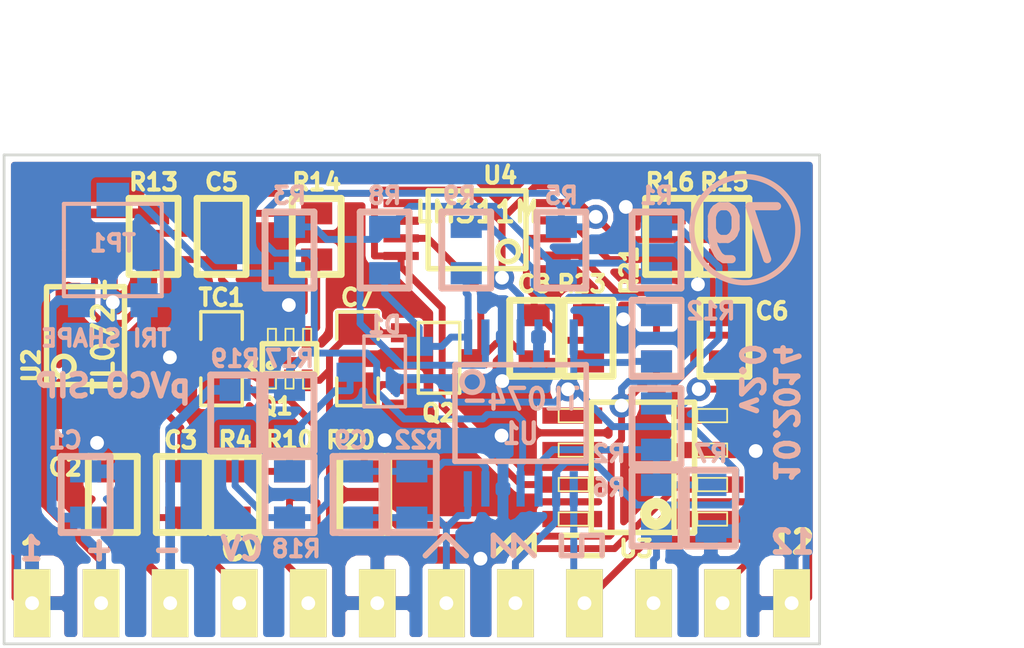
<source format=kicad_pcb>
(kicad_pcb (version 4) (host pcbnew "(2014-09-02 BZR 5112)-product")

  (general
    (links 94)
    (no_connects 0)
    (area 141.449999 76.15 181.571428 102.4782)
    (thickness 0.8)
    (drawings 46)
    (tracks 443)
    (zones 0)
    (modules 40)
    (nets 34)
  )

  (page A3)
  (layers
    (0 F.Cu signal hide)
    (31 B.Cu signal hide)
    (32 B.Adhes user)
    (33 F.Adhes user)
    (34 B.Paste user)
    (35 F.Paste user)
    (36 B.SilkS user)
    (37 F.SilkS user)
    (38 B.Mask user)
    (39 F.Mask user)
    (40 Dwgs.User user)
    (41 Cmts.User user)
    (42 Eco1.User user)
    (43 Eco2.User user)
    (44 Edge.Cuts user)
  )

  (setup
    (last_trace_width 0.254)
    (trace_clearance 0.2032)
    (zone_clearance 0.2032)
    (zone_45_only no)
    (trace_min 0.254)
    (segment_width 0.2)
    (edge_width 0.1)
    (via_size 0.889)
    (via_drill 0.508)
    (via_min_size 0.889)
    (via_min_drill 0.508)
    (uvia_size 0.508)
    (uvia_drill 0.127)
    (uvias_allowed no)
    (uvia_min_size 0.508)
    (uvia_min_drill 0.127)
    (pcb_text_width 0.3)
    (pcb_text_size 1.5 1.5)
    (mod_edge_width 0.15)
    (mod_text_size 1 1)
    (mod_text_width 0.15)
    (pad_size 1.35 2.5)
    (pad_drill 0.508)
    (pad_to_mask_clearance 0)
    (aux_axis_origin 0 0)
    (visible_elements 7FFEFF7F)
    (pcbplotparams
      (layerselection 0x010f0_80000001)
      (usegerberextensions true)
      (excludeedgelayer true)
      (linewidth 0.150000)
      (plotframeref false)
      (viasonmask false)
      (mode 1)
      (useauxorigin false)
      (hpglpennumber 1)
      (hpglpenspeed 20)
      (hpglpendiameter 15)
      (hpglpenoverlay 2)
      (psnegative false)
      (psa4output false)
      (plotreference true)
      (plotvalue false)
      (plotinvisibletext false)
      (padsonsilk false)
      (subtractmaskfromsilk true)
      (outputformat 1)
      (mirror false)
      (drillshape 0)
      (scaleselection 1)
      (outputdirectory Gerbers/))
  )

  (net 0 "")
  (net 1 +VCC)
  (net 2 -VCC)
  (net 3 /TRI_SHAPE)
  (net 4 0V)
  (net 5 PITCH_CV)
  (net 6 PULSE)
  (net 7 PWM_CV)
  (net 8 RAMP)
  (net 9 SAW)
  (net 10 SYNC)
  (net 11 TRI)
  (net 12 "Net-(C3-Pad1)")
  (net 13 "Net-(C5-Pad1)")
  (net 14 "Net-(C5-Pad2)")
  (net 15 "Net-(C6-Pad2)")
  (net 16 "Net-(C7-Pad1)")
  (net 17 "Net-(C7-Pad2)")
  (net 18 "Net-(C8-Pad1)")
  (net 19 "Net-(C8-Pad2)")
  (net 20 "Net-(C9-Pad1)")
  (net 21 "Net-(D1-Pad3)")
  (net 22 "Net-(Q1-Pad1)")
  (net 23 "Net-(Q1-Pad2)")
  (net 24 "Net-(R1-Pad2)")
  (net 25 "Net-(R2-Pad2)")
  (net 26 "Net-(R12-Pad1)")
  (net 27 "Net-(U3-Pad1)")
  (net 28 "Net-(U3-Pad5)")
  (net 29 "Net-(U3-Pad8)")
  (net 30 "Net-(U4-Pad5)")
  (net 31 "Net-(U4-Pad6)")
  (net 32 "Net-(D1-Pad2)")
  (net 33 SCALE)

  (net_class Default "This is the default net class."
    (clearance 0.2032)
    (trace_width 0.254)
    (via_dia 0.889)
    (via_drill 0.508)
    (uvia_dia 0.508)
    (uvia_drill 0.127)
    (add_net /TRI_SHAPE)
    (add_net 0V)
    (add_net "Net-(C3-Pad1)")
    (add_net "Net-(C5-Pad1)")
    (add_net "Net-(C5-Pad2)")
    (add_net "Net-(C6-Pad2)")
    (add_net "Net-(C7-Pad1)")
    (add_net "Net-(C7-Pad2)")
    (add_net "Net-(C8-Pad1)")
    (add_net "Net-(C8-Pad2)")
    (add_net "Net-(C9-Pad1)")
    (add_net "Net-(D1-Pad2)")
    (add_net "Net-(D1-Pad3)")
    (add_net "Net-(Q1-Pad1)")
    (add_net "Net-(Q1-Pad2)")
    (add_net "Net-(R1-Pad2)")
    (add_net "Net-(R12-Pad1)")
    (add_net "Net-(R2-Pad2)")
    (add_net "Net-(U3-Pad1)")
    (add_net "Net-(U3-Pad5)")
    (add_net "Net-(U3-Pad8)")
    (add_net "Net-(U4-Pad5)")
    (add_net "Net-(U4-Pad6)")
    (add_net PITCH_CV)
    (add_net PULSE)
    (add_net PWM_CV)
    (add_net RAMP)
    (add_net SAW)
    (add_net SCALE)
    (add_net SYNC)
    (add_net TRI)
  )

  (net_class POWER ""
    (clearance 0.2032)
    (trace_width 0.3556)
    (via_dia 0.889)
    (via_drill 0.508)
    (uvia_dia 0.508)
    (uvia_drill 0.127)
    (add_net +VCC)
    (add_net -VCC)
  )

  (module TSSOP8-JRL (layer F.Cu) (tedit 540B915A) (tstamp 540508B8)
    (at 144.5 88.25)
    (path /53FFE3C7)
    (attr smd)
    (fp_text reference U2 (at -2 1 270) (layer F.SilkS)
      (effects (font (size 0.6096 0.6096) (thickness 0.1524)))
    )
    (fp_text value TL072- (at 0.65 -0.1 90) (layer F.SilkS)
      (effects (font (size 0.762 0.762) (thickness 0.16002)))
    )
    (fp_line (start -1.43 -1.9) (end 1.43 -1.9) (layer F.SilkS) (width 0.2))
    (fp_line (start 1.43 -1.9) (end 1.43 1.7) (layer F.SilkS) (width 0.2))
    (fp_line (start 1.43 1.7) (end -1.43 1.7) (layer F.SilkS) (width 0.2))
    (fp_line (start -1.438 1.678) (end -1.438 -1.878) (layer F.SilkS) (width 0.2))
    (fp_circle (center -0.803 1.043) (end -1.184 1.043) (layer F.SilkS) (width 0.2))
    (pad 1 smd rect (at -0.9554 2.694) (size 0.29972 1.30048) (layers F.Cu F.Paste F.Mask)
      (net 12 "Net-(C3-Pad1)"))
    (pad 2 smd rect (at -0.3204 2.694) (size 0.29972 1.30048) (layers F.Cu F.Paste F.Mask)
      (net 5 PITCH_CV))
    (pad 3 smd rect (at 0.34 2.694) (size 0.29972 1.30048) (layers F.Cu F.Paste F.Mask)
      (net 4 0V))
    (pad 4 smd rect (at 0.975 2.694) (size 0.29972 1.30048) (layers F.Cu F.Paste F.Mask)
      (net 2 -VCC))
    (pad 5 smd rect (at 0.975 -2.894) (size 0.29972 1.30048) (layers F.Cu F.Paste F.Mask)
      (net 4 0V))
    (pad 6 smd rect (at 0.3273 -2.894) (size 0.29972 1.30048) (layers F.Cu F.Paste F.Mask)
      (net 13 "Net-(C5-Pad1)"))
    (pad 7 smd rect (at -0.3204 -2.894) (size 0.29972 1.30048) (layers F.Cu F.Paste F.Mask)
      (net 14 "Net-(C5-Pad2)"))
    (pad 8 smd rect (at -0.9681 -2.894) (size 0.29972 1.30048) (layers F.Cu F.Paste F.Mask)
      (net 1 +VCC))
    (model "E:/Documents/KiCad/MyLibs/MyModules/3D models/TSSOP08.wrl"
      (at (xyz 0 0 0))
      (scale (xyz 0.3937 0.3937 0.3937))
      (rotate (xyz 0 0 180))
    )
  )

  (module TSSOP8-JRL (layer F.Cu) (tedit 540B90B7) (tstamp 540508C9)
    (at 159 84.25 90)
    (path /5113E081)
    (attr smd)
    (fp_text reference U4 (at 2 0.75 180) (layer F.SilkS)
      (effects (font (size 0.6096 0.6096) (thickness 0.1524)))
    )
    (fp_text value LM311M (at 0.65 -0.1 180) (layer F.SilkS)
      (effects (font (size 0.762 0.762) (thickness 0.16002)))
    )
    (fp_line (start -1.43 -1.9) (end 1.43 -1.9) (layer F.SilkS) (width 0.2))
    (fp_line (start 1.43 -1.9) (end 1.43 1.7) (layer F.SilkS) (width 0.2))
    (fp_line (start 1.43 1.7) (end -1.43 1.7) (layer F.SilkS) (width 0.2))
    (fp_line (start -1.438 1.678) (end -1.438 -1.878) (layer F.SilkS) (width 0.2))
    (fp_circle (center -0.803 1.043) (end -1.184 1.043) (layer F.SilkS) (width 0.2))
    (pad 1 smd rect (at -0.9554 2.694 90) (size 0.29972 1.30048) (layers F.Cu F.Paste F.Mask)
      (net 2 -VCC))
    (pad 2 smd rect (at -0.3204 2.694 90) (size 0.29972 1.30048) (layers F.Cu F.Paste F.Mask)
      (net 18 "Net-(C8-Pad1)"))
    (pad 3 smd rect (at 0.34 2.694 90) (size 0.29972 1.30048) (layers F.Cu F.Paste F.Mask)
      (net 15 "Net-(C6-Pad2)"))
    (pad 4 smd rect (at 0.975 2.694 90) (size 0.29972 1.30048) (layers F.Cu F.Paste F.Mask)
      (net 2 -VCC))
    (pad 5 smd rect (at 0.975 -2.894 90) (size 0.29972 1.30048) (layers F.Cu F.Paste F.Mask)
      (net 30 "Net-(U4-Pad5)"))
    (pad 6 smd rect (at 0.3273 -2.894 90) (size 0.29972 1.30048) (layers F.Cu F.Paste F.Mask)
      (net 31 "Net-(U4-Pad6)"))
    (pad 7 smd rect (at -0.3204 -2.894 90) (size 0.29972 1.30048) (layers F.Cu F.Paste F.Mask)
      (net 19 "Net-(C8-Pad2)"))
    (pad 8 smd rect (at -0.9681 -2.894 90) (size 0.29972 1.30048) (layers F.Cu F.Paste F.Mask)
      (net 1 +VCC))
    (model "E:/Documents/KiCad/MyLibs/MyModules/3D models/TSSOP08.wrl"
      (at (xyz 0 0 0))
      (scale (xyz 0.3937 0.3937 0.3937))
      (rotate (xyz 0 0 180))
    )
  )

  (module SOT363-JRL (layer F.Cu) (tedit 541058F4) (tstamp 54050907)
    (at 152 89)
    (descr "SMALL OUTLINE TRANSISTOR; 6 LEADS")
    (tags "SMALL OUTLINE TRANSISTOR; 6 LEADS")
    (path /5113E67D)
    (attr smd)
    (fp_text reference Q1 (at -0.5 1.75) (layer F.SilkS)
      (effects (font (size 0.6096 0.6096) (thickness 0.1524)))
    )
    (fp_text value BCM847 (at 1.016 2.286) (layer F.SilkS) hide
      (effects (font (size 0.8128 0.8128) (thickness 0.1524)))
    )
    (fp_line (start -0.79756 1.09982) (end -0.49784 1.09982) (layer F.SilkS) (width 0.06604))
    (fp_line (start -0.49784 1.09982) (end -0.49784 0.59944) (layer F.SilkS) (width 0.06604))
    (fp_line (start -0.79756 0.59944) (end -0.49784 0.59944) (layer F.SilkS) (width 0.06604))
    (fp_line (start -0.79756 1.09982) (end -0.79756 0.59944) (layer F.SilkS) (width 0.06604))
    (fp_line (start -0.14986 1.09982) (end 0.14986 1.09982) (layer F.SilkS) (width 0.06604))
    (fp_line (start 0.14986 1.09982) (end 0.14986 0.59944) (layer F.SilkS) (width 0.06604))
    (fp_line (start -0.14986 0.59944) (end 0.14986 0.59944) (layer F.SilkS) (width 0.06604))
    (fp_line (start -0.14986 1.09982) (end -0.14986 0.59944) (layer F.SilkS) (width 0.06604))
    (fp_line (start 0.49784 1.09982) (end 0.79756 1.09982) (layer F.SilkS) (width 0.06604))
    (fp_line (start 0.79756 1.09982) (end 0.79756 0.59944) (layer F.SilkS) (width 0.06604))
    (fp_line (start 0.49784 0.59944) (end 0.79756 0.59944) (layer F.SilkS) (width 0.06604))
    (fp_line (start 0.49784 1.09982) (end 0.49784 0.59944) (layer F.SilkS) (width 0.06604))
    (fp_line (start 0.49784 -0.59944) (end 0.79756 -0.59944) (layer F.SilkS) (width 0.06604))
    (fp_line (start 0.79756 -0.59944) (end 0.79756 -1.09982) (layer F.SilkS) (width 0.06604))
    (fp_line (start 0.49784 -1.09982) (end 0.79756 -1.09982) (layer F.SilkS) (width 0.06604))
    (fp_line (start 0.49784 -0.59944) (end 0.49784 -1.09982) (layer F.SilkS) (width 0.06604))
    (fp_line (start -0.14986 -0.59944) (end 0.14986 -0.59944) (layer F.SilkS) (width 0.06604))
    (fp_line (start 0.14986 -0.59944) (end 0.14986 -1.09982) (layer F.SilkS) (width 0.06604))
    (fp_line (start -0.14986 -1.09982) (end 0.14986 -1.09982) (layer F.SilkS) (width 0.06604))
    (fp_line (start -0.14986 -0.59944) (end -0.14986 -1.09982) (layer F.SilkS) (width 0.06604))
    (fp_line (start -0.79756 -0.59944) (end -0.49784 -0.59944) (layer F.SilkS) (width 0.06604))
    (fp_line (start -0.49784 -0.59944) (end -0.49784 -1.09982) (layer F.SilkS) (width 0.06604))
    (fp_line (start -0.79756 -1.09982) (end -0.49784 -1.09982) (layer F.SilkS) (width 0.06604))
    (fp_line (start -0.79756 -0.59944) (end -0.79756 -1.09982) (layer F.SilkS) (width 0.06604))
    (fp_line (start -0.99822 -0.54864) (end 0.99822 -0.54864) (layer F.SilkS) (width 0.2032))
    (fp_line (start 0.99822 -0.54864) (end 0.99822 0.54864) (layer F.SilkS) (width 0.2032))
    (fp_line (start 0.99822 0.54864) (end -0.99822 0.54864) (layer F.SilkS) (width 0.2032))
    (fp_line (start -0.99822 0.54864) (end -0.99822 -0.54864) (layer F.SilkS) (width 0.2032))
    (fp_circle (center -0.6985 0.24892) (end -0.77216 0.32258) (layer F.SilkS) (width 0.1524))
    (pad 1 smd rect (at -0.6477 0.79756) (size 0.39878 0.79756) (layers F.Cu F.Paste F.Mask)
      (net 22 "Net-(Q1-Pad1)"))
    (pad 2 smd rect (at 0 0.79756) (size 0.39878 0.79756) (layers F.Cu F.Paste F.Mask)
      (net 23 "Net-(Q1-Pad2)"))
    (pad 3 smd rect (at 0.6477 0.79756) (size 0.39878 0.79756) (layers F.Cu F.Paste F.Mask)
      (net 16 "Net-(C7-Pad1)"))
    (pad 4 smd rect (at 0.6477 -0.79756) (size 0.39878 0.79756) (layers F.Cu F.Paste F.Mask)
      (net 22 "Net-(Q1-Pad1)"))
    (pad 5 smd rect (at 0 -0.79756) (size 0.39878 0.79756) (layers F.Cu F.Paste F.Mask)
      (net 4 0V))
    (pad 6 smd rect (at -0.6477 -0.79756) (size 0.39878 0.79756) (layers F.Cu F.Paste F.Mask)
      (net 13 "Net-(C5-Pad1)"))
    (model "E:/Documents/ViaCAD/KiCad 3D modules/SOT363.wrl"
      (at (xyz 0 0 0))
      (scale (xyz 0.3937 0.3937 0.3937))
      (rotate (xyz 0 0 90))
    )
  )

  (module SOT23-JRL (layer F.Cu) (tedit 5438270E) (tstamp 54050912)
    (at 157.5 89 270)
    (tags SOT23)
    (path /5113E160)
    (fp_text reference Q2 (at 2 0 360) (layer F.SilkS)
      (effects (font (size 0.6096 0.6096) (thickness 0.1524)))
    )
    (fp_text value MMBF4391LT1G (at 0.0635 0 270) (layer F.SilkS) hide
      (effects (font (size 0.8128 0.8128) (thickness 0.1524)))
    )
    (fp_line (start 1.27 0.762) (end -1.3335 0.762) (layer F.SilkS) (width 0.127))
    (fp_line (start -1.3335 0.762) (end -1.3335 -0.762) (layer F.SilkS) (width 0.127))
    (fp_line (start -1.3335 -0.762) (end 1.27 -0.762) (layer F.SilkS) (width 0.127))
    (fp_line (start 1.27 -0.762) (end 1.27 0.762) (layer F.SilkS) (width 0.127))
    (pad 3 smd rect (at 0 -1.27 270) (size 0.70104 1.00076) (layers F.Cu F.Paste F.Mask)
      (net 19 "Net-(C8-Pad2)"))
    (pad 1 smd rect (at 0.9525 1.27 270) (size 0.70104 1.00076) (layers F.Cu F.Paste F.Mask)
      (net 17 "Net-(C7-Pad2)"))
    (pad 2 smd rect (at -0.9525 1.27 270) (size 0.70104 1.00076) (layers F.Cu F.Paste F.Mask)
      (net 16 "Net-(C7-Pad1)"))
    (model smd/smd_transistors/sot23.wrl
      (at (xyz 0 0 0))
      (scale (xyz 1 1 1))
      (rotate (xyz 0 0 0))
    )
  )

  (module SOT23-JRL (layer B.Cu) (tedit 540B91AE) (tstamp 5405091D)
    (at 155.5 89.5 270)
    (tags SOT23)
    (path /5114032F)
    (fp_text reference D1 (at -1.75 0 360) (layer B.SilkS)
      (effects (font (size 0.6096 0.6096) (thickness 0.1524)) (justify mirror))
    )
    (fp_text value BAV70 (at 0.0635 0 270) (layer B.SilkS) hide
      (effects (font (size 0.8128 0.8128) (thickness 0.1524)) (justify mirror))
    )
    (fp_line (start 1.27 -0.762) (end -1.3335 -0.762) (layer B.SilkS) (width 0.127))
    (fp_line (start -1.3335 -0.762) (end -1.3335 0.762) (layer B.SilkS) (width 0.127))
    (fp_line (start -1.3335 0.762) (end 1.27 0.762) (layer B.SilkS) (width 0.127))
    (fp_line (start 1.27 0.762) (end 1.27 -0.762) (layer B.SilkS) (width 0.127))
    (pad 3 smd rect (at 0 1.27 270) (size 0.70104 1.00076) (layers B.Cu B.Paste B.Mask)
      (net 21 "Net-(D1-Pad3)"))
    (pad 1 smd rect (at 0.9525 -1.27 270) (size 0.70104 1.00076) (layers B.Cu B.Paste B.Mask)
      (net 9 SAW))
    (pad 2 smd rect (at -0.9525 -1.27 270) (size 0.70104 1.00076) (layers B.Cu B.Paste B.Mask)
      (net 32 "Net-(D1-Pad2)"))
    (model smd/smd_transistors/sot23.wrl
      (at (xyz 0 0 0))
      (scale (xyz 1 1 1))
      (rotate (xyz 0 0 0))
    )
  )

  (module SOIC-8-JRL (layer F.Cu) (tedit 543D589D) (tstamp 54050951)
    (at 165 93 90)
    (descr "SMALL OUTLINE INTEGRATED CIRCUIT")
    (tags "SMALL OUTLINE INTEGRATED CIRCUIT")
    (path /5113E19B)
    (attr smd)
    (fp_text reference U3 (at -3 -0.25 180) (layer F.SilkS)
      (effects (font (size 0.6096 0.6096) (thickness 0.1524)))
    )
    (fp_text value CA3140 (at 3.81 -1.524 180) (layer F.SilkS) hide
      (effects (font (size 0.8128 0.8128) (thickness 0.1524)))
    )
    (fp_circle (center -1.708 0.481) (end -1.581 0.608) (layer F.SilkS) (width 0.4064))
    (fp_line (start -2.14884 3.0988) (end -1.65862 3.0988) (layer F.SilkS) (width 0.06604))
    (fp_line (start -1.65862 3.0988) (end -1.65862 1.99898) (layer F.SilkS) (width 0.06604))
    (fp_line (start -2.14884 1.99898) (end -1.65862 1.99898) (layer F.SilkS) (width 0.06604))
    (fp_line (start -2.14884 3.0988) (end -2.14884 1.99898) (layer F.SilkS) (width 0.06604))
    (fp_line (start -0.87884 3.0988) (end -0.38862 3.0988) (layer F.SilkS) (width 0.06604))
    (fp_line (start -0.38862 3.0988) (end -0.38862 1.99898) (layer F.SilkS) (width 0.06604))
    (fp_line (start -0.87884 1.99898) (end -0.38862 1.99898) (layer F.SilkS) (width 0.06604))
    (fp_line (start -0.87884 3.0988) (end -0.87884 1.99898) (layer F.SilkS) (width 0.06604))
    (fp_line (start 0.38862 3.0988) (end 0.87884 3.0988) (layer F.SilkS) (width 0.06604))
    (fp_line (start 0.87884 3.0988) (end 0.87884 1.99898) (layer F.SilkS) (width 0.06604))
    (fp_line (start 0.38862 1.99898) (end 0.87884 1.99898) (layer F.SilkS) (width 0.06604))
    (fp_line (start 0.38862 3.0988) (end 0.38862 1.99898) (layer F.SilkS) (width 0.06604))
    (fp_line (start 1.65862 3.0988) (end 2.14884 3.0988) (layer F.SilkS) (width 0.06604))
    (fp_line (start 2.14884 3.0988) (end 2.14884 1.99898) (layer F.SilkS) (width 0.06604))
    (fp_line (start 1.65862 1.99898) (end 2.14884 1.99898) (layer F.SilkS) (width 0.06604))
    (fp_line (start 1.65862 3.0988) (end 1.65862 1.99898) (layer F.SilkS) (width 0.06604))
    (fp_line (start 1.65862 -1.99898) (end 2.14884 -1.99898) (layer F.SilkS) (width 0.06604))
    (fp_line (start 2.14884 -1.99898) (end 2.14884 -3.0988) (layer F.SilkS) (width 0.06604))
    (fp_line (start 1.65862 -3.0988) (end 2.14884 -3.0988) (layer F.SilkS) (width 0.06604))
    (fp_line (start 1.65862 -1.99898) (end 1.65862 -3.0988) (layer F.SilkS) (width 0.06604))
    (fp_line (start 0.38862 -1.99898) (end 0.87884 -1.99898) (layer F.SilkS) (width 0.06604))
    (fp_line (start 0.87884 -1.99898) (end 0.87884 -3.0988) (layer F.SilkS) (width 0.06604))
    (fp_line (start 0.38862 -3.0988) (end 0.87884 -3.0988) (layer F.SilkS) (width 0.06604))
    (fp_line (start 0.38862 -1.99898) (end 0.38862 -3.0988) (layer F.SilkS) (width 0.06604))
    (fp_line (start -0.87884 -1.99898) (end -0.38862 -1.99898) (layer F.SilkS) (width 0.06604))
    (fp_line (start -0.38862 -1.99898) (end -0.38862 -3.0988) (layer F.SilkS) (width 0.06604))
    (fp_line (start -0.87884 -3.0988) (end -0.38862 -3.0988) (layer F.SilkS) (width 0.06604))
    (fp_line (start -0.87884 -1.99898) (end -0.87884 -3.0988) (layer F.SilkS) (width 0.06604))
    (fp_line (start -2.14884 -1.99898) (end -1.65862 -1.99898) (layer F.SilkS) (width 0.06604))
    (fp_line (start -1.65862 -1.99898) (end -1.65862 -3.0988) (layer F.SilkS) (width 0.06604))
    (fp_line (start -2.14884 -3.0988) (end -1.65862 -3.0988) (layer F.SilkS) (width 0.06604))
    (fp_line (start -2.14884 -1.99898) (end -2.14884 -3.0988) (layer F.SilkS) (width 0.06604))
    (fp_line (start 2.39776 -1.89992) (end 2.39776 1.39954) (layer F.SilkS) (width 0.2032))
    (fp_line (start 2.39776 1.39954) (end 2.39776 1.89992) (layer F.SilkS) (width 0.2032))
    (fp_line (start 2.39776 1.89992) (end -2.39776 1.89992) (layer F.SilkS) (width 0.2032))
    (fp_line (start -2.39776 1.89992) (end -2.39776 1.39954) (layer F.SilkS) (width 0.2032))
    (fp_line (start -2.39776 1.39954) (end -2.39776 -1.89992) (layer F.SilkS) (width 0.2032))
    (fp_line (start -2.39776 -1.89992) (end 2.39776 -1.89992) (layer F.SilkS) (width 0.2032))
    (fp_line (start 2.39776 1.14554) (end -2.39776 1.14554) (layer F.SilkS) (width 0.2032))
    (pad 1 smd rect (at -1.905 2.59842 90) (size 0.59944 2.19964) (layers F.Cu F.Paste F.Mask)
      (net 27 "Net-(U3-Pad1)"))
    (pad 2 smd rect (at -0.635 2.59842 90) (size 0.59944 2.19964) (layers F.Cu F.Paste F.Mask)
      (net 16 "Net-(C7-Pad1)"))
    (pad 3 smd rect (at 0.635 2.59842 90) (size 0.59944 2.19964) (layers F.Cu F.Paste F.Mask)
      (net 4 0V))
    (pad 4 smd rect (at 1.905 2.59842 90) (size 0.59944 2.19964) (layers F.Cu F.Paste F.Mask)
      (net 2 -VCC))
    (pad 5 smd rect (at 1.905 -2.59842 90) (size 0.59944 2.19964) (layers F.Cu F.Paste F.Mask)
      (net 28 "Net-(U3-Pad5)"))
    (pad 6 smd rect (at 0.635 -2.59842 90) (size 0.59944 2.19964) (layers F.Cu F.Paste F.Mask)
      (net 8 RAMP))
    (pad 7 smd rect (at -0.635 -2.59842 90) (size 0.59944 2.19964) (layers F.Cu F.Paste F.Mask)
      (net 1 +VCC))
    (pad 8 smd rect (at -1.905 -2.59842 90) (size 0.59944 2.19964) (layers F.Cu F.Paste F.Mask)
      (net 29 "Net-(U3-Pad8)"))
    (model smd/smd_dil/so-8.wrl
      (at (xyz 0 0 0))
      (scale (xyz 1 1 1))
      (rotate (xyz 0 0 0))
    )
  )

  (module SM0805-HAND (layer F.Cu) (tedit 540B8E60) (tstamp 54050979)
    (at 154.5 89 270)
    (path /5113F26E)
    (attr smd)
    (fp_text reference C7 (at -2.25 0 360) (layer F.SilkS)
      (effects (font (size 0.6096 0.6096) (thickness 0.1524)))
    )
    (fp_text value "2.2n 1%" (at 0 0 270) (layer F.SilkS) hide
      (effects (font (size 0.635 0.635) (thickness 0.127)))
    )
    (fp_line (start -0.7112 0.762) (end -1.7272 0.762) (layer F.SilkS) (width 0.127))
    (fp_line (start -1.7272 0.762) (end -1.7272 -0.762) (layer F.SilkS) (width 0.127))
    (fp_line (start -1.7272 -0.762) (end -0.7112 -0.762) (layer F.SilkS) (width 0.127))
    (fp_line (start 0.7112 -0.762) (end 1.7272 -0.762) (layer F.SilkS) (width 0.127))
    (fp_line (start 1.7272 -0.762) (end 1.7272 0.762) (layer F.SilkS) (width 0.127))
    (fp_line (start 1.7272 0.762) (end 0.7112 0.762) (layer F.SilkS) (width 0.127))
    (pad 1 smd rect (at -1.0795 0 270) (size 1.143 1.397) (layers F.Cu F.Paste F.Mask)
      (net 16 "Net-(C7-Pad1)"))
    (pad 2 smd rect (at 1.0795 0 270) (size 1.143 1.397) (layers F.Cu F.Paste F.Mask)
      (net 17 "Net-(C7-Pad2)"))
    (model smd/chip_cms.wrl
      (at (xyz 0 0 0))
      (scale (xyz 0.1 0.1 0.1))
      (rotate (xyz 0 0 0))
    )
  )

  (module SM0805-HAND (layer F.Cu) (tedit 540B8E56) (tstamp 5405D719)
    (at 149.5 89 270)
    (path /5113EC84)
    (attr smd)
    (fp_text reference TC1 (at -2.25 0 360) (layer F.SilkS)
      (effects (font (size 0.6096 0.6096) (thickness 0.1524)))
    )
    (fp_text value "1K 3300ppm/K" (at 0 0 270) (layer F.SilkS) hide
      (effects (font (size 0.635 0.635) (thickness 0.127)))
    )
    (fp_line (start -0.7112 0.762) (end -1.7272 0.762) (layer F.SilkS) (width 0.127))
    (fp_line (start -1.7272 0.762) (end -1.7272 -0.762) (layer F.SilkS) (width 0.127))
    (fp_line (start -1.7272 -0.762) (end -0.7112 -0.762) (layer F.SilkS) (width 0.127))
    (fp_line (start 0.7112 -0.762) (end 1.7272 -0.762) (layer F.SilkS) (width 0.127))
    (fp_line (start 1.7272 -0.762) (end 1.7272 0.762) (layer F.SilkS) (width 0.127))
    (fp_line (start 1.7272 0.762) (end 0.7112 0.762) (layer F.SilkS) (width 0.127))
    (pad 1 smd rect (at -1.0795 0 270) (size 1.143 1.397) (layers F.Cu F.Paste F.Mask)
      (net 4 0V))
    (pad 2 smd rect (at 1.0795 0 270) (size 1.143 1.397) (layers F.Cu F.Paste F.Mask)
      (net 23 "Net-(Q1-Pad2)"))
    (model smd/chip_cms.wrl
      (at (xyz 0 0 0))
      (scale (xyz 0.1 0.1 0.1))
      (rotate (xyz 0 0 0))
    )
  )

  (module SM0603-JRL (layer F.Cu) (tedit 54382DBF) (tstamp 5405098F)
    (at 150 94 90)
    (path /5113EBF1)
    (attr smd)
    (fp_text reference R4 (at 2 0 180) (layer F.SilkS)
      (effects (font (size 0.6096 0.6096) (thickness 0.1524)))
    )
    (fp_text value 91K (at 0 0 90) (layer F.SilkS) hide
      (effects (font (size 0.508 0.4572) (thickness 0.1143)))
    )
    (fp_line (start -1.4 0.9) (end 1.4 0.9) (layer F.SilkS) (width 0.254))
    (fp_line (start 1.4 0.9) (end 1.4 -0.9) (layer F.SilkS) (width 0.254))
    (fp_line (start 1.4 -0.9) (end -1.4 -0.9) (layer F.SilkS) (width 0.254))
    (fp_line (start -1.4 -0.9) (end -1.4 0.9) (layer F.SilkS) (width 0.254))
    (pad 1 smd rect (at -0.8509 0 90) (size 0.8128 1.143) (layers F.Cu F.Paste F.Mask)
      (net 33 SCALE))
    (pad 2 smd rect (at 0.8509 0 90) (size 0.8128 1.143) (layers F.Cu F.Paste F.Mask)
      (net 12 "Net-(C3-Pad1)"))
    (model smd\resistors\R0603.wrl
      (at (xyz 0 0 0.001))
      (scale (xyz 0.5 0.5 0.5))
      (rotate (xyz 0 0 0))
    )
  )

  (module SM0603-JRL (layer B.Cu) (tedit 54382A44) (tstamp 54050999)
    (at 152 94 270)
    (path /51140351)
    (attr smd)
    (fp_text reference R18 (at 2 -0.25 360) (layer B.SilkS)
      (effects (font (size 0.6096 0.6096) (thickness 0.1524)) (justify mirror))
    )
    (fp_text value 15K (at 0 0 270) (layer B.SilkS) hide
      (effects (font (size 0.508 0.4572) (thickness 0.1143)) (justify mirror))
    )
    (fp_line (start -1.4 -0.9) (end 1.4 -0.9) (layer B.SilkS) (width 0.254))
    (fp_line (start 1.4 -0.9) (end 1.4 0.9) (layer B.SilkS) (width 0.254))
    (fp_line (start 1.4 0.9) (end -1.4 0.9) (layer B.SilkS) (width 0.254))
    (fp_line (start -1.4 0.9) (end -1.4 -0.9) (layer B.SilkS) (width 0.254))
    (pad 1 smd rect (at -0.8509 0 270) (size 0.8128 1.143) (layers B.Cu B.Paste B.Mask)
      (net 21 "Net-(D1-Pad3)"))
    (pad 2 smd rect (at 0.8509 0 270) (size 0.8128 1.143) (layers B.Cu B.Paste B.Mask)
      (net 20 "Net-(C9-Pad1)"))
    (model smd\resistors\R0603.wrl
      (at (xyz 0 0 0.001))
      (scale (xyz 0.5 0.5 0.5))
      (rotate (xyz 0 0 0))
    )
  )

  (module SM0603-JRL (layer F.Cu) (tedit 540B8E25) (tstamp 540509A3)
    (at 149.5 84.5 90)
    (path /5113EFA7)
    (attr smd)
    (fp_text reference C5 (at 2 0 180) (layer F.SilkS)
      (effects (font (size 0.6096 0.6096) (thickness 0.1524)))
    )
    (fp_text value 100p (at 0 0 90) (layer F.SilkS) hide
      (effects (font (size 0.508 0.4572) (thickness 0.1143)))
    )
    (fp_line (start -1.4 0.9) (end 1.4 0.9) (layer F.SilkS) (width 0.254))
    (fp_line (start 1.4 0.9) (end 1.4 -0.9) (layer F.SilkS) (width 0.254))
    (fp_line (start 1.4 -0.9) (end -1.4 -0.9) (layer F.SilkS) (width 0.254))
    (fp_line (start -1.4 -0.9) (end -1.4 0.9) (layer F.SilkS) (width 0.254))
    (pad 1 smd rect (at -0.8509 0 90) (size 0.8128 1.143) (layers F.Cu F.Paste F.Mask)
      (net 13 "Net-(C5-Pad1)"))
    (pad 2 smd rect (at 0.8509 0 90) (size 0.8128 1.143) (layers F.Cu F.Paste F.Mask)
      (net 14 "Net-(C5-Pad2)"))
    (model smd\resistors\R0603.wrl
      (at (xyz 0 0 0.001))
      (scale (xyz 0.5 0.5 0.5))
      (rotate (xyz 0 0 0))
    )
  )

  (module SM0603-JRL (layer F.Cu) (tedit 540B8E2C) (tstamp 540509AD)
    (at 153 84.5 270)
    (path /5113EF8B)
    (attr smd)
    (fp_text reference R14 (at -2 0 360) (layer F.SilkS)
      (effects (font (size 0.6096 0.6096) (thickness 0.1524)))
    )
    (fp_text value 10K (at 0 0 270) (layer F.SilkS) hide
      (effects (font (size 0.508 0.4572) (thickness 0.1143)))
    )
    (fp_line (start -1.4 0.9) (end 1.4 0.9) (layer F.SilkS) (width 0.254))
    (fp_line (start 1.4 0.9) (end 1.4 -0.9) (layer F.SilkS) (width 0.254))
    (fp_line (start 1.4 -0.9) (end -1.4 -0.9) (layer F.SilkS) (width 0.254))
    (fp_line (start -1.4 -0.9) (end -1.4 0.9) (layer F.SilkS) (width 0.254))
    (pad 1 smd rect (at -0.8509 0 270) (size 0.8128 1.143) (layers F.Cu F.Paste F.Mask)
      (net 14 "Net-(C5-Pad2)"))
    (pad 2 smd rect (at 0.8509 0 270) (size 0.8128 1.143) (layers F.Cu F.Paste F.Mask)
      (net 22 "Net-(Q1-Pad1)"))
    (model smd\resistors\R0603.wrl
      (at (xyz 0 0 0.001))
      (scale (xyz 0.5 0.5 0.5))
      (rotate (xyz 0 0 0))
    )
  )

  (module SM0603-JRL (layer F.Cu) (tedit 540B8E20) (tstamp 540509B7)
    (at 147 84.5 90)
    (path /5113EEC1)
    (attr smd)
    (fp_text reference R13 (at 2 0 180) (layer F.SilkS)
      (effects (font (size 0.6096 0.6096) (thickness 0.1524)))
    )
    (fp_text value 1.5M (at 0 0 90) (layer F.SilkS) hide
      (effects (font (size 0.508 0.4572) (thickness 0.1143)))
    )
    (fp_line (start -1.4 0.9) (end 1.4 0.9) (layer F.SilkS) (width 0.254))
    (fp_line (start 1.4 0.9) (end 1.4 -0.9) (layer F.SilkS) (width 0.254))
    (fp_line (start 1.4 -0.9) (end -1.4 -0.9) (layer F.SilkS) (width 0.254))
    (fp_line (start -1.4 -0.9) (end -1.4 0.9) (layer F.SilkS) (width 0.254))
    (pad 1 smd rect (at -0.8509 0 90) (size 0.8128 1.143) (layers F.Cu F.Paste F.Mask)
      (net 13 "Net-(C5-Pad1)"))
    (pad 2 smd rect (at 0.8509 0 90) (size 0.8128 1.143) (layers F.Cu F.Paste F.Mask)
      (net 1 +VCC))
    (model smd\resistors\R0603.wrl
      (at (xyz 0 0 0.001))
      (scale (xyz 0.5 0.5 0.5))
      (rotate (xyz 0 0 0))
    )
  )

  (module SM0603-JRL (layer F.Cu) (tedit 540B90F4) (tstamp 5405D724)
    (at 152 94 270)
    (path /5113EC77)
    (attr smd)
    (fp_text reference R10 (at -2 0 360) (layer F.SilkS)
      (effects (font (size 0.6096 0.6096) (thickness 0.1524)))
    )
    (fp_text value 56K (at 0 0 270) (layer F.SilkS) hide
      (effects (font (size 0.508 0.4572) (thickness 0.1143)))
    )
    (fp_line (start -1.4 0.9) (end 1.4 0.9) (layer F.SilkS) (width 0.254))
    (fp_line (start 1.4 0.9) (end 1.4 -0.9) (layer F.SilkS) (width 0.254))
    (fp_line (start 1.4 -0.9) (end -1.4 -0.9) (layer F.SilkS) (width 0.254))
    (fp_line (start -1.4 -0.9) (end -1.4 0.9) (layer F.SilkS) (width 0.254))
    (pad 1 smd rect (at -0.8509 0 270) (size 0.8128 1.143) (layers F.Cu F.Paste F.Mask)
      (net 12 "Net-(C3-Pad1)"))
    (pad 2 smd rect (at 0.8509 0 270) (size 0.8128 1.143) (layers F.Cu F.Paste F.Mask)
      (net 23 "Net-(Q1-Pad2)"))
    (model smd\resistors\R0603.wrl
      (at (xyz 0 0 0.001))
      (scale (xyz 0.5 0.5 0.5))
      (rotate (xyz 0 0 0))
    )
  )

  (module SM0603-JRL (layer F.Cu) (tedit 540B90F1) (tstamp 540509CB)
    (at 148 94 270)
    (path /5113EC21)
    (attr smd)
    (fp_text reference C3 (at -2 0 360) (layer F.SilkS)
      (effects (font (size 0.6096 0.6096) (thickness 0.1524)))
    )
    (fp_text value 100p (at 0 0 270) (layer F.SilkS) hide
      (effects (font (size 0.508 0.4572) (thickness 0.1143)))
    )
    (fp_line (start -1.4 0.9) (end 1.4 0.9) (layer F.SilkS) (width 0.254))
    (fp_line (start 1.4 0.9) (end 1.4 -0.9) (layer F.SilkS) (width 0.254))
    (fp_line (start 1.4 -0.9) (end -1.4 -0.9) (layer F.SilkS) (width 0.254))
    (fp_line (start -1.4 -0.9) (end -1.4 0.9) (layer F.SilkS) (width 0.254))
    (pad 1 smd rect (at -0.8509 0 270) (size 0.8128 1.143) (layers F.Cu F.Paste F.Mask)
      (net 12 "Net-(C3-Pad1)"))
    (pad 2 smd rect (at 0.8509 0 270) (size 0.8128 1.143) (layers F.Cu F.Paste F.Mask)
      (net 5 PITCH_CV))
    (model smd\resistors\R0603.wrl
      (at (xyz 0 0 0.001))
      (scale (xyz 0.5 0.5 0.5))
      (rotate (xyz 0 0 0))
    )
  )

  (module SM0603-JRL (layer F.Cu) (tedit 54382DB3) (tstamp 540509D5)
    (at 154.75 94 270)
    (path /5113F30F)
    (attr smd)
    (fp_text reference R20 (at -2 0.5 360) (layer F.SilkS)
      (effects (font (size 0.6096 0.6096) (thickness 0.1524)))
    )
    (fp_text value 680 (at 0 0 270) (layer F.SilkS) hide
      (effects (font (size 0.508 0.4572) (thickness 0.1143)))
    )
    (fp_line (start -1.4 0.9) (end 1.4 0.9) (layer F.SilkS) (width 0.254))
    (fp_line (start 1.4 0.9) (end 1.4 -0.9) (layer F.SilkS) (width 0.254))
    (fp_line (start 1.4 -0.9) (end -1.4 -0.9) (layer F.SilkS) (width 0.254))
    (fp_line (start -1.4 -0.9) (end -1.4 0.9) (layer F.SilkS) (width 0.254))
    (pad 1 smd rect (at -0.8509 0 270) (size 0.8128 1.143) (layers F.Cu F.Paste F.Mask)
      (net 17 "Net-(C7-Pad2)"))
    (pad 2 smd rect (at 0.8509 0 270) (size 0.8128 1.143) (layers F.Cu F.Paste F.Mask)
      (net 8 RAMP))
    (model smd\resistors\R0603.wrl
      (at (xyz 0 0 0.001))
      (scale (xyz 0.5 0.5 0.5))
      (rotate (xyz 0 0 0))
    )
  )

  (module SM0603-JRL (layer B.Cu) (tedit 540B9197) (tstamp 540509DF)
    (at 150 91 270)
    (path /5114035A)
    (attr smd)
    (fp_text reference R19 (at -2 0 360) (layer B.SilkS)
      (effects (font (size 0.6096 0.6096) (thickness 0.1524)) (justify mirror))
    )
    (fp_text value 56K (at 0 0 270) (layer B.SilkS) hide
      (effects (font (size 0.508 0.4572) (thickness 0.1143)) (justify mirror))
    )
    (fp_line (start -1.4 -0.9) (end 1.4 -0.9) (layer B.SilkS) (width 0.254))
    (fp_line (start 1.4 -0.9) (end 1.4 0.9) (layer B.SilkS) (width 0.254))
    (fp_line (start 1.4 0.9) (end -1.4 0.9) (layer B.SilkS) (width 0.254))
    (fp_line (start -1.4 0.9) (end -1.4 -0.9) (layer B.SilkS) (width 0.254))
    (pad 1 smd rect (at -0.8509 0 270) (size 0.8128 1.143) (layers B.Cu B.Paste B.Mask)
      (net 2 -VCC))
    (pad 2 smd rect (at 0.8509 0 270) (size 0.8128 1.143) (layers B.Cu B.Paste B.Mask)
      (net 20 "Net-(C9-Pad1)"))
    (model smd\resistors\R0603.wrl
      (at (xyz 0 0 0.001))
      (scale (xyz 0.5 0.5 0.5))
      (rotate (xyz 0 0 0))
    )
  )

  (module SM0603-JRL (layer B.Cu) (tedit 54382B60) (tstamp 540509E9)
    (at 156.5 94 270)
    (path /51140397)
    (attr smd)
    (fp_text reference R22 (at -2 -0.25 360) (layer B.SilkS)
      (effects (font (size 0.6096 0.6096) (thickness 0.1524)) (justify mirror))
    )
    (fp_text value 33K (at 0 0 270) (layer B.SilkS) hide
      (effects (font (size 0.508 0.4572) (thickness 0.1143)) (justify mirror))
    )
    (fp_line (start -1.4 -0.9) (end 1.4 -0.9) (layer B.SilkS) (width 0.254))
    (fp_line (start 1.4 -0.9) (end 1.4 0.9) (layer B.SilkS) (width 0.254))
    (fp_line (start 1.4 0.9) (end -1.4 0.9) (layer B.SilkS) (width 0.254))
    (fp_line (start -1.4 0.9) (end -1.4 -0.9) (layer B.SilkS) (width 0.254))
    (pad 1 smd rect (at -0.8509 0 270) (size 0.8128 1.143) (layers B.Cu B.Paste B.Mask)
      (net 20 "Net-(C9-Pad1)"))
    (pad 2 smd rect (at 0.8509 0 270) (size 0.8128 1.143) (layers B.Cu B.Paste B.Mask)
      (net 11 TRI))
    (model smd\resistors\R0603.wrl
      (at (xyz 0 0 0.001))
      (scale (xyz 0.5 0.5 0.5))
      (rotate (xyz 0 0 0))
    )
  )

  (module SM0603-JRL (layer B.Cu) (tedit 54382B62) (tstamp 540509F3)
    (at 154.5 94 270)
    (path /5114039E)
    (attr smd)
    (fp_text reference C9 (at -2 0.25 360) (layer B.SilkS)
      (effects (font (size 0.6096 0.6096) (thickness 0.1524)) (justify mirror))
    )
    (fp_text value 100p (at 0 0 270) (layer B.SilkS) hide
      (effects (font (size 0.508 0.4572) (thickness 0.1143)) (justify mirror))
    )
    (fp_line (start -1.4 -0.9) (end 1.4 -0.9) (layer B.SilkS) (width 0.254))
    (fp_line (start 1.4 -0.9) (end 1.4 0.9) (layer B.SilkS) (width 0.254))
    (fp_line (start 1.4 0.9) (end -1.4 0.9) (layer B.SilkS) (width 0.254))
    (fp_line (start -1.4 0.9) (end -1.4 -0.9) (layer B.SilkS) (width 0.254))
    (pad 1 smd rect (at -0.8509 0 270) (size 0.8128 1.143) (layers B.Cu B.Paste B.Mask)
      (net 20 "Net-(C9-Pad1)"))
    (pad 2 smd rect (at 0.8509 0 270) (size 0.8128 1.143) (layers B.Cu B.Paste B.Mask)
      (net 11 TRI))
    (model smd\resistors\R0603.wrl
      (at (xyz 0 0 0.001))
      (scale (xyz 0.5 0.5 0.5))
      (rotate (xyz 0 0 0))
    )
  )

  (module SM0603-JRL (layer B.Cu) (tedit 543D563B) (tstamp 54050A11)
    (at 144.5 94 90)
    (path /51141E60)
    (attr smd)
    (fp_text reference C1 (at 2 -0.75 180) (layer B.SilkS)
      (effects (font (size 0.6096 0.6096) (thickness 0.1524)) (justify mirror))
    )
    (fp_text value 100n (at 0 0 90) (layer B.SilkS) hide
      (effects (font (size 0.508 0.4572) (thickness 0.1143)) (justify mirror))
    )
    (fp_line (start -1.4 -0.9) (end 1.4 -0.9) (layer B.SilkS) (width 0.254))
    (fp_line (start 1.4 -0.9) (end 1.4 0.9) (layer B.SilkS) (width 0.254))
    (fp_line (start 1.4 0.9) (end -1.4 0.9) (layer B.SilkS) (width 0.254))
    (fp_line (start -1.4 0.9) (end -1.4 -0.9) (layer B.SilkS) (width 0.254))
    (pad 1 smd rect (at -0.8509 0 90) (size 0.8128 1.143) (layers B.Cu B.Paste B.Mask)
      (net 1 +VCC))
    (pad 2 smd rect (at 0.8509 0 90) (size 0.8128 1.143) (layers B.Cu B.Paste B.Mask)
      (net 4 0V))
    (model smd\resistors\R0603.wrl
      (at (xyz 0 0 0.001))
      (scale (xyz 0.5 0.5 0.5))
      (rotate (xyz 0 0 0))
    )
  )

  (module SM0603-JRL (layer F.Cu) (tedit 543D5629) (tstamp 54050A1B)
    (at 145.5 94 270)
    (path /51141E68)
    (attr smd)
    (fp_text reference C2 (at -1 1.75 360) (layer F.SilkS)
      (effects (font (size 0.6096 0.6096) (thickness 0.1524)))
    )
    (fp_text value 100n (at 0 0 270) (layer F.SilkS) hide
      (effects (font (size 0.508 0.4572) (thickness 0.1143)))
    )
    (fp_line (start -1.4 0.9) (end 1.4 0.9) (layer F.SilkS) (width 0.254))
    (fp_line (start 1.4 0.9) (end 1.4 -0.9) (layer F.SilkS) (width 0.254))
    (fp_line (start 1.4 -0.9) (end -1.4 -0.9) (layer F.SilkS) (width 0.254))
    (fp_line (start -1.4 -0.9) (end -1.4 0.9) (layer F.SilkS) (width 0.254))
    (pad 1 smd rect (at -0.8509 0 270) (size 0.8128 1.143) (layers F.Cu F.Paste F.Mask)
      (net 4 0V))
    (pad 2 smd rect (at 0.8509 0 270) (size 0.8128 1.143) (layers F.Cu F.Paste F.Mask)
      (net 2 -VCC))
    (model smd\resistors\R0603.wrl
      (at (xyz 0 0 0.001))
      (scale (xyz 0.5 0.5 0.5))
      (rotate (xyz 0 0 0))
    )
  )

  (module SM0603-JRL (layer B.Cu) (tedit 54382A6F) (tstamp 54050A25)
    (at 167.5 94.5 270)
    (path /5113FD80)
    (attr smd)
    (fp_text reference R7 (at -2 0 360) (layer B.SilkS)
      (effects (font (size 0.6096 0.6096) (thickness 0.1524)) (justify mirror))
    )
    (fp_text value 56K (at 0 0 270) (layer B.SilkS) hide
      (effects (font (size 0.508 0.4572) (thickness 0.1143)) (justify mirror))
    )
    (fp_line (start -1.4 -0.9) (end 1.4 -0.9) (layer B.SilkS) (width 0.254))
    (fp_line (start 1.4 -0.9) (end 1.4 0.9) (layer B.SilkS) (width 0.254))
    (fp_line (start 1.4 0.9) (end -1.4 0.9) (layer B.SilkS) (width 0.254))
    (fp_line (start -1.4 0.9) (end -1.4 -0.9) (layer B.SilkS) (width 0.254))
    (pad 1 smd rect (at -0.8509 0 270) (size 0.8128 1.143) (layers B.Cu B.Paste B.Mask)
      (net 25 "Net-(R2-Pad2)"))
    (pad 2 smd rect (at 0.8509 0 270) (size 0.8128 1.143) (layers B.Cu B.Paste B.Mask)
      (net 4 0V))
    (model smd\resistors\R0603.wrl
      (at (xyz 0 0 0.001))
      (scale (xyz 0.5 0.5 0.5))
      (rotate (xyz 0 0 0))
    )
  )

  (module SM0603-JRL (layer B.Cu) (tedit 540B9192) (tstamp 54050A2F)
    (at 152 91 270)
    (path /51140354)
    (attr smd)
    (fp_text reference R17 (at -2 0 360) (layer B.SilkS)
      (effects (font (size 0.6096 0.6096) (thickness 0.1524)) (justify mirror))
    )
    (fp_text value 15K (at 0 0 270) (layer B.SilkS) hide
      (effects (font (size 0.508 0.4572) (thickness 0.1143)) (justify mirror))
    )
    (fp_line (start -1.4 -0.9) (end 1.4 -0.9) (layer B.SilkS) (width 0.254))
    (fp_line (start 1.4 -0.9) (end 1.4 0.9) (layer B.SilkS) (width 0.254))
    (fp_line (start 1.4 0.9) (end -1.4 0.9) (layer B.SilkS) (width 0.254))
    (fp_line (start -1.4 0.9) (end -1.4 -0.9) (layer B.SilkS) (width 0.254))
    (pad 1 smd rect (at -0.8509 0 270) (size 0.8128 1.143) (layers B.Cu B.Paste B.Mask)
      (net 2 -VCC))
    (pad 2 smd rect (at 0.8509 0 270) (size 0.8128 1.143) (layers B.Cu B.Paste B.Mask)
      (net 21 "Net-(D1-Pad3)"))
    (model smd\resistors\R0603.wrl
      (at (xyz 0 0 0.001))
      (scale (xyz 0.5 0.5 0.5))
      (rotate (xyz 0 0 0))
    )
  )

  (module SM0603-JRL (layer B.Cu) (tedit 540B91F5) (tstamp 54088575)
    (at 165.5 88.25 270)
    (path /511401BE)
    (attr smd)
    (fp_text reference R12 (at -1 -2 360) (layer B.SilkS)
      (effects (font (size 0.6096 0.6096) (thickness 0.1524)) (justify mirror))
    )
    (fp_text value 56K (at 0 0 270) (layer B.SilkS) hide
      (effects (font (size 0.508 0.4572) (thickness 0.1143)) (justify mirror))
    )
    (fp_line (start -1.4 -0.9) (end 1.4 -0.9) (layer B.SilkS) (width 0.254))
    (fp_line (start 1.4 -0.9) (end 1.4 0.9) (layer B.SilkS) (width 0.254))
    (fp_line (start 1.4 0.9) (end -1.4 0.9) (layer B.SilkS) (width 0.254))
    (fp_line (start -1.4 0.9) (end -1.4 -0.9) (layer B.SilkS) (width 0.254))
    (pad 1 smd rect (at -0.8509 0 270) (size 0.8128 1.143) (layers B.Cu B.Paste B.Mask)
      (net 26 "Net-(R12-Pad1)"))
    (pad 2 smd rect (at 0.8509 0 270) (size 0.8128 1.143) (layers B.Cu B.Paste B.Mask)
      (net 9 SAW))
    (model smd\resistors\R0603.wrl
      (at (xyz 0 0 0.001))
      (scale (xyz 0.5 0.5 0.5))
      (rotate (xyz 0 0 0))
    )
  )

  (module SM0603-JRL (layer B.Cu) (tedit 540B91BB) (tstamp 54050A43)
    (at 158.5 85 90)
    (path /51140175)
    (attr smd)
    (fp_text reference R9 (at 2 -0.25 180) (layer B.SilkS)
      (effects (font (size 0.6096 0.6096) (thickness 0.1524)) (justify mirror))
    )
    (fp_text value 56K (at 0 0 90) (layer B.SilkS) hide
      (effects (font (size 0.508 0.4572) (thickness 0.1143)) (justify mirror))
    )
    (fp_line (start -1.4 -0.9) (end 1.4 -0.9) (layer B.SilkS) (width 0.254))
    (fp_line (start 1.4 -0.9) (end 1.4 0.9) (layer B.SilkS) (width 0.254))
    (fp_line (start 1.4 0.9) (end -1.4 0.9) (layer B.SilkS) (width 0.254))
    (fp_line (start -1.4 0.9) (end -1.4 -0.9) (layer B.SilkS) (width 0.254))
    (pad 1 smd rect (at -0.8509 0 90) (size 0.8128 1.143) (layers B.Cu B.Paste B.Mask)
      (net 32 "Net-(D1-Pad2)"))
    (pad 2 smd rect (at 0.8509 0 90) (size 0.8128 1.143) (layers B.Cu B.Paste B.Mask)
      (net 26 "Net-(R12-Pad1)"))
    (model smd\resistors\R0603.wrl
      (at (xyz 0 0 0.001))
      (scale (xyz 0.5 0.5 0.5))
      (rotate (xyz 0 0 0))
    )
  )

  (module SM0603-JRL (layer B.Cu) (tedit 540B91B6) (tstamp 5408AEFB)
    (at 155.5 85 270)
    (path /511400C2)
    (attr smd)
    (fp_text reference R8 (at -2 0 360) (layer B.SilkS)
      (effects (font (size 0.6096 0.6096) (thickness 0.1524)) (justify mirror))
    )
    (fp_text value 39K (at 0 0 270) (layer B.SilkS) hide
      (effects (font (size 0.508 0.4572) (thickness 0.1143)) (justify mirror))
    )
    (fp_line (start -1.4 -0.9) (end 1.4 -0.9) (layer B.SilkS) (width 0.254))
    (fp_line (start 1.4 -0.9) (end 1.4 0.9) (layer B.SilkS) (width 0.254))
    (fp_line (start 1.4 0.9) (end -1.4 0.9) (layer B.SilkS) (width 0.254))
    (fp_line (start -1.4 0.9) (end -1.4 -0.9) (layer B.SilkS) (width 0.254))
    (pad 1 smd rect (at -0.8509 0 270) (size 0.8128 1.143) (layers B.Cu B.Paste B.Mask)
      (net 24 "Net-(R1-Pad2)"))
    (pad 2 smd rect (at 0.8509 0 270) (size 0.8128 1.143) (layers B.Cu B.Paste B.Mask)
      (net 32 "Net-(D1-Pad2)"))
    (model smd\resistors\R0603.wrl
      (at (xyz 0 0 0.001))
      (scale (xyz 0.5 0.5 0.5))
      (rotate (xyz 0 0 0))
    )
  )

  (module SM0603-JRL (layer B.Cu) (tedit 54382A87) (tstamp 54050A57)
    (at 152 85 90)
    (path /51140027)
    (attr smd)
    (fp_text reference R3 (at 2 0 180) (layer B.SilkS)
      (effects (font (size 0.6096 0.6096) (thickness 0.1524)) (justify mirror))
    )
    (fp_text value 1M (at 0 0 90) (layer B.SilkS) hide
      (effects (font (size 0.508 0.4572) (thickness 0.1143)) (justify mirror))
    )
    (fp_line (start -1.4 -0.9) (end 1.4 -0.9) (layer B.SilkS) (width 0.254))
    (fp_line (start 1.4 -0.9) (end 1.4 0.9) (layer B.SilkS) (width 0.254))
    (fp_line (start 1.4 0.9) (end -1.4 0.9) (layer B.SilkS) (width 0.254))
    (fp_line (start -1.4 0.9) (end -1.4 -0.9) (layer B.SilkS) (width 0.254))
    (pad 1 smd rect (at -0.8509 0 90) (size 0.8128 1.143) (layers B.Cu B.Paste B.Mask)
      (net 3 /TRI_SHAPE))
    (pad 2 smd rect (at 0.8509 0 90) (size 0.8128 1.143) (layers B.Cu B.Paste B.Mask)
      (net 24 "Net-(R1-Pad2)"))
    (model smd\resistors\R0603.wrl
      (at (xyz 0 0 0.001))
      (scale (xyz 0.5 0.5 0.5))
      (rotate (xyz 0 0 0))
    )
  )

  (module SM0603-JRL (layer B.Cu) (tedit 540B91BE) (tstamp 54050A61)
    (at 162 85 270)
    (path /5113FFCA)
    (attr smd)
    (fp_text reference R5 (at -2 0 360) (layer B.SilkS)
      (effects (font (size 0.6096 0.6096) (thickness 0.1524)) (justify mirror))
    )
    (fp_text value 56K (at 0 0 270) (layer B.SilkS) hide
      (effects (font (size 0.508 0.4572) (thickness 0.1143)) (justify mirror))
    )
    (fp_line (start -1.4 -0.9) (end 1.4 -0.9) (layer B.SilkS) (width 0.254))
    (fp_line (start 1.4 -0.9) (end 1.4 0.9) (layer B.SilkS) (width 0.254))
    (fp_line (start 1.4 0.9) (end -1.4 0.9) (layer B.SilkS) (width 0.254))
    (fp_line (start -1.4 0.9) (end -1.4 -0.9) (layer B.SilkS) (width 0.254))
    (pad 1 smd rect (at -0.8509 0 270) (size 0.8128 1.143) (layers B.Cu B.Paste B.Mask)
      (net 2 -VCC))
    (pad 2 smd rect (at 0.8509 0 270) (size 0.8128 1.143) (layers B.Cu B.Paste B.Mask)
      (net 24 "Net-(R1-Pad2)"))
    (model smd\resistors\R0603.wrl
      (at (xyz 0 0 0.001))
      (scale (xyz 0.5 0.5 0.5))
      (rotate (xyz 0 0 0))
    )
  )

  (module SM0603-JRL (layer B.Cu) (tedit 540B91C2) (tstamp 54050A6B)
    (at 165.5 85 270)
    (path /5113FEFB)
    (attr smd)
    (fp_text reference R1 (at -2 0 360) (layer B.SilkS)
      (effects (font (size 0.6096 0.6096) (thickness 0.1524)) (justify mirror))
    )
    (fp_text value 10K (at 0 0 270) (layer B.SilkS) hide
      (effects (font (size 0.508 0.4572) (thickness 0.1143)) (justify mirror))
    )
    (fp_line (start -1.4 -0.9) (end 1.4 -0.9) (layer B.SilkS) (width 0.254))
    (fp_line (start 1.4 -0.9) (end 1.4 0.9) (layer B.SilkS) (width 0.254))
    (fp_line (start 1.4 0.9) (end -1.4 0.9) (layer B.SilkS) (width 0.254))
    (fp_line (start -1.4 0.9) (end -1.4 -0.9) (layer B.SilkS) (width 0.254))
    (pad 1 smd rect (at -0.8509 0 270) (size 0.8128 1.143) (layers B.Cu B.Paste B.Mask)
      (net 8 RAMP))
    (pad 2 smd rect (at 0.8509 0 270) (size 0.8128 1.143) (layers B.Cu B.Paste B.Mask)
      (net 24 "Net-(R1-Pad2)"))
    (model smd\resistors\R0603.wrl
      (at (xyz 0 0 0.001))
      (scale (xyz 0.5 0.5 0.5))
      (rotate (xyz 0 0 0))
    )
  )

  (module SM0603-JRL (layer F.Cu) (tedit 540B9073) (tstamp 54050A75)
    (at 161 88.25 270)
    (path /5113F545)
    (attr smd)
    (fp_text reference C8 (at -2 0 360) (layer F.SilkS)
      (effects (font (size 0.6096 0.6096) (thickness 0.1524)))
    )
    (fp_text value 18p (at 0 0 270) (layer F.SilkS) hide
      (effects (font (size 0.508 0.4572) (thickness 0.1143)))
    )
    (fp_line (start -1.4 0.9) (end 1.4 0.9) (layer F.SilkS) (width 0.254))
    (fp_line (start 1.4 0.9) (end 1.4 -0.9) (layer F.SilkS) (width 0.254))
    (fp_line (start 1.4 -0.9) (end -1.4 -0.9) (layer F.SilkS) (width 0.254))
    (fp_line (start -1.4 -0.9) (end -1.4 0.9) (layer F.SilkS) (width 0.254))
    (pad 1 smd rect (at -0.8509 0 270) (size 0.8128 1.143) (layers F.Cu F.Paste F.Mask)
      (net 18 "Net-(C8-Pad1)"))
    (pad 2 smd rect (at 0.8509 0 270) (size 0.8128 1.143) (layers F.Cu F.Paste F.Mask)
      (net 19 "Net-(C8-Pad2)"))
    (model smd\resistors\R0603.wrl
      (at (xyz 0 0 0.001))
      (scale (xyz 0.5 0.5 0.5))
      (rotate (xyz 0 0 0))
    )
  )

  (module SM0603-JRL (layer B.Cu) (tedit 54382E56) (tstamp 54050A7F)
    (at 165.5 94.5 270)
    (path /5113FD74)
    (attr smd)
    (fp_text reference R6 (at -0.75 1.75 360) (layer B.SilkS)
      (effects (font (size 0.6096 0.6096) (thickness 0.1524)) (justify mirror))
    )
    (fp_text value 10K (at 0 0 270) (layer B.SilkS) hide
      (effects (font (size 0.508 0.4572) (thickness 0.1143)) (justify mirror))
    )
    (fp_line (start -1.4 -0.9) (end 1.4 -0.9) (layer B.SilkS) (width 0.254))
    (fp_line (start 1.4 -0.9) (end 1.4 0.9) (layer B.SilkS) (width 0.254))
    (fp_line (start 1.4 0.9) (end -1.4 0.9) (layer B.SilkS) (width 0.254))
    (fp_line (start -1.4 0.9) (end -1.4 -0.9) (layer B.SilkS) (width 0.254))
    (pad 1 smd rect (at -0.8509 0 270) (size 0.8128 1.143) (layers B.Cu B.Paste B.Mask)
      (net 25 "Net-(R2-Pad2)"))
    (pad 2 smd rect (at 0.8509 0 270) (size 0.8128 1.143) (layers B.Cu B.Paste B.Mask)
      (net 7 PWM_CV))
    (model smd\resistors\R0603.wrl
      (at (xyz 0 0 0.001))
      (scale (xyz 0.5 0.5 0.5))
      (rotate (xyz 0 0 0))
    )
  )

  (module SM0603-JRL (layer B.Cu) (tedit 54382A75) (tstamp 54050A89)
    (at 165.5 91.5 270)
    (path /5113FD6F)
    (attr smd)
    (fp_text reference R2 (at 1 1.75 540) (layer B.SilkS)
      (effects (font (size 0.6096 0.6096) (thickness 0.1524)) (justify mirror))
    )
    (fp_text value 1M (at 0 0 270) (layer B.SilkS) hide
      (effects (font (size 0.508 0.4572) (thickness 0.1143)) (justify mirror))
    )
    (fp_line (start -1.4 -0.9) (end 1.4 -0.9) (layer B.SilkS) (width 0.254))
    (fp_line (start 1.4 -0.9) (end 1.4 0.9) (layer B.SilkS) (width 0.254))
    (fp_line (start 1.4 0.9) (end -1.4 0.9) (layer B.SilkS) (width 0.254))
    (fp_line (start -1.4 0.9) (end -1.4 -0.9) (layer B.SilkS) (width 0.254))
    (pad 1 smd rect (at -0.8509 0 270) (size 0.8128 1.143) (layers B.Cu B.Paste B.Mask)
      (net 6 PULSE))
    (pad 2 smd rect (at 0.8509 0 270) (size 0.8128 1.143) (layers B.Cu B.Paste B.Mask)
      (net 25 "Net-(R2-Pad2)"))
    (model smd\resistors\R0603.wrl
      (at (xyz 0 0 0.001))
      (scale (xyz 0.5 0.5 0.5))
      (rotate (xyz 0 0 0))
    )
  )

  (module SM0603-JRL (layer F.Cu) (tedit 54382721) (tstamp 54050A93)
    (at 168 88.25 90)
    (path /5113F7BE)
    (attr smd)
    (fp_text reference C6 (at 1 1.75 180) (layer F.SilkS)
      (effects (font (size 0.6096 0.6096) (thickness 0.1524)))
    )
    (fp_text value 100p (at 0 0 90) (layer F.SilkS) hide
      (effects (font (size 0.508 0.4572) (thickness 0.1143)))
    )
    (fp_line (start -1.4 0.9) (end 1.4 0.9) (layer F.SilkS) (width 0.254))
    (fp_line (start 1.4 0.9) (end 1.4 -0.9) (layer F.SilkS) (width 0.254))
    (fp_line (start 1.4 -0.9) (end -1.4 -0.9) (layer F.SilkS) (width 0.254))
    (fp_line (start -1.4 -0.9) (end -1.4 0.9) (layer F.SilkS) (width 0.254))
    (pad 1 smd rect (at -0.8509 0 90) (size 0.8128 1.143) (layers F.Cu F.Paste F.Mask)
      (net 10 SYNC))
    (pad 2 smd rect (at 0.8509 0 90) (size 0.8128 1.143) (layers F.Cu F.Paste F.Mask)
      (net 15 "Net-(C6-Pad2)"))
    (model smd\resistors\R0603.wrl
      (at (xyz 0 0 0.001))
      (scale (xyz 0.5 0.5 0.5))
      (rotate (xyz 0 0 0))
    )
  )

  (module SM0603-JRL (layer F.Cu) (tedit 540B90C1) (tstamp 54050A9D)
    (at 166 84.5 270)
    (path /5113F76D)
    (attr smd)
    (fp_text reference R16 (at -2 0 360) (layer F.SilkS)
      (effects (font (size 0.6096 0.6096) (thickness 0.1524)))
    )
    (fp_text value 10K (at 0 0 270) (layer F.SilkS) hide
      (effects (font (size 0.508 0.4572) (thickness 0.1143)))
    )
    (fp_line (start -1.4 0.9) (end 1.4 0.9) (layer F.SilkS) (width 0.254))
    (fp_line (start 1.4 0.9) (end 1.4 -0.9) (layer F.SilkS) (width 0.254))
    (fp_line (start 1.4 -0.9) (end -1.4 -0.9) (layer F.SilkS) (width 0.254))
    (fp_line (start -1.4 -0.9) (end -1.4 0.9) (layer F.SilkS) (width 0.254))
    (pad 1 smd rect (at -0.8509 0 270) (size 0.8128 1.143) (layers F.Cu F.Paste F.Mask)
      (net 4 0V))
    (pad 2 smd rect (at 0.8509 0 270) (size 0.8128 1.143) (layers F.Cu F.Paste F.Mask)
      (net 15 "Net-(C6-Pad2)"))
    (model smd\resistors\R0603.wrl
      (at (xyz 0 0 0.001))
      (scale (xyz 0.5 0.5 0.5))
      (rotate (xyz 0 0 0))
    )
  )

  (module SM0603-JRL (layer F.Cu) (tedit 540B90BD) (tstamp 54050AA7)
    (at 168 84.5 90)
    (path /5113F767)
    (attr smd)
    (fp_text reference R15 (at 2 0 180) (layer F.SilkS)
      (effects (font (size 0.6096 0.6096) (thickness 0.1524)))
    )
    (fp_text value 20K (at 0 0 90) (layer F.SilkS) hide
      (effects (font (size 0.508 0.4572) (thickness 0.1143)))
    )
    (fp_line (start -1.4 0.9) (end 1.4 0.9) (layer F.SilkS) (width 0.254))
    (fp_line (start 1.4 0.9) (end 1.4 -0.9) (layer F.SilkS) (width 0.254))
    (fp_line (start 1.4 -0.9) (end -1.4 -0.9) (layer F.SilkS) (width 0.254))
    (fp_line (start -1.4 -0.9) (end -1.4 0.9) (layer F.SilkS) (width 0.254))
    (pad 1 smd rect (at -0.8509 0 90) (size 0.8128 1.143) (layers F.Cu F.Paste F.Mask)
      (net 15 "Net-(C6-Pad2)"))
    (pad 2 smd rect (at 0.8509 0 90) (size 0.8128 1.143) (layers F.Cu F.Paste F.Mask)
      (net 1 +VCC))
    (model smd\resistors\R0603.wrl
      (at (xyz 0 0 0.001))
      (scale (xyz 0.5 0.5 0.5))
      (rotate (xyz 0 0 0))
    )
  )

  (module SM0603-JRL (layer F.Cu) (tedit 5438273D) (tstamp 54050AB1)
    (at 163 88.25 270)
    (path /5113F730)
    (attr smd)
    (fp_text reference R23 (at -2 0.25 360) (layer F.SilkS)
      (effects (font (size 0.6096 0.6096) (thickness 0.1524)))
    )
    (fp_text value 3.3K (at 0 0 270) (layer F.SilkS) hide
      (effects (font (size 0.508 0.4572) (thickness 0.1143)))
    )
    (fp_line (start -1.4 0.9) (end 1.4 0.9) (layer F.SilkS) (width 0.254))
    (fp_line (start 1.4 0.9) (end 1.4 -0.9) (layer F.SilkS) (width 0.254))
    (fp_line (start 1.4 -0.9) (end -1.4 -0.9) (layer F.SilkS) (width 0.254))
    (fp_line (start -1.4 -0.9) (end -1.4 0.9) (layer F.SilkS) (width 0.254))
    (pad 1 smd rect (at -0.8509 0 270) (size 0.8128 1.143) (layers F.Cu F.Paste F.Mask)
      (net 4 0V))
    (pad 2 smd rect (at 0.8509 0 270) (size 0.8128 1.143) (layers F.Cu F.Paste F.Mask)
      (net 19 "Net-(C8-Pad2)"))
    (model smd\resistors\R0603.wrl
      (at (xyz 0 0 0.001))
      (scale (xyz 0.5 0.5 0.5))
      (rotate (xyz 0 0 0))
    )
  )

  (module SM0603-JRL (layer F.Cu) (tedit 54382742) (tstamp 54050ABB)
    (at 165.5 88.25 270)
    (path /5113F5F6)
    (attr smd)
    (fp_text reference R21 (at -2.5 1 450) (layer F.SilkS)
      (effects (font (size 0.6096 0.6096) (thickness 0.1524)))
    )
    (fp_text value 15K (at 0 0 270) (layer F.SilkS) hide
      (effects (font (size 0.508 0.4572) (thickness 0.1143)))
    )
    (fp_line (start -1.4 0.9) (end 1.4 0.9) (layer F.SilkS) (width 0.254))
    (fp_line (start 1.4 0.9) (end 1.4 -0.9) (layer F.SilkS) (width 0.254))
    (fp_line (start 1.4 -0.9) (end -1.4 -0.9) (layer F.SilkS) (width 0.254))
    (fp_line (start -1.4 -0.9) (end -1.4 0.9) (layer F.SilkS) (width 0.254))
    (pad 1 smd rect (at -0.8509 0 270) (size 0.8128 1.143) (layers F.Cu F.Paste F.Mask)
      (net 18 "Net-(C8-Pad1)"))
    (pad 2 smd rect (at 0.8509 0 270) (size 0.8128 1.143) (layers F.Cu F.Paste F.Mask)
      (net 8 RAMP))
    (model smd\resistors\R0603.wrl
      (at (xyz 0 0 0.001))
      (scale (xyz 0.5 0.5 0.5))
      (rotate (xyz 0 0 0))
    )
  )

  (module PVG3 (layer B.Cu) (tedit 540D05CD) (tstamp 5405095F)
    (at 145.5 85 180)
    (path /5113EB64)
    (fp_text reference TP1 (at 0 0.25 180) (layer B.SilkS)
      (effects (font (size 0.6096 0.6096) (thickness 0.1524)) (justify mirror))
    )
    (fp_text value 100K (at 0 -4 180) (layer B.SilkS) hide
      (effects (font (size 1 1) (thickness 0.15)) (justify mirror))
    )
    (fp_line (start 1.8 0) (end 1.8 1.7) (layer B.SilkS) (width 0.15))
    (fp_line (start 1.8 1.7) (end -1.8 1.7) (layer B.SilkS) (width 0.15))
    (fp_line (start -1.8 1.7) (end -1.8 -1.7) (layer B.SilkS) (width 0.15))
    (fp_line (start -1.8 -1.7) (end 1.8 -1.7) (layer B.SilkS) (width 0.15))
    (fp_line (start 1.8 -1.7) (end 1.8 0) (layer B.SilkS) (width 0.15))
    (pad 1 smd rect (at 1.15 -1.85 180) (size 1 1.25) (layers B.Cu B.Paste B.Mask)
      (net 1 +VCC))
    (pad 3 smd rect (at -1.15 -1.85 180) (size 1 1.25) (layers B.Cu B.Paste B.Mask)
      (net 4 0V))
    (pad 2 smd rect (at 0 1.85 180) (size 1.2 1.25) (layers B.Cu B.Paste B.Mask)
      (net 3 /TRI_SHAPE))
    (model "E:/Documents/ViaCAD/KiCad 3D modules/PVG3A.wrl"
      (at (xyz 0.008500000000000001 0 0))
      (scale (xyz 0.3937 0.3937 0.3937))
      (rotate (xyz 0 0 0))
    )
  )

  (module CONN_12X_0100_SMD_THRUHOLE (layer F.Cu) (tedit 5436D928) (tstamp 54050AC9)
    (at 156.5 98)
    (path /54075097)
    (fp_text reference P1 (at 0 -3.5) (layer F.SilkS) hide
      (effects (font (size 1 1) (thickness 0.15)))
    )
    (fp_text value CONN_12 (at 0 3.5) (layer F.SilkS)
      (effects (font (size 1 1) (thickness 0.15)))
    )
    (pad 1 thru_hole rect (at -13.97 0) (size 1.35 2.5) (drill 0.508) (layers *.Cu *.Mask F.SilkS)
      (net 4 0V))
    (pad 2 thru_hole rect (at -11.43 0) (size 1.35 2.5) (drill 0.508) (layers *.Cu *.Mask F.SilkS)
      (net 1 +VCC))
    (pad 3 thru_hole rect (at -8.89 0) (size 1.35 2.5) (drill 0.508) (layers *.Cu *.Mask F.SilkS)
      (net 2 -VCC))
    (pad 4 thru_hole rect (at -6.35 0) (size 1.35 2.5) (drill 0.508) (layers *.Cu *.Mask F.SilkS)
      (net 5 PITCH_CV))
    (pad 5 thru_hole rect (at -3.81 0) (size 1.35 2.5) (drill 0.508) (layers *.Cu *.Mask F.SilkS)
      (net 33 SCALE))
    (pad 6 thru_hole rect (at -1.27 0) (size 1.35 2.5) (drill 0.508) (layers *.Cu *.Mask F.SilkS)
      (net 4 0V))
    (pad 7 thru_hole rect (at 1.27 0) (size 1.35 2.5) (drill 0.508) (layers *.Cu *.Mask F.SilkS)
      (net 11 TRI))
    (pad 8 thru_hole rect (at 3.81 0) (size 1.35 2.5) (drill 0.508) (layers *.Cu *.Mask F.SilkS)
      (net 9 SAW))
    (pad 9 thru_hole rect (at 6.35 0) (size 1.35 2.5) (drill 0.508) (layers *.Cu *.Mask F.SilkS)
      (net 6 PULSE))
    (pad 10 thru_hole rect (at 8.89 0) (size 1.35 2.5) (drill 0.508) (layers *.Cu *.Mask F.SilkS)
      (net 7 PWM_CV))
    (pad 11 thru_hole rect (at 11.43 0) (size 1.35 2.5) (drill 0.508) (layers *.Cu *.Mask F.SilkS)
      (net 10 SYNC))
    (pad 12 thru_hole rect (at 13.97 0) (size 1.35 2.5) (drill 0.508) (layers *.Cu *.Mask F.SilkS)
      (net 4 0V))
    (model Pin_Headers/Pin_Header_Straight_1x12.wrl
      (at (xyz 0 -0.059 0.01))
      (scale (xyz 1 1 1))
      (rotate (xyz -90 0 0))
    )
  )

  (module github-smd:TSSOP-14 (layer B.Cu) (tedit 540C88C0) (tstamp 540508E0)
    (at 160.5 91)
    (path /52E14220)
    (attr smd)
    (fp_text reference U1 (at 0 0.762) (layer B.SilkS)
      (effects (font (size 0.762 0.635) (thickness 0.16002)) (justify mirror))
    )
    (fp_text value TL074- (at 0 -0.508) (layer B.SilkS)
      (effects (font (size 0.762 0.762) (thickness 0.16002)) (justify mirror))
    )
    (fp_line (start -2.413 1.778) (end 2.413 1.778) (layer B.SilkS) (width 0.2032))
    (fp_line (start 2.413 1.778) (end 2.413 -1.778) (layer B.SilkS) (width 0.2032))
    (fp_line (start 2.413 -1.778) (end -2.413 -1.778) (layer B.SilkS) (width 0.2032))
    (fp_line (start -2.413 -1.778) (end -2.413 1.778) (layer B.SilkS) (width 0.2032))
    (fp_circle (center -1.778 -1.143) (end -2.159 -1.143) (layer B.SilkS) (width 0.2032))
    (pad 1 smd rect (at -1.9304 -2.794) (size 0.29972 1.30048) (layers B.Cu B.Paste B.Mask)
      (net 32 "Net-(D1-Pad2)"))
    (pad 2 smd rect (at -1.2954 -2.794) (size 0.29972 1.30048) (layers B.Cu B.Paste B.Mask)
      (net 24 "Net-(R1-Pad2)"))
    (pad 3 smd rect (at -0.635 -2.794) (size 0.29972 1.30048) (layers B.Cu B.Paste B.Mask)
      (net 4 0V))
    (pad 4 smd rect (at 0 -2.794) (size 0.29972 1.30048) (layers B.Cu B.Paste B.Mask)
      (net 1 +VCC))
    (pad 5 smd rect (at 0.6604 -2.794) (size 0.29972 1.30048) (layers B.Cu B.Paste B.Mask)
      (net 4 0V))
    (pad 6 smd rect (at 1.3081 -2.794) (size 0.29972 1.30048) (layers B.Cu B.Paste B.Mask)
      (net 26 "Net-(R12-Pad1)"))
    (pad 7 smd rect (at 1.9558 -2.794) (size 0.29972 1.30048) (layers B.Cu B.Paste B.Mask)
      (net 9 SAW))
    (pad 8 smd rect (at 1.9558 2.794) (size 0.29972 1.30048) (layers B.Cu B.Paste B.Mask)
      (net 6 PULSE))
    (pad 9 smd rect (at 1.3081 2.794) (size 0.29972 1.30048) (layers B.Cu B.Paste B.Mask)
      (net 9 SAW))
    (pad 10 smd rect (at 0.6604 2.794) (size 0.29972 1.30048) (layers B.Cu B.Paste B.Mask)
      (net 25 "Net-(R2-Pad2)"))
    (pad 11 smd rect (at 0 2.794) (size 0.29972 1.30048) (layers B.Cu B.Paste B.Mask)
      (net 2 -VCC))
    (pad 12 smd rect (at -0.6477 2.794) (size 0.29972 1.30048) (layers B.Cu B.Paste B.Mask)
      (net 4 0V))
    (pad 13 smd rect (at -1.2954 2.794) (size 0.29972 1.30048) (layers B.Cu B.Paste B.Mask)
      (net 20 "Net-(C9-Pad1)"))
    (pad 14 smd rect (at -1.9431 2.794) (size 0.29972 1.30048) (layers B.Cu B.Paste B.Mask)
      (net 11 TRI))
    (model smd\smd_dil\tssop-14.wrl
      (at (xyz 0 0 0))
      (scale (xyz 1 1 1))
      (rotate (xyz 0 0 0))
    )
  )

  (dimension 18 (width 0.3) (layer Dwgs.User)
    (gr_text "18.0 mm" (at 176.349999 90.5 270) (layer Dwgs.User)
      (effects (font (size 1.5 1.5) (thickness 0.3)))
    )
    (feature1 (pts (xy 171.5 99.5) (xy 177.699999 99.5)))
    (feature2 (pts (xy 171.5 81.5) (xy 177.699999 81.5)))
    (crossbar (pts (xy 174.999999 81.5) (xy 174.999999 99.5)))
    (arrow1a (pts (xy 174.999999 99.5) (xy 174.413578 98.373496)))
    (arrow1b (pts (xy 174.999999 99.5) (xy 175.58642 98.373496)))
    (arrow2a (pts (xy 174.999999 81.5) (xy 174.413578 82.626504)))
    (arrow2b (pts (xy 174.999999 81.5) (xy 175.58642 82.626504)))
  )
  (gr_line (start 171.5 99.5) (end 171.5 81.5) (angle 90) (layer Edge.Cuts) (width 0.1))
  (gr_line (start 141.5 99.5) (end 171.5 99.5) (angle 90) (layer Edge.Cuts) (width 0.1))
  (gr_line (start 141.5 81.5) (end 141.5 99.5) (angle 90) (layer Edge.Cuts) (width 0.1))
  (dimension 30 (width 0.3) (layer Dwgs.User)
    (gr_text "30.0 mm" (at 156.5 77.65) (layer Dwgs.User)
      (effects (font (size 1.5 1.5) (thickness 0.3)))
    )
    (feature1 (pts (xy 171.5 81.5) (xy 171.5 76.3)))
    (feature2 (pts (xy 141.5 81.5) (xy 141.5 76.3)))
    (crossbar (pts (xy 141.5 79) (xy 171.5 79)))
    (arrow1a (pts (xy 171.5 79) (xy 170.373496 79.586421)))
    (arrow1b (pts (xy 171.5 79) (xy 170.373496 78.413579)))
    (arrow2a (pts (xy 141.5 79) (xy 142.626504 79.586421)))
    (arrow2b (pts (xy 141.5 79) (xy 142.626504 78.413579)))
  )
  (gr_text v2.0 (at 169 89.75 270) (layer B.SilkS)
    (effects (font (size 0.8128 0.8128) (thickness 0.2032)) (justify mirror))
  )
  (gr_text 12 (at 170.5 95.75) (layer B.SilkS)
    (effects (font (size 0.8128 0.8128) (thickness 0.2032)) (justify mirror))
  )
  (gr_text CV (at 150.25 96) (layer B.SilkS)
    (effects (font (size 0.8128 0.8128) (thickness 0.2032)) (justify mirror))
  )
  (gr_text - (at 147.5 96) (layer F.SilkS)
    (effects (font (size 0.8128 0.8128) (thickness 0.2032)))
  )
  (gr_text + (at 145 96) (layer B.SilkS)
    (effects (font (size 0.8128 0.8128) (thickness 0.2032)) (justify mirror))
  )
  (gr_text 1 (at 142.5 96) (layer B.SilkS)
    (effects (font (size 0.8128 0.8128) (thickness 0.2032)) (justify mirror))
  )
  (gr_line (start 158.5 96.25) (end 157.75 95.5) (angle 90) (layer B.SilkS) (width 0.2) (tstamp 540C8138))
  (gr_line (start 157.75 95.5) (end 157 96.25) (angle 90) (layer B.SilkS) (width 0.2) (tstamp 540C8137))
  (gr_line (start 161 96.25) (end 160.25 95.5) (angle 90) (layer B.SilkS) (width 0.2) (tstamp 540C8136))
  (gr_line (start 160.25 95.5) (end 160.25 96.25) (angle 90) (layer B.SilkS) (width 0.2) (tstamp 540C8135))
  (gr_line (start 160.25 96.25) (end 159.5 95.5) (angle 90) (layer B.SilkS) (width 0.2) (tstamp 540C8134))
  (gr_line (start 159.5 95.5) (end 159.5 96.25) (angle 90) (layer B.SilkS) (width 0.2) (tstamp 540C8133))
  (gr_line (start 163.5 96.25) (end 163.5 95.5) (angle 90) (layer B.SilkS) (width 0.2) (tstamp 540C8132))
  (gr_line (start 163.5 95.5) (end 162.75 95.5) (angle 90) (layer B.SilkS) (width 0.2) (tstamp 540C8131))
  (gr_line (start 162.75 95.5) (end 162.75 96.25) (angle 90) (layer B.SilkS) (width 0.2) (tstamp 540C8130))
  (gr_line (start 162.75 96.25) (end 162 96.25) (angle 90) (layer B.SilkS) (width 0.2) (tstamp 540C812F))
  (gr_line (start 162 96.25) (end 162 95.5) (angle 90) (layer B.SilkS) (width 0.2) (tstamp 540C812E))
  (gr_text CV (at 150.25 96) (layer F.SilkS)
    (effects (font (size 0.8128 0.8128) (thickness 0.2032)))
  )
  (gr_line (start 163.5 96.25) (end 163.5 95.5) (angle 90) (layer F.SilkS) (width 0.2))
  (gr_line (start 162.75 96.25) (end 163.5 96.25) (angle 90) (layer F.SilkS) (width 0.2))
  (gr_line (start 162.75 95.5) (end 162.75 96.25) (angle 90) (layer F.SilkS) (width 0.2))
  (gr_line (start 162 95.5) (end 162.75 95.5) (angle 90) (layer F.SilkS) (width 0.2))
  (gr_line (start 162 96.25) (end 162 95.5) (angle 90) (layer F.SilkS) (width 0.2))
  (gr_line (start 161 95.5) (end 161 96.25) (angle 90) (layer F.SilkS) (width 0.2))
  (gr_line (start 160.25 96.25) (end 161 95.5) (angle 90) (layer F.SilkS) (width 0.2))
  (gr_line (start 160.25 95.5) (end 160.25 96.25) (angle 90) (layer F.SilkS) (width 0.2))
  (gr_line (start 159.5 96.25) (end 160.25 95.5) (angle 90) (layer F.SilkS) (width 0.2))
  (gr_line (start 157.75 95.5) (end 158.5 96.25) (angle 90) (layer F.SilkS) (width 0.2))
  (gr_line (start 157 96.25) (end 157.75 95.5) (angle 90) (layer F.SilkS) (width 0.2))
  (gr_text 12 (at 170.5 95.75) (layer F.SilkS)
    (effects (font (size 0.8128 0.8128) (thickness 0.2032)))
  )
  (gr_text - (at 147.5 96) (layer B.SilkS)
    (effects (font (size 0.8128 0.8128) (thickness 0.2032)) (justify mirror))
  )
  (gr_text + (at 145 96) (layer F.SilkS)
    (effects (font (size 0.8128 0.8128) (thickness 0.2032)))
  )
  (gr_text 1 (at 142.5 96) (layer F.SilkS)
    (effects (font (size 0.8128 0.8128) (thickness 0.2032)))
  )
  (gr_line (start 150.5 89.25) (end 150.75 89.5) (angle 90) (layer F.SilkS) (width 0.2))
  (gr_line (start 150.75 89) (end 150.5 89.25) (angle 90) (layer F.SilkS) (width 0.2))
  (gr_text "TRI SHAPE" (at 145.25 88.25) (layer B.SilkS)
    (effects (font (size 0.6096 0.6096) (thickness 0.1524)) (justify mirror))
  )
  (gr_text 10.2014 (at 170.25 91 270) (layer B.SilkS)
    (effects (font (size 0.8128 0.8128) (thickness 0.2032)) (justify mirror))
  )
  (gr_text "pVCO SIP" (at 145.5 90) (layer B.SilkS)
    (effects (font (size 0.8128 0.8128) (thickness 0.2032)) (justify mirror))
  )
  (gr_circle (center 168.75 84.25) (end 170.25 85.5) (layer B.SilkS) (width 0.2))
  (gr_text 79 (at 168.7 84.45) (layer B.SilkS)
    (effects (font (size 1.95 1.524) (thickness 0.3)) (justify mirror))
  )
  (gr_line (start 141.5 81.5) (end 171.5 81.5) (angle 90) (layer Edge.Cuts) (width 0.1))

  (segment (start 143.5319 85.356) (end 143.5319 84.304966) (width 0.3556) (layer F.Cu) (net 1))
  (segment (start 143.5319 84.304966) (end 144.187766 83.6491) (width 0.3556) (layer F.Cu) (net 1))
  (segment (start 144.187766 83.6491) (end 146.0729 83.6491) (width 0.3556) (layer F.Cu) (net 1))
  (segment (start 146.0729 83.6491) (end 147 83.6491) (width 0.3556) (layer F.Cu) (net 1))
  (segment (start 144.5 94.8509) (end 143.5729 94.8509) (width 0.3556) (layer B.Cu) (net 1))
  (segment (start 143.5729 94.8509) (end 143.25 94.528) (width 0.3556) (layer B.Cu) (net 1))
  (segment (start 143.25 94.528) (end 143.25 87.0944) (width 0.3556) (layer B.Cu) (net 1))
  (segment (start 143.25 87.0944) (end 143.4944 86.85) (width 0.3556) (layer B.Cu) (net 1))
  (segment (start 143.4944 86.85) (end 144.35 86.85) (width 0.3556) (layer B.Cu) (net 1))
  (segment (start 144.5 94.8509) (end 144.5 95.6129) (width 0.3556) (layer B.Cu) (net 1))
  (segment (start 144.5 95.6129) (end 145.07 96.1829) (width 0.3556) (layer B.Cu) (net 1))
  (segment (start 145.07 96.1829) (end 145.07 98) (width 0.3556) (layer B.Cu) (net 1))
  (segment (start 145.07 98) (end 145.07 96.3944) (width 0.3556) (layer F.Cu) (net 1))
  (segment (start 145.07 96.3944) (end 143.013739 94.338139) (width 0.3556) (layer F.Cu) (net 1))
  (segment (start 143.013739 94.338139) (end 143.013739 85.368701) (width 0.3556) (layer F.Cu) (net 1))
  (segment (start 143.013739 85.368701) (end 143.02644 85.356) (width 0.3556) (layer F.Cu) (net 1))
  (segment (start 143.02644 85.356) (end 143.5319 85.356) (width 0.3556) (layer F.Cu) (net 1))
  (via (at 159.819 86.0175) (size 0.889) (layers F.Cu B.Cu) (net 1))
  (segment (start 155.295 82.7945) (end 155.125 82.9646) (width 0.254) (layer F.Cu) (net 1))
  (segment (start 158.624 82.7945) (end 155.295 82.7945) (width 0.254) (layer F.Cu) (net 1))
  (segment (start 159.757 83.9277) (end 158.624 82.7945) (width 0.254) (layer F.Cu) (net 1))
  (segment (start 159.819 83.9897) (end 159.757 83.9277) (width 0.254) (layer F.Cu) (net 1))
  (segment (start 159.819 86.0175) (end 159.819 83.9897) (width 0.254) (layer F.Cu) (net 1))
  (segment (start 160.5 86.6986) (end 159.819 86.0175) (width 0.254) (layer B.Cu) (net 1))
  (segment (start 160.5 88.206) (end 160.5 86.6986) (width 0.254) (layer B.Cu) (net 1))
  (segment (start 155.125 85.2181) (end 156.106 85.2181) (width 0.254) (layer F.Cu) (net 1))
  (segment (start 155.125 82.9646) (end 155.125 85.2181) (width 0.254) (layer F.Cu) (net 1))
  (segment (start 155.073 82.9122) (end 155.125 82.9646) (width 0.254) (layer F.Cu) (net 1))
  (segment (start 147 82.9122) (end 155.073 82.9122) (width 0.254) (layer F.Cu) (net 1))
  (segment (start 147 83.6491) (end 147 82.9122) (width 0.254) (layer F.Cu) (net 1))
  (segment (start 156.106 85.622) (end 156.106 85.2181) (width 0.254) (layer F.Cu) (net 1))
  (segment (start 157.615 87.1313) (end 156.106 85.622) (width 0.254) (layer F.Cu) (net 1))
  (segment (start 157.615 90.7435) (end 157.615 87.1313) (width 0.254) (layer F.Cu) (net 1))
  (segment (start 160.507 93.635) (end 157.615 90.7435) (width 0.254) (layer F.Cu) (net 1))
  (segment (start 162.4016 93.635) (end 160.507 93.635) (width 0.254) (layer F.Cu) (net 1))
  (segment (start 161.046 82.6387) (end 159.757 83.9277) (width 0.254) (layer F.Cu) (net 1))
  (segment (start 166.825 82.6387) (end 161.046 82.6387) (width 0.254) (layer F.Cu) (net 1))
  (segment (start 167.835 83.6491) (end 166.825 82.6387) (width 0.254) (layer F.Cu) (net 1))
  (segment (start 168 83.6491) (end 167.835 83.6491) (width 0.254) (layer F.Cu) (net 1))
  (segment (start 162.402 93.635) (end 162.4016 93.635) (width 0.254) (layer F.Cu) (net 1))
  (segment (start 143.532 85.356) (end 143.532 84.8656) (width 0.254) (layer F.Cu) (net 1))
  (segment (start 143.5319 84.8657) (end 143.5319 85.356) (width 0.254) (layer F.Cu) (net 1))
  (segment (start 143.532 84.8656) (end 143.5319 84.8657) (width 0.254) (layer F.Cu) (net 1))
  (segment (start 150 90.1491) (end 149.0729 90.1491) (width 0.3556) (layer B.Cu) (net 2))
  (segment (start 149.0729 90.1491) (end 147.61 91.612) (width 0.3556) (layer B.Cu) (net 2))
  (segment (start 147.61 91.612) (end 147.61 96.3944) (width 0.3556) (layer B.Cu) (net 2))
  (segment (start 147.61 96.3944) (end 147.61 98) (width 0.3556) (layer B.Cu) (net 2))
  (segment (start 145.475 90.944) (end 145.98046 90.944) (width 0.3556) (layer F.Cu) (net 2))
  (segment (start 145.98046 90.944) (end 146.5 91.46354) (width 0.3556) (layer F.Cu) (net 2))
  (segment (start 146.5 91.46354) (end 146.5 94.778) (width 0.3556) (layer F.Cu) (net 2))
  (segment (start 146.5 94.778) (end 146.4271 94.8509) (width 0.3556) (layer F.Cu) (net 2))
  (segment (start 146.4271 94.8509) (end 145.5 94.8509) (width 0.3556) (layer F.Cu) (net 2))
  (segment (start 145.5 94.8509) (end 145.5 95.89) (width 0.3556) (layer F.Cu) (net 2))
  (segment (start 146.0044 96.3944) (end 146.5794 96.3944) (width 0.3556) (layer F.Cu) (net 2))
  (segment (start 145.5 95.89) (end 146.0044 96.3944) (width 0.3556) (layer F.Cu) (net 2))
  (segment (start 146.5794 96.3944) (end 147.61 97.425) (width 0.3556) (layer F.Cu) (net 2))
  (segment (start 147.61 97.425) (end 147.61 98) (width 0.3556) (layer F.Cu) (net 2))
  (segment (start 150 90.1491) (end 152 90.1491) (width 0.254) (layer B.Cu) (net 2))
  (via (at 163.266 83.7788) (size 0.889) (layers F.Cu B.Cu) (net 2))
  (segment (start 152.91 85.3155) (end 152.91 88.7942) (width 0.254) (layer B.Cu) (net 2))
  (segment (start 152.708 85.1139) (end 152.91 85.3155) (width 0.254) (layer B.Cu) (net 2))
  (segment (start 151.466 85.1139) (end 152.708 85.1139) (width 0.254) (layer B.Cu) (net 2))
  (segment (start 151.098 84.7457) (end 151.466 85.1139) (width 0.254) (layer B.Cu) (net 2))
  (segment (start 151.098 83.6058) (end 151.098 84.7457) (width 0.254) (layer B.Cu) (net 2))
  (segment (start 151.793 82.9111) (end 151.098 83.6058) (width 0.254) (layer B.Cu) (net 2))
  (segment (start 161.499 82.9111) (end 151.793 82.9111) (width 0.254) (layer B.Cu) (net 2))
  (segment (start 162 83.4122) (end 161.499 82.9111) (width 0.254) (layer B.Cu) (net 2))
  (segment (start 162 84.1491) (end 162 83.4122) (width 0.254) (layer B.Cu) (net 2))
  (segment (start 152.618 88.7942) (end 152.91 88.7942) (width 0.254) (layer B.Cu) (net 2))
  (segment (start 152 89.4122) (end 152.618 88.7942) (width 0.254) (layer B.Cu) (net 2))
  (segment (start 152 90.1491) (end 152 89.4122) (width 0.254) (layer B.Cu) (net 2))
  (segment (start 162.902 84.1429) (end 163.266 83.7788) (width 0.254) (layer B.Cu) (net 2))
  (segment (start 162.902 84.1491) (end 162.902 84.1429) (width 0.254) (layer B.Cu) (net 2))
  (segment (start 162 84.1491) (end 162.902 84.1491) (width 0.254) (layer B.Cu) (net 2))
  (segment (start 163.178 83.7788) (end 163.266 83.7788) (width 0.254) (layer F.Cu) (net 2))
  (segment (start 162.675 83.275) (end 163.178 83.7788) (width 0.254) (layer F.Cu) (net 2))
  (segment (start 161.694 83.275) (end 162.675 83.275) (width 0.254) (layer F.Cu) (net 2))
  (segment (start 154.845 88.7942) (end 152.91 88.7942) (width 0.254) (layer B.Cu) (net 2))
  (segment (start 155.206 89.1551) (end 154.845 88.7942) (width 0.254) (layer B.Cu) (net 2))
  (segment (start 155.206 90.2085) (end 155.206 89.1551) (width 0.254) (layer B.Cu) (net 2))
  (segment (start 156.215 91.2178) (end 155.206 90.2085) (width 0.254) (layer B.Cu) (net 2))
  (segment (start 159.111 91.2178) (end 156.215 91.2178) (width 0.254) (layer B.Cu) (net 2))
  (segment (start 159.272 91.0569) (end 159.111 91.2178) (width 0.254) (layer B.Cu) (net 2))
  (segment (start 160.328 91.0569) (end 159.272 91.0569) (width 0.254) (layer B.Cu) (net 2))
  (segment (start 160.575 91.3031) (end 160.328 91.0569) (width 0.254) (layer B.Cu) (net 2))
  (segment (start 160.575 92.8151) (end 160.575 91.3031) (width 0.254) (layer B.Cu) (net 2))
  (segment (start 160.5 92.8898) (end 160.575 92.8151) (width 0.254) (layer B.Cu) (net 2))
  (segment (start 160.5 93.794) (end 160.5 92.8898) (width 0.254) (layer B.Cu) (net 2))
  (segment (start 166.868 87.3072) (end 166.868 88.1361) (width 0.254) (layer F.Cu) (net 2))
  (segment (start 166.129 86.5679) (end 166.868 87.3072) (width 0.254) (layer F.Cu) (net 2))
  (segment (start 164.037 86.5679) (end 166.129 86.5679) (width 0.254) (layer F.Cu) (net 2))
  (segment (start 162.675 85.2054) (end 164.037 86.5679) (width 0.254) (layer F.Cu) (net 2))
  (segment (start 161.694 85.2054) (end 162.675 85.2054) (width 0.254) (layer F.Cu) (net 2))
  (segment (start 168.711 88.1361) (end 166.868 88.1361) (width 0.254) (layer F.Cu) (net 2))
  (segment (start 168.902 87.9454) (end 168.711 88.1361) (width 0.254) (layer F.Cu) (net 2))
  (segment (start 168.902 84.7695) (end 168.902 87.9454) (width 0.254) (layer F.Cu) (net 2))
  (segment (start 168.746 84.6139) (end 168.902 84.7695) (width 0.254) (layer F.Cu) (net 2))
  (segment (start 164.101 84.6139) (end 168.746 84.6139) (width 0.254) (layer F.Cu) (net 2))
  (segment (start 163.266 83.7788) (end 164.101 84.6139) (width 0.254) (layer F.Cu) (net 2))
  (segment (start 166.868 89.2077) (end 166.868 88.1361) (width 0.254) (layer F.Cu) (net 2))
  (segment (start 166.168 89.9077) (end 166.868 89.2077) (width 0.254) (layer F.Cu) (net 2))
  (segment (start 166.168 91.095) (end 166.168 89.9077) (width 0.254) (layer F.Cu) (net 2))
  (segment (start 167.598 91.095) (end 166.168 91.095) (width 0.254) (layer F.Cu) (net 2))
  (segment (start 167.598 91.095) (end 167.5984 91.095) (width 0.254) (layer F.Cu) (net 2))
  (segment (start 145.576 90.944) (end 145.475 90.944) (width 0.254) (layer F.Cu) (net 2))
  (segment (start 149.131 85.8509) (end 152 85.8509) (width 0.254) (layer B.Cu) (net 3))
  (segment (start 146.43 83.15) (end 149.131 85.8509) (width 0.254) (layer B.Cu) (net 3))
  (segment (start 145.5 83.15) (end 146.43 83.15) (width 0.254) (layer B.Cu) (net 3))
  (segment (start 144.84 90.944) (end 144.84 92.019567) (width 0.254) (layer F.Cu) (net 4))
  (segment (start 144.84 92.019567) (end 144.92012 92.099687) (width 0.254) (layer F.Cu) (net 4))
  (segment (start 145.5 93.1491) (end 145.5 92.679567) (width 0.254) (layer F.Cu) (net 4))
  (via (at 144.92012 92.099687) (size 0.889) (drill 0.508) (layers F.Cu B.Cu) (net 4))
  (segment (start 145.5 92.679567) (end 144.92012 92.099687) (width 0.254) (layer F.Cu) (net 4))
  (via (at 155.5 92) (size 0.889) (layers F.Cu B.Cu) (net 4))
  (via (at 151.975 87.025) (size 0.889) (layers F.Cu B.Cu) (net 4))
  (via (at 145.5 86.925) (size 0.889) (layers F.Cu B.Cu) (net 4))
  (via (at 159.8 91.8316) (size 0.889) (layers F.Cu B.Cu) (net 4))
  (via (at 159.025 96.3626) (size 0.889) (layers F.Cu B.Cu) (net 4))
  (via (at 164.281 87.55) (size 0.889) (layers F.Cu B.Cu) (net 4))
  (via (at 167.024 86.2634) (size 0.889) (layers F.Cu B.Cu) (net 4))
  (via (at 164.371 83.4134) (size 0.889) (layers F.Cu B.Cu) (net 4))
  (via (at 159.825 89.825) (size 0.889) (layers F.Cu B.Cu) (net 4))
  (via (at 147.6 88.95) (size 0.889) (layers F.Cu B.Cu) (net 4))
  (via (at 169.15 92.4) (size 0.889) (layers F.Cu B.Cu) (net 4))
  (segment (start 155.668 91.8316) (end 155.5 92) (width 0.254) (layer B.Cu) (net 4))
  (segment (start 159.8 91.8316) (end 155.668 91.8316) (width 0.254) (layer B.Cu) (net 4))
  (segment (start 141.9 82.1) (end 141.9 97.795) (width 0.254) (layer F.Cu) (net 4))
  (segment (start 142.05 81.95) (end 141.9 82.1) (width 0.254) (layer F.Cu) (net 4))
  (segment (start 170.95 81.95) (end 142.05 81.95) (width 0.254) (layer F.Cu) (net 4))
  (segment (start 171.1 82.1) (end 170.95 81.95) (width 0.254) (layer F.Cu) (net 4))
  (segment (start 171.1 97.795) (end 171.1 82.1) (width 0.254) (layer F.Cu) (net 4))
  (segment (start 171 82) (end 171 97) (width 0.254) (layer B.Cu) (net 4))
  (segment (start 142 82) (end 171 82) (width 0.254) (layer B.Cu) (net 4))
  (segment (start 142 97) (end 142 82) (width 0.254) (layer B.Cu) (net 4))
  (segment (start 152 87.05) (end 151.975 87.025) (width 0.254) (layer F.Cu) (net 4))
  (segment (start 152 88.2024) (end 152 87.05) (width 0.254) (layer F.Cu) (net 4))
  (segment (start 145.475 86.9) (end 145.5 86.925) (width 0.254) (layer F.Cu) (net 4))
  (segment (start 145.475 85.356) (end 145.475 86.9) (width 0.254) (layer F.Cu) (net 4))
  (segment (start 159.8 89.85) (end 159.825 89.825) (width 0.254) (layer F.Cu) (net 4))
  (segment (start 159.8 91.675) (end 159.8 89.85) (width 0.254) (layer F.Cu) (net 4))
  (segment (start 159.825 88.246) (end 159.865 88.206) (width 0.254) (layer B.Cu) (net 4))
  (segment (start 159.825 89.825) (end 159.825 88.246) (width 0.254) (layer B.Cu) (net 4))
  (segment (start 159.852 95.5353) (end 159.025 96.3626) (width 0.254) (layer B.Cu) (net 4))
  (segment (start 159.852 91.8839) (end 159.852 95.5353) (width 0.254) (layer B.Cu) (net 4))
  (segment (start 159.8 91.8316) (end 159.852 91.8839) (width 0.254) (layer B.Cu) (net 4))
  (segment (start 164.13 87.3991) (end 164.281 87.55) (width 0.254) (layer F.Cu) (net 4))
  (segment (start 163 87.3991) (end 164.13 87.3991) (width 0.254) (layer F.Cu) (net 4))
  (segment (start 167.024 87.447) (end 167.024 86.2634) (width 0.254) (layer B.Cu) (net 4))
  (segment (start 166.336 88.1357) (end 167.024 87.447) (width 0.254) (layer B.Cu) (net 4))
  (segment (start 164.664 88.1357) (end 166.336 88.1357) (width 0.254) (layer B.Cu) (net 4))
  (segment (start 164.281 87.7522) (end 164.664 88.1357) (width 0.254) (layer B.Cu) (net 4))
  (segment (start 164.281 87.55) (end 164.281 87.7522) (width 0.254) (layer B.Cu) (net 4))
  (segment (start 164.606 83.6491) (end 164.371 83.4134) (width 0.254) (layer F.Cu) (net 4))
  (segment (start 166 83.6491) (end 164.606 83.6491) (width 0.254) (layer F.Cu) (net 4))
  (segment (start 148.63 87.9205) (end 147.6 88.95) (width 0.254) (layer F.Cu) (net 4))
  (segment (start 149.5 87.9205) (end 148.63 87.9205) (width 0.254) (layer F.Cu) (net 4))
  (segment (start 167.598 92.365) (end 167.5984 92.365) (width 0.254) (layer F.Cu) (net 4))
  (segment (start 169.115 92.365) (end 169.15 92.4) (width 0.254) (layer F.Cu) (net 4))
  (segment (start 167.5984 92.365) (end 169.115 92.365) (width 0.254) (layer F.Cu) (net 4))
  (segment (start 148 95.275) (end 148 94.8509) (width 0.254) (layer F.Cu) (net 5))
  (segment (start 150.15 97.425) (end 148 95.275) (width 0.254) (layer F.Cu) (net 5))
  (segment (start 150.15 98) (end 150.15 97.425) (width 0.254) (layer F.Cu) (net 5))
  (segment (start 144.18 90.944) (end 144.18 90.4919) (width 0.254) (layer F.Cu) (net 5))
  (segment (start 147.174 94.8509) (end 148 94.8509) (width 0.254) (layer F.Cu) (net 5))
  (segment (start 147.098 94.7747) (end 147.174 94.8509) (width 0.254) (layer F.Cu) (net 5))
  (segment (start 147.098 91.29) (end 147.098 94.7747) (width 0.254) (layer F.Cu) (net 5))
  (segment (start 145.758 89.9499) (end 147.098 91.29) (width 0.254) (layer F.Cu) (net 5))
  (segment (start 144.269 89.9499) (end 145.758 89.9499) (width 0.254) (layer F.Cu) (net 5))
  (segment (start 144.18 90.0398) (end 144.269 89.9499) (width 0.254) (layer F.Cu) (net 5))
  (segment (start 144.18 90.4919) (end 144.18 90.0398) (width 0.254) (layer F.Cu) (net 5))
  (segment (start 144.1796 90.4923) (end 144.1796 90.944) (width 0.254) (layer F.Cu) (net 5))
  (segment (start 144.18 90.4919) (end 144.1796 90.4923) (width 0.254) (layer F.Cu) (net 5))
  (via (at 167.051 90.1211) (size 0.889) (layers F.Cu B.Cu) (net 6))
  (segment (start 168.508 90.1211) (end 167.051 90.1211) (width 0.254) (layer F.Cu) (net 6))
  (segment (start 169.925 91.5383) (end 168.508 90.1211) (width 0.254) (layer F.Cu) (net 6))
  (segment (start 169.925 94.5253) (end 169.925 91.5383) (width 0.254) (layer F.Cu) (net 6))
  (segment (start 168.8 95.65) (end 169.925 94.5253) (width 0.254) (layer F.Cu) (net 6))
  (segment (start 165.2 95.65) (end 168.8 95.65) (width 0.254) (layer F.Cu) (net 6))
  (segment (start 162.85 98) (end 165.2 95.65) (width 0.254) (layer F.Cu) (net 6))
  (segment (start 166.523 90.6491) (end 165.5 90.6491) (width 0.254) (layer B.Cu) (net 6))
  (segment (start 167.051 90.1211) (end 166.523 90.6491) (width 0.254) (layer B.Cu) (net 6))
  (segment (start 162.456 97.6058) (end 162.456 95.37) (width 0.254) (layer B.Cu) (net 6))
  (segment (start 162.85 98) (end 162.456 97.6058) (width 0.254) (layer B.Cu) (net 6))
  (segment (start 162.456 95.37) (end 162.456 94.0917) (width 0.254) (layer B.Cu) (net 6))
  (segment (start 162.4558 95.3698) (end 162.4558 93.794) (width 0.254) (layer B.Cu) (net 6))
  (segment (start 162.456 95.37) (end 162.4558 95.3698) (width 0.254) (layer B.Cu) (net 6))
  (segment (start 165.5 96.3095) (end 165.5 95.3509) (width 0.254) (layer B.Cu) (net 7))
  (segment (start 165.39 96.4195) (end 165.5 96.3095) (width 0.254) (layer B.Cu) (net 7))
  (segment (start 165.39 98) (end 165.39 96.4195) (width 0.254) (layer B.Cu) (net 7))
  (via (at 164.215 90.7259) (size 0.889) (layers F.Cu B.Cu) (net 8))
  (segment (start 164.215 91.9819) (end 163.832 92.365) (width 0.254) (layer F.Cu) (net 8))
  (segment (start 164.215 90.7259) (end 164.215 91.9819) (width 0.254) (layer F.Cu) (net 8))
  (segment (start 165.103 89.8378) (end 164.215 90.7259) (width 0.254) (layer F.Cu) (net 8))
  (segment (start 165.5 89.8378) (end 165.103 89.8378) (width 0.254) (layer F.Cu) (net 8))
  (segment (start 165.5 89.1009) (end 165.5 89.8378) (width 0.254) (layer F.Cu) (net 8))
  (segment (start 163.832 95.4689) (end 163.832 92.365) (width 0.254) (layer F.Cu) (net 8))
  (segment (start 163.766 95.5349) (end 163.832 95.4689) (width 0.254) (layer F.Cu) (net 8))
  (segment (start 159.985 95.5349) (end 163.766 95.5349) (width 0.254) (layer F.Cu) (net 8))
  (segment (start 159.581 95.1307) (end 159.985 95.5349) (width 0.254) (layer F.Cu) (net 8))
  (segment (start 155.932 95.1307) (end 159.581 95.1307) (width 0.254) (layer F.Cu) (net 8))
  (segment (start 155.652 94.8509) (end 155.932 95.1307) (width 0.254) (layer F.Cu) (net 8))
  (segment (start 154.75 94.8509) (end 155.652 94.8509) (width 0.254) (layer F.Cu) (net 8))
  (segment (start 164.215 90.0973) (end 164.215 90.7259) (width 0.254) (layer B.Cu) (net 8))
  (segment (start 164.474 89.8379) (end 164.215 90.0973) (width 0.254) (layer B.Cu) (net 8))
  (segment (start 166.22 89.8379) (end 164.474 89.8379) (width 0.254) (layer B.Cu) (net 8))
  (segment (start 167.799 88.2594) (end 166.22 89.8379) (width 0.254) (layer B.Cu) (net 8))
  (segment (start 167.799 85.6226) (end 167.799 88.2594) (width 0.254) (layer B.Cu) (net 8))
  (segment (start 166.326 84.1491) (end 167.799 85.6226) (width 0.254) (layer B.Cu) (net 8))
  (segment (start 165.5 84.1491) (end 166.326 84.1491) (width 0.254) (layer B.Cu) (net 8))
  (segment (start 162.402 92.365) (end 163.832 92.365) (width 0.254) (layer F.Cu) (net 8))
  (segment (start 162.402 92.365) (end 162.4016 92.365) (width 0.254) (layer F.Cu) (net 8))
  (via (at 162.242 90.1275) (size 0.889) (layers F.Cu B.Cu) (net 9))
  (segment (start 164.598 89.1009) (end 165.5 89.1009) (width 0.254) (layer B.Cu) (net 9))
  (segment (start 164.558 89.1414) (end 164.598 89.1009) (width 0.254) (layer B.Cu) (net 9))
  (segment (start 162.456 89.1414) (end 164.558 89.1414) (width 0.254) (layer B.Cu) (net 9))
  (segment (start 162.456 89.9134) (end 162.381 89.9882) (width 0.254) (layer B.Cu) (net 9))
  (segment (start 162.456 89.1414) (end 162.456 89.9134) (width 0.254) (layer B.Cu) (net 9))
  (segment (start 162.381 89.9882) (end 162.242 90.1275) (width 0.254) (layer B.Cu) (net 9))
  (segment (start 157.524 90.4525) (end 156.77 90.4525) (width 0.254) (layer B.Cu) (net 9))
  (segment (start 157.672 90.5997) (end 157.524 90.4525) (width 0.254) (layer B.Cu) (net 9))
  (segment (start 161.77 90.5997) (end 157.672 90.5997) (width 0.254) (layer B.Cu) (net 9))
  (segment (start 162.242 90.1275) (end 161.77 90.5997) (width 0.254) (layer B.Cu) (net 9))
  (segment (start 161.808 94.9979) (end 161.808 94.0845) (width 0.254) (layer B.Cu) (net 9))
  (segment (start 160.31 96.496) (end 161.808 94.9979) (width 0.254) (layer B.Cu) (net 9))
  (segment (start 160.31 98) (end 160.31 96.496) (width 0.254) (layer B.Cu) (net 9))
  (segment (start 163.894 91.501) (end 162.381 89.9882) (width 0.254) (layer B.Cu) (net 9))
  (segment (start 166.807 91.501) (end 163.894 91.501) (width 0.254) (layer B.Cu) (net 9))
  (segment (start 168.415 93.1092) (end 166.807 91.501) (width 0.254) (layer B.Cu) (net 9))
  (segment (start 168.415 94.2146) (end 168.415 93.1092) (width 0.254) (layer B.Cu) (net 9))
  (segment (start 168.244 94.3861) (end 168.415 94.2146) (width 0.254) (layer B.Cu) (net 9))
  (segment (start 164.779 94.3861) (end 168.244 94.3861) (width 0.254) (layer B.Cu) (net 9))
  (segment (start 163.206 92.8132) (end 164.779 94.3861) (width 0.254) (layer B.Cu) (net 9))
  (segment (start 162.166 92.8132) (end 163.206 92.8132) (width 0.254) (layer B.Cu) (net 9))
  (segment (start 161.808 93.1711) (end 162.166 92.8132) (width 0.254) (layer B.Cu) (net 9))
  (segment (start 161.808 94.0845) (end 161.808 93.1711) (width 0.254) (layer B.Cu) (net 9))
  (segment (start 161.8081 94.0844) (end 161.8081 93.794) (width 0.254) (layer B.Cu) (net 9))
  (segment (start 161.808 94.0845) (end 161.8081 94.0844) (width 0.254) (layer B.Cu) (net 9))
  (segment (start 162.456 89.1414) (end 162.456 88.9075) (width 0.254) (layer B.Cu) (net 9))
  (segment (start 162.456 88.9075) (end 162.456 88.6737) (width 0.254) (layer B.Cu) (net 9))
  (segment (start 162.4558 88.9073) (end 162.4558 88.206) (width 0.254) (layer B.Cu) (net 9))
  (segment (start 162.456 88.9075) (end 162.4558 88.9073) (width 0.254) (layer B.Cu) (net 9))
  (segment (start 168.165 89.1009) (end 168 89.1009) (width 0.254) (layer F.Cu) (net 10))
  (segment (start 170.382 91.3177) (end 168.165 89.1009) (width 0.254) (layer F.Cu) (net 10))
  (segment (start 170.382 94.9731) (end 170.382 91.3177) (width 0.254) (layer F.Cu) (net 10))
  (segment (start 167.93 97.425) (end 170.382 94.9731) (width 0.254) (layer F.Cu) (net 10))
  (segment (start 167.93 98) (end 167.93 97.425) (width 0.254) (layer F.Cu) (net 10))
  (segment (start 157.77 95.2189) (end 157.77 98) (width 0.254) (layer B.Cu) (net 11))
  (segment (start 157.402 94.8509) (end 157.77 95.2189) (width 0.254) (layer B.Cu) (net 11))
  (segment (start 156.5 94.8509) (end 157.402 94.8509) (width 0.254) (layer B.Cu) (net 11))
  (segment (start 154.5 94.8509) (end 156.5 94.8509) (width 0.254) (layer B.Cu) (net 11))
  (segment (start 158.557 93.794) (end 158.557 94.2843) (width 0.254) (layer B.Cu) (net 11))
  (segment (start 158.214 94.7747) (end 157.77 95.2189) (width 0.254) (layer B.Cu) (net 11))
  (segment (start 158.557 94.7747) (end 158.214 94.7747) (width 0.254) (layer B.Cu) (net 11))
  (segment (start 158.557 94.2843) (end 158.557 94.7747) (width 0.254) (layer B.Cu) (net 11))
  (segment (start 158.5569 94.2842) (end 158.5569 93.794) (width 0.254) (layer B.Cu) (net 11))
  (segment (start 158.557 94.2843) (end 158.5569 94.2842) (width 0.254) (layer B.Cu) (net 11))
  (segment (start 150 93.1491) (end 148 93.1491) (width 0.254) (layer F.Cu) (net 12))
  (segment (start 152 93.1491) (end 150 93.1491) (width 0.254) (layer F.Cu) (net 12))
  (segment (start 143.545 90.944) (end 143.545 90.3987) (width 0.254) (layer F.Cu) (net 12))
  (segment (start 148 91.5451) (end 148 93.1491) (width 0.254) (layer F.Cu) (net 12))
  (segment (start 145.948 89.4927) (end 148 91.5451) (width 0.254) (layer F.Cu) (net 12))
  (segment (start 143.905 89.4927) (end 145.948 89.4927) (width 0.254) (layer F.Cu) (net 12))
  (segment (start 143.545 89.8535) (end 143.905 89.4927) (width 0.254) (layer F.Cu) (net 12))
  (segment (start 143.545 90.3987) (end 143.545 89.8535) (width 0.254) (layer F.Cu) (net 12))
  (segment (start 143.5446 90.3991) (end 143.5446 90.944) (width 0.254) (layer F.Cu) (net 12))
  (segment (start 143.545 90.3987) (end 143.5446 90.3991) (width 0.254) (layer F.Cu) (net 12))
  (segment (start 147 85.3509) (end 149.5 85.3509) (width 0.254) (layer F.Cu) (net 13))
  (segment (start 151.352 88.2024) (end 151.352 88.0712) (width 0.254) (layer F.Cu) (net 13))
  (segment (start 149.5 86.0878) (end 149.5 85.3509) (width 0.254) (layer F.Cu) (net 13))
  (segment (start 151.352 87.9401) (end 149.5 86.0878) (width 0.254) (layer F.Cu) (net 13))
  (segment (start 151.352 88.0712) (end 151.352 87.9401) (width 0.254) (layer F.Cu) (net 13))
  (segment (start 151.3523 88.0715) (end 151.3523 88.2024) (width 0.254) (layer F.Cu) (net 13))
  (segment (start 151.352 88.0712) (end 151.3523 88.0715) (width 0.254) (layer F.Cu) (net 13))
  (segment (start 144.827 86.2602) (end 144.827 85.8081) (width 0.254) (layer F.Cu) (net 13))
  (segment (start 144.725 86.3622) (end 144.827 86.2602) (width 0.254) (layer F.Cu) (net 13))
  (segment (start 144.725 87.2969) (end 144.725 86.3622) (width 0.254) (layer F.Cu) (net 13))
  (segment (start 145.128 87.6997) (end 144.725 87.2969) (width 0.254) (layer F.Cu) (net 13))
  (segment (start 145.872 87.6997) (end 145.128 87.6997) (width 0.254) (layer F.Cu) (net 13))
  (segment (start 147 86.5716) (end 145.872 87.6997) (width 0.254) (layer F.Cu) (net 13))
  (segment (start 147 85.3509) (end 147 86.5716) (width 0.254) (layer F.Cu) (net 13))
  (segment (start 144.827 85.8081) (end 144.827 85.356) (width 0.254) (layer F.Cu) (net 13))
  (segment (start 144.8273 85.8078) (end 144.8273 85.356) (width 0.254) (layer F.Cu) (net 13))
  (segment (start 144.827 85.8081) (end 144.8273 85.8078) (width 0.254) (layer F.Cu) (net 13))
  (segment (start 153 83.6491) (end 149.5 83.6491) (width 0.254) (layer F.Cu) (net 14))
  (segment (start 144.18 85.356) (end 144.18 84.8656) (width 0.254) (layer F.Cu) (net 14))
  (segment (start 149.5 84.386) (end 149.5 83.6491) (width 0.254) (layer F.Cu) (net 14))
  (segment (start 146.093 84.386) (end 149.5 84.386) (width 0.254) (layer F.Cu) (net 14))
  (segment (start 146.083 84.3753) (end 146.093 84.386) (width 0.254) (layer F.Cu) (net 14))
  (segment (start 144.18 84.3753) (end 146.083 84.3753) (width 0.254) (layer F.Cu) (net 14))
  (segment (start 144.18 84.8656) (end 144.18 84.3753) (width 0.254) (layer F.Cu) (net 14))
  (segment (start 144.1796 84.866) (end 144.1796 85.356) (width 0.254) (layer F.Cu) (net 14))
  (segment (start 144.18 84.8656) (end 144.1796 84.866) (width 0.254) (layer F.Cu) (net 14))
  (segment (start 166 85.3509) (end 168 85.3509) (width 0.254) (layer F.Cu) (net 15))
  (segment (start 168 87.3991) (end 168 85.3509) (width 0.254) (layer F.Cu) (net 15))
  (segment (start 162.301 83.91) (end 161.694 83.91) (width 0.254) (layer F.Cu) (net 15))
  (segment (start 163.742 85.3509) (end 162.301 83.91) (width 0.254) (layer F.Cu) (net 15))
  (segment (start 166 85.3509) (end 163.742 85.3509) (width 0.254) (layer F.Cu) (net 15))
  (segment (start 153.471 89.4278) (end 153.471 88.8226) (width 0.254) (layer F.Cu) (net 16))
  (segment (start 154.373 87.9205) (end 154.5 87.9205) (width 0.254) (layer F.Cu) (net 16))
  (segment (start 153.471 88.8226) (end 154.373 87.9205) (width 0.254) (layer F.Cu) (net 16))
  (segment (start 155.272 87.9205) (end 154.5 87.9205) (width 0.254) (layer F.Cu) (net 16))
  (segment (start 155.399 88.0475) (end 155.272 87.9205) (width 0.254) (layer F.Cu) (net 16))
  (segment (start 156.23 88.0475) (end 155.399 88.0475) (width 0.254) (layer F.Cu) (net 16))
  (segment (start 153.471 95.074) (end 153.471 89.4278) (width 0.254) (layer F.Cu) (net 16))
  (segment (start 153.985 95.5879) (end 153.471 95.074) (width 0.254) (layer F.Cu) (net 16))
  (segment (start 159.391 95.5879) (end 153.985 95.5879) (width 0.254) (layer F.Cu) (net 16))
  (segment (start 159.796 95.9921) (end 159.391 95.5879) (width 0.254) (layer F.Cu) (net 16))
  (segment (start 163.955 95.9921) (end 159.796 95.9921) (width 0.254) (layer F.Cu) (net 16))
  (segment (start 166.312 93.635) (end 163.955 95.9921) (width 0.254) (layer F.Cu) (net 16))
  (segment (start 167.598 93.635) (end 166.312 93.635) (width 0.254) (layer F.Cu) (net 16))
  (segment (start 153.471 89.4278) (end 153.471 88.8226) (width 0.254) (layer F.Cu) (net 16))
  (segment (start 153.101 89.7976) (end 153.471 89.4278) (width 0.254) (layer F.Cu) (net 16))
  (segment (start 152.648 89.7976) (end 153.101 89.7976) (width 0.254) (layer F.Cu) (net 16))
  (segment (start 152.648 89.7976) (end 152.6477 89.7976) (width 0.254) (layer F.Cu) (net 16))
  (segment (start 167.5984 93.635) (end 167.598 93.635) (width 0.254) (layer F.Cu) (net 16))
  (segment (start 154.5 92.2387) (end 154.5 90.5305) (width 0.254) (layer F.Cu) (net 17))
  (segment (start 154.75 92.4887) (end 154.5 92.2387) (width 0.254) (layer F.Cu) (net 17))
  (segment (start 154.75 93.1491) (end 154.75 92.4887) (width 0.254) (layer F.Cu) (net 17))
  (segment (start 155.399 89.9525) (end 156.23 89.9525) (width 0.254) (layer F.Cu) (net 17))
  (segment (start 154.821 90.5305) (end 155.399 89.9525) (width 0.254) (layer F.Cu) (net 17))
  (segment (start 154.5 90.5305) (end 154.821 90.5305) (width 0.254) (layer F.Cu) (net 17))
  (segment (start 154.5 90.0795) (end 154.5 90.5305) (width 0.254) (layer F.Cu) (net 17))
  (segment (start 160.713 84.5704) (end 161.694 84.5704) (width 0.254) (layer F.Cu) (net 18))
  (segment (start 160.713 86.3755) (end 160.713 84.5704) (width 0.254) (layer F.Cu) (net 18))
  (segment (start 161 86.6622) (end 160.713 86.3755) (width 0.254) (layer F.Cu) (net 18))
  (segment (start 161 87.3991) (end 161 86.6622) (width 0.254) (layer F.Cu) (net 18))
  (segment (start 161.165 87.3991) (end 161 87.3991) (width 0.254) (layer F.Cu) (net 18))
  (segment (start 162.091 88.3247) (end 161.165 87.3991) (width 0.254) (layer F.Cu) (net 18))
  (segment (start 165.235 88.3247) (end 162.091 88.3247) (width 0.254) (layer F.Cu) (net 18))
  (segment (start 165.5 88.0595) (end 165.235 88.3247) (width 0.254) (layer F.Cu) (net 18))
  (segment (start 165.5 87.3991) (end 165.5 88.0595) (width 0.254) (layer F.Cu) (net 18))
  (segment (start 157.087 84.5704) (end 156.106 84.5704) (width 0.254) (layer F.Cu) (net 19))
  (segment (start 159.036 86.52) (end 157.087 84.5704) (width 0.254) (layer F.Cu) (net 19))
  (segment (start 159.036 89) (end 159.036 86.52) (width 0.254) (layer F.Cu) (net 19))
  (segment (start 158.77 89) (end 159.036 89) (width 0.254) (layer F.Cu) (net 19))
  (segment (start 163 89.1009) (end 161 89.1009) (width 0.254) (layer F.Cu) (net 19))
  (segment (start 159.596 88.4405) (end 159.036 89) (width 0.254) (layer F.Cu) (net 19))
  (segment (start 160.174 88.4405) (end 159.596 88.4405) (width 0.254) (layer F.Cu) (net 19))
  (segment (start 160.835 89.1009) (end 160.174 88.4405) (width 0.254) (layer F.Cu) (net 19))
  (segment (start 161 89.1009) (end 160.835 89.1009) (width 0.254) (layer F.Cu) (net 19))
  (segment (start 152 94.8509) (end 151.1745 94.8509) (width 0.254) (layer B.Cu) (net 20))
  (segment (start 151.1745 94.8509) (end 150 93.6764) (width 0.254) (layer B.Cu) (net 20))
  (segment (start 150 93.6764) (end 150 92.5113) (width 0.254) (layer B.Cu) (net 20))
  (segment (start 150 92.5113) (end 150 91.8509) (width 0.254) (layer B.Cu) (net 20))
  (segment (start 153.4 94.3) (end 152.8491 94.8509) (width 0.254) (layer B.Cu) (net 20))
  (segment (start 152.8491 94.8509) (end 152 94.8509) (width 0.254) (layer B.Cu) (net 20))
  (segment (start 153.4 93.4236) (end 153.4 94.3) (width 0.254) (layer B.Cu) (net 20))
  (segment (start 154.5 93.1491) (end 153.6745 93.1491) (width 0.254) (layer B.Cu) (net 20))
  (segment (start 153.6745 93.1491) (end 153.4 93.4236) (width 0.254) (layer B.Cu) (net 20))
  (segment (start 152 94.8509) (end 152 94.4828) (width 0.254) (layer B.Cu) (net 20))
  (segment (start 156.5 93.1491) (end 154.5 93.1491) (width 0.254) (layer B.Cu) (net 20))
  (segment (start 159.205 93.794) (end 159.205 93.3976) (width 0.254) (layer B.Cu) (net 20))
  (segment (start 157.326 93.1491) (end 156.5 93.1491) (width 0.254) (layer B.Cu) (net 20))
  (segment (start 157.661 92.8133) (end 157.326 93.1491) (width 0.254) (layer B.Cu) (net 20))
  (segment (start 159.017 92.8133) (end 157.661 92.8133) (width 0.254) (layer B.Cu) (net 20))
  (segment (start 159.205 93.0012) (end 159.017 92.8133) (width 0.254) (layer B.Cu) (net 20))
  (segment (start 159.205 93.3976) (end 159.205 93.0012) (width 0.254) (layer B.Cu) (net 20))
  (segment (start 159.2046 93.398) (end 159.2046 93.794) (width 0.254) (layer B.Cu) (net 20))
  (segment (start 159.205 93.3976) (end 159.2046 93.398) (width 0.254) (layer B.Cu) (net 20))
  (segment (start 152 91.8509) (end 152 93.1491) (width 0.254) (layer B.Cu) (net 21))
  (segment (start 153.67 90.181) (end 152 91.8509) (width 0.254) (layer B.Cu) (net 21))
  (segment (start 154.23 90.181) (end 153.67 90.181) (width 0.254) (layer B.Cu) (net 21))
  (segment (start 154.23 89.5) (end 154.23 90.181) (width 0.254) (layer B.Cu) (net 21))
  (segment (start 153 87.8504) (end 152.824 88.0264) (width 0.254) (layer F.Cu) (net 22))
  (segment (start 153 85.3509) (end 153 87.8504) (width 0.254) (layer F.Cu) (net 22))
  (segment (start 152.8237 88.0264) (end 152.6477 88.2024) (width 0.254) (layer F.Cu) (net 22))
  (segment (start 152.824 88.0264) (end 152.8237 88.0264) (width 0.254) (layer F.Cu) (net 22))
  (segment (start 151.352 89.1448) (end 151.352 89.308) (width 0.254) (layer F.Cu) (net 22))
  (segment (start 151.429 89.0686) (end 151.352 89.1448) (width 0.254) (layer F.Cu) (net 22))
  (segment (start 152.434 89.0686) (end 151.429 89.0686) (width 0.254) (layer F.Cu) (net 22))
  (segment (start 152.648 88.8552) (end 152.434 89.0686) (width 0.254) (layer F.Cu) (net 22))
  (segment (start 152.648 88.2024) (end 152.648 88.8552) (width 0.254) (layer F.Cu) (net 22))
  (segment (start 152.824 88.0264) (end 152.648 88.2024) (width 0.254) (layer F.Cu) (net 22))
  (segment (start 151.352 89.308) (end 151.352 89.4712) (width 0.254) (layer F.Cu) (net 22))
  (segment (start 151.3523 89.3083) (end 151.3523 89.7976) (width 0.254) (layer F.Cu) (net 22))
  (segment (start 151.352 89.308) (end 151.3523 89.3083) (width 0.254) (layer F.Cu) (net 22))
  (segment (start 152 90.527) (end 152 89.7976) (width 0.254) (layer F.Cu) (net 23))
  (segment (start 150.976 90.527) (end 152 90.527) (width 0.254) (layer F.Cu) (net 23))
  (segment (start 150.529 90.0795) (end 150.976 90.527) (width 0.254) (layer F.Cu) (net 23))
  (segment (start 149.5 90.0795) (end 150.529 90.0795) (width 0.254) (layer F.Cu) (net 23))
  (segment (start 152.902 91.4291) (end 152 90.527) (width 0.254) (layer F.Cu) (net 23))
  (segment (start 152.902 93.7646) (end 152.902 91.4291) (width 0.254) (layer F.Cu) (net 23))
  (segment (start 152.553 94.114) (end 152.902 93.7646) (width 0.254) (layer F.Cu) (net 23))
  (segment (start 152 94.114) (end 152.553 94.114) (width 0.254) (layer F.Cu) (net 23))
  (segment (start 152 94.8509) (end 152 94.114) (width 0.254) (layer F.Cu) (net 23))
  (segment (start 152.902 84.1491) (end 152 84.1491) (width 0.254) (layer B.Cu) (net 24))
  (segment (start 153.362 84.6091) (end 152.902 84.1491) (width 0.254) (layer B.Cu) (net 24))
  (segment (start 154.598 84.6091) (end 153.362 84.6091) (width 0.254) (layer B.Cu) (net 24))
  (segment (start 155.224 84.6091) (end 154.598 84.6091) (width 0.254) (layer B.Cu) (net 24))
  (segment (start 155.5 84.3331) (end 155.224 84.6091) (width 0.254) (layer B.Cu) (net 24))
  (segment (start 161.645 85.4824) (end 162 85.4824) (width 0.254) (layer B.Cu) (net 24))
  (segment (start 159.553 83.3904) (end 161.645 85.4824) (width 0.254) (layer B.Cu) (net 24))
  (segment (start 156.443 83.3904) (end 159.553 83.3904) (width 0.254) (layer B.Cu) (net 24))
  (segment (start 155.5 84.3331) (end 156.443 83.3904) (width 0.254) (layer B.Cu) (net 24))
  (segment (start 155.5 84.1491) (end 155.5 84.3331) (width 0.254) (layer B.Cu) (net 24))
  (segment (start 162 85.8509) (end 162 85.4824) (width 0.254) (layer B.Cu) (net 24))
  (segment (start 164.598 85.8509) (end 165.5 85.8509) (width 0.254) (layer B.Cu) (net 24))
  (segment (start 164.23 85.4824) (end 164.598 85.8509) (width 0.254) (layer B.Cu) (net 24))
  (segment (start 162 85.4824) (end 164.23 85.4824) (width 0.254) (layer B.Cu) (net 24))
  (segment (start 159.205 88.206) (end 159.205 88.6963) (width 0.254) (layer B.Cu) (net 24))
  (segment (start 154.598 87.7087) (end 154.598 84.6091) (width 0.254) (layer B.Cu) (net 24))
  (segment (start 156.131 89.2414) (end 154.598 87.7087) (width 0.254) (layer B.Cu) (net 24))
  (segment (start 159.15 89.2414) (end 156.131 89.2414) (width 0.254) (layer B.Cu) (net 24))
  (segment (start 159.205 89.1867) (end 159.15 89.2414) (width 0.254) (layer B.Cu) (net 24))
  (segment (start 159.205 88.6963) (end 159.205 89.1867) (width 0.254) (layer B.Cu) (net 24))
  (segment (start 159.2046 88.6959) (end 159.2046 88.206) (width 0.254) (layer B.Cu) (net 24))
  (segment (start 159.205 88.6963) (end 159.2046 88.6959) (width 0.254) (layer B.Cu) (net 24))
  (segment (start 167.5 93.6491) (end 165.5 93.6491) (width 0.254) (layer B.Cu) (net 25))
  (segment (start 165.5 93.6491) (end 165.5 93.2806) (width 0.254) (layer B.Cu) (net 25))
  (segment (start 165.5 92.3509) (end 165.5 93.2806) (width 0.254) (layer B.Cu) (net 25))
  (segment (start 165.5 93.2806) (end 165.5 93.6491) (width 0.254) (layer B.Cu) (net 25))
  (segment (start 161.16 92.8898) (end 161.16 93.1158) (width 0.254) (layer B.Cu) (net 25))
  (segment (start 161.699 92.3509) (end 161.16 92.8898) (width 0.254) (layer B.Cu) (net 25))
  (segment (start 165.5 92.3509) (end 161.699 92.3509) (width 0.254) (layer B.Cu) (net 25))
  (segment (start 161.16 93.1158) (end 161.16 93.3419) (width 0.254) (layer B.Cu) (net 25))
  (segment (start 161.1604 93.1162) (end 161.1604 93.794) (width 0.254) (layer B.Cu) (net 25))
  (segment (start 161.16 93.1158) (end 161.1604 93.1162) (width 0.254) (layer B.Cu) (net 25))
  (segment (start 160.997 86.4143) (end 161.808 87.2253) (width 0.254) (layer B.Cu) (net 26))
  (segment (start 160.997 85.7442) (end 160.997 86.4143) (width 0.254) (layer B.Cu) (net 26))
  (segment (start 159.402 84.1491) (end 160.997 85.7442) (width 0.254) (layer B.Cu) (net 26))
  (segment (start 158.5 84.1491) (end 159.402 84.1491) (width 0.254) (layer B.Cu) (net 26))
  (segment (start 165.335 87.3991) (end 165.5 87.3991) (width 0.254) (layer B.Cu) (net 26))
  (segment (start 164.674 86.7387) (end 165.335 87.3991) (width 0.254) (layer B.Cu) (net 26))
  (segment (start 162.295 86.7387) (end 164.674 86.7387) (width 0.254) (layer B.Cu) (net 26))
  (segment (start 161.808 87.2253) (end 162.295 86.7387) (width 0.254) (layer B.Cu) (net 26))
  (segment (start 161.808 88.206) (end 161.808 87.7156) (width 0.254) (layer B.Cu) (net 26))
  (segment (start 161.808 87.7156) (end 161.808 87.2253) (width 0.254) (layer B.Cu) (net 26))
  (segment (start 161.8081 87.7157) (end 161.8081 88.206) (width 0.254) (layer B.Cu) (net 26))
  (segment (start 161.808 87.7156) (end 161.8081 87.7157) (width 0.254) (layer B.Cu) (net 26))
  (segment (start 156.77 87.8578) (end 156.77 88.5475) (width 0.254) (layer B.Cu) (net 32))
  (segment (start 155.5 86.5878) (end 156.77 87.8578) (width 0.254) (layer B.Cu) (net 32))
  (segment (start 155.5 85.8509) (end 155.5 86.5878) (width 0.254) (layer B.Cu) (net 32))
  (segment (start 158.57 88.206) (end 158.5696 88.206) (width 0.254) (layer B.Cu) (net 32))
  (segment (start 158.57 86.6574) (end 158.57 88.206) (width 0.254) (layer B.Cu) (net 32))
  (segment (start 158.5 86.5878) (end 158.57 86.6574) (width 0.254) (layer B.Cu) (net 32))
  (segment (start 158.5 85.8509) (end 158.5 86.5878) (width 0.254) (layer B.Cu) (net 32))
  (segment (start 157.601 88.5475) (end 156.77 88.5475) (width 0.254) (layer B.Cu) (net 32))
  (segment (start 157.942 88.206) (end 157.601 88.5475) (width 0.254) (layer B.Cu) (net 32))
  (segment (start 158.5696 88.206) (end 157.942 88.206) (width 0.254) (layer B.Cu) (net 32))
  (segment (start 152.69 97.3758) (end 152.69 98) (width 0.254) (layer F.Cu) (net 33))
  (segment (start 150.165 94.8509) (end 152.69 97.3758) (width 0.254) (layer F.Cu) (net 33))
  (segment (start 150 94.8509) (end 150.165 94.8509) (width 0.254) (layer F.Cu) (net 33))
  (segment (start 149.835 94.8509) (end 150 94.8509) (width 0.254) (layer F.Cu) (net 33))

  (zone (net 4) (net_name 0V) (layer B.Cu) (tstamp 5436F62A) (hatch edge 0.508)
    (connect_pads (clearance 0.2032))
    (min_thickness 0.254)
    (fill yes (arc_segments 16) (thermal_gap 0.508) (thermal_bridge_width 0.508))
    (polygon
      (pts
        (xy 171.5 99.5) (xy 141.5 99.5) (xy 141.5 81.5) (xy 171.5 81.5)
      )
    )
    (filled_polygon
      (pts
        (xy 161.3508 94.80853) (xy 159.9867 96.172722) (xy 159.935058 96.250014) (xy 159.887602 96.321037) (xy 159.8876 96.321044)
        (xy 159.887596 96.321051) (xy 159.869548 96.411801) (xy 159.867956 96.4198) (xy 159.569319 96.4198) (xy 159.447957 96.47007)
        (xy 159.35507 96.562957) (xy 159.3048 96.684319) (xy 159.3048 96.815681) (xy 159.3048 99.1198) (xy 158.7752 99.1198)
        (xy 158.7752 96.684319) (xy 158.72493 96.562957) (xy 158.632043 96.47007) (xy 158.510681 96.4198) (xy 158.379319 96.4198)
        (xy 158.2272 96.4198) (xy 158.2272 95.408218) (xy 158.403439 95.2319) (xy 158.557 95.2319) (xy 158.731963 95.197098)
        (xy 158.880289 95.097989) (xy 158.979398 94.949663) (xy 159.0142 94.7747) (xy 159.0142 94.77444) (xy 159.120421 94.77444)
        (xy 159.151894 94.77444) (xy 159.164113 94.803939) (xy 159.342742 94.982567) (xy 159.576131 95.07924) (xy 159.61862 95.07924)
        (xy 159.77737 94.92049) (xy 159.77737 93.921) (xy 159.7053 93.921) (xy 159.7053 93.667) (xy 159.77737 93.667)
        (xy 159.77737 92.66751) (xy 159.61862 92.50876) (xy 159.576131 92.50876) (xy 159.422654 92.572332) (xy 159.340289 92.490011)
        (xy 159.340203 92.489925) (xy 159.265106 92.439775) (xy 159.191963 92.390902) (xy 159.191903 92.39089) (xy 159.191851 92.390855)
        (xy 159.103552 92.373316) (xy 159.017 92.3561) (xy 159.016878 92.3561) (xy 157.661 92.3561) (xy 157.660728 92.356154)
        (xy 157.660455 92.3561) (xy 157.573212 92.373561) (xy 157.486037 92.390902) (xy 157.485805 92.391056) (xy 157.485534 92.391111)
        (xy 157.411619 92.440626) (xy 157.337711 92.490011) (xy 157.337557 92.490241) (xy 157.337326 92.490396) (xy 157.311778 92.516005)
        (xy 157.258543 92.46277) (xy 157.137181 92.4125) (xy 157.005819 92.4125) (xy 155.862819 92.4125) (xy 155.741457 92.46277)
        (xy 155.64857 92.555657) (xy 155.5983 92.677019) (xy 155.5983 92.6919) (xy 155.4017 92.6919) (xy 155.4017 92.677019)
        (xy 155.35143 92.555657) (xy 155.258543 92.46277) (xy 155.137181 92.4125) (xy 155.005819 92.4125) (xy 153.862819 92.4125)
        (xy 153.741457 92.46277) (xy 153.64857 92.555657) (xy 153.5983 92.677019) (xy 153.5983 92.707056) (xy 153.499537 92.726702)
        (xy 153.351211 92.825811) (xy 153.076711 93.100311) (xy 152.977602 93.248637) (xy 152.9428 93.4236) (xy 152.9428 94.110622)
        (xy 152.823697 94.229724) (xy 152.758543 94.16457) (xy 152.637181 94.1143) (xy 152.505819 94.1143) (xy 152.255626 94.1143)
        (xy 152.174963 94.060402) (xy 152 94.0256) (xy 151.825037 94.060402) (xy 151.744373 94.1143) (xy 151.362819 94.1143)
        (xy 151.241457 94.16457) (xy 151.188102 94.217924) (xy 150.4572 93.487022) (xy 150.4572 92.5875) (xy 150.637181 92.5875)
        (xy 150.758543 92.53723) (xy 150.85143 92.444343) (xy 150.9017 92.322981) (xy 150.9017 92.191619) (xy 150.9017 91.378819)
        (xy 150.85143 91.257457) (xy 150.758543 91.16457) (xy 150.637181 91.1143) (xy 150.505819 91.1143) (xy 149.362819 91.1143)
        (xy 149.241457 91.16457) (xy 149.14857 91.257457) (xy 149.0983 91.378819) (xy 149.0983 91.510181) (xy 149.0983 92.322981)
        (xy 149.14857 92.444343) (xy 149.241457 92.53723) (xy 149.362819 92.5875) (xy 149.494181 92.5875) (xy 149.5428 92.5875)
        (xy 149.5428 93.6764) (xy 149.577602 93.851363) (xy 149.676711 93.999689) (xy 150.851211 95.174189) (xy 150.999537 95.273298)
        (xy 151.0983 95.292943) (xy 151.0983 95.322981) (xy 151.14857 95.444343) (xy 151.241457 95.53723) (xy 151.362819 95.5875)
        (xy 151.494181 95.5875) (xy 152.637181 95.5875) (xy 152.758543 95.53723) (xy 152.85143 95.444343) (xy 152.9017 95.322981)
        (xy 152.9017 95.297637) (xy 153.024063 95.273298) (xy 153.172389 95.174189) (xy 153.5983 94.748278) (xy 153.5983 95.322981)
        (xy 153.64857 95.444343) (xy 153.741457 95.53723) (xy 153.862819 95.5875) (xy 153.994181 95.5875) (xy 155.137181 95.5875)
        (xy 155.258543 95.53723) (xy 155.35143 95.444343) (xy 155.4017 95.322981) (xy 155.4017 95.3081) (xy 155.5983 95.3081)
        (xy 155.5983 95.322981) (xy 155.64857 95.444343) (xy 155.741457 95.53723) (xy 155.862819 95.5875) (xy 155.994181 95.5875)
        (xy 157.137181 95.5875) (xy 157.258543 95.53723) (xy 157.3128 95.482973) (xy 157.3128 96.4198) (xy 157.029319 96.4198)
        (xy 156.907957 96.47007) (xy 156.81507 96.562957) (xy 156.7648 96.684319) (xy 156.7648 96.815681) (xy 156.7648 99.1198)
        (xy 156.54 99.1198) (xy 156.54 98.28575) (xy 156.54 97.71425) (xy 156.54 96.876309) (xy 156.54 96.62369)
        (xy 156.443327 96.390301) (xy 156.264698 96.211673) (xy 156.031309 96.115) (xy 155.51575 96.115) (xy 155.357 96.27375)
        (xy 155.357 97.873) (xy 156.38125 97.873) (xy 156.54 97.71425) (xy 156.54 98.28575) (xy 156.38125 98.127)
        (xy 155.357 98.127) (xy 155.357 98.147) (xy 155.103 98.147) (xy 155.103 98.127) (xy 155.103 97.873)
        (xy 155.103 96.27375) (xy 154.94425 96.115) (xy 154.428691 96.115) (xy 154.195302 96.211673) (xy 154.016673 96.390301)
        (xy 153.92 96.62369) (xy 153.92 96.876309) (xy 153.92 97.71425) (xy 154.07875 97.873) (xy 155.103 97.873)
        (xy 155.103 98.127) (xy 154.07875 98.127) (xy 153.92 98.28575) (xy 153.92 99.1198) (xy 153.6952 99.1198)
        (xy 153.6952 96.684319) (xy 153.64493 96.562957) (xy 153.552043 96.47007) (xy 153.430681 96.4198) (xy 153.299319 96.4198)
        (xy 151.949319 96.4198) (xy 151.827957 96.47007) (xy 151.73507 96.562957) (xy 151.6848 96.684319) (xy 151.6848 96.815681)
        (xy 151.6848 99.1198) (xy 151.1552 99.1198) (xy 151.1552 96.684319) (xy 151.10493 96.562957) (xy 151.012043 96.47007)
        (xy 150.890681 96.4198) (xy 150.759319 96.4198) (xy 149.409319 96.4198) (xy 149.287957 96.47007) (xy 149.19507 96.562957)
        (xy 149.1448 96.684319) (xy 149.1448 96.815681) (xy 149.1448 99.1198) (xy 148.6152 99.1198) (xy 148.6152 96.684319)
        (xy 148.56493 96.562957) (xy 148.472043 96.47007) (xy 148.350681 96.4198) (xy 148.219319 96.4198) (xy 148.118 96.4198)
        (xy 148.118 96.3944) (xy 148.118 91.82242) (xy 149.173223 90.767196) (xy 149.241457 90.83543) (xy 149.362819 90.8857)
        (xy 149.494181 90.8857) (xy 150.637181 90.8857) (xy 150.758543 90.83543) (xy 150.85143 90.742543) (xy 150.9017 90.621181)
        (xy 150.9017 90.6063) (xy 151.0983 90.6063) (xy 151.0983 90.621181) (xy 151.14857 90.742543) (xy 151.241457 90.83543)
        (xy 151.362819 90.8857) (xy 151.494181 90.8857) (xy 152.318659 90.8857) (xy 152.090045 91.1143) (xy 151.362819 91.1143)
        (xy 151.241457 91.16457) (xy 151.14857 91.257457) (xy 151.0983 91.378819) (xy 151.0983 91.510181) (xy 151.0983 92.322981)
        (xy 151.14857 92.444343) (xy 151.204227 92.5) (xy 151.14857 92.555657) (xy 151.0983 92.677019) (xy 151.0983 92.808381)
        (xy 151.0983 93.621181) (xy 151.14857 93.742543) (xy 151.241457 93.83543) (xy 151.362819 93.8857) (xy 151.494181 93.8857)
        (xy 152.637181 93.8857) (xy 152.758543 93.83543) (xy 152.85143 93.742543) (xy 152.9017 93.621181) (xy 152.9017 93.489819)
        (xy 152.9017 92.677019) (xy 152.85143 92.555657) (xy 152.795773 92.5) (xy 152.85143 92.444343) (xy 152.9017 92.322981)
        (xy 152.9017 92.191619) (xy 152.9017 91.595813) (xy 153.85937 90.6382) (xy 154.23 90.6382) (xy 154.404963 90.603398)
        (xy 154.553289 90.504289) (xy 154.652398 90.355963) (xy 154.6872 90.181) (xy 154.6872 90.18072) (xy 154.7488 90.18072)
        (xy 154.7488 90.208432) (xy 154.7488 90.2085) (xy 154.766224 90.296101) (xy 154.783576 90.3834) (xy 154.783595 90.383428)
        (xy 154.783602 90.383463) (xy 154.83338 90.45796) (xy 154.882663 90.531741) (xy 154.882711 90.531789) (xy 155.891663 91.541041)
        (xy 155.891691 91.54106) (xy 155.891711 91.541089) (xy 155.967001 91.591396) (xy 156.039975 91.640172) (xy 156.040007 91.640178)
        (xy 156.040037 91.640198) (xy 156.127909 91.657676) (xy 156.214932 91.675) (xy 156.214966 91.674993) (xy 156.215 91.675)
        (xy 159.110858 91.675) (xy 159.111 91.675) (xy 159.198816 91.657532) (xy 159.285832 91.640252) (xy 159.285891 91.640212)
        (xy 159.285963 91.640198) (xy 159.359298 91.591196) (xy 159.434189 91.54119) (xy 159.434289 91.541089) (xy 159.461295 91.5141)
        (xy 160.1178 91.5141) (xy 160.1178 92.50876) (xy 160.08598 92.50876) (xy 159.92723 92.66751) (xy 159.92723 93.667)
        (xy 159.9993 93.667) (xy 159.9993 93.921) (xy 159.92723 93.921) (xy 159.92723 94.92049) (xy 160.08598 95.07924)
        (xy 160.128469 95.07924) (xy 160.361858 94.982567) (xy 160.540487 94.803939) (xy 160.552705 94.77444) (xy 160.715541 94.77444)
        (xy 160.8302 94.726946) (xy 160.944859 94.77444) (xy 161.076221 94.77444) (xy 161.3508 94.77444) (xy 161.3508 94.80853)
      )
    )
    (filled_polygon
      (pts
        (xy 161.9988 89.389762) (xy 161.803741 89.470359) (xy 161.585624 89.688095) (xy 161.467435 89.972727) (xy 161.467286 90.1425)
        (xy 157.860652 90.1425) (xy 157.846412 90.128336) (xy 157.772507 90.079243) (xy 157.698963 90.030102) (xy 157.698345 90.029979)
        (xy 157.697818 90.029629) (xy 157.610857 90.012576) (xy 157.588948 90.008219) (xy 157.55031 89.914937) (xy 157.457423 89.82205)
        (xy 157.336061 89.77178) (xy 157.204699 89.77178) (xy 156.203939 89.77178) (xy 156.082577 89.82205) (xy 155.98969 89.914937)
        (xy 155.93942 90.036299) (xy 155.93942 90.167661) (xy 155.93942 90.295463) (xy 155.6632 90.019161) (xy 155.6632 89.420207)
        (xy 155.807742 89.564721) (xy 155.884957 89.616303) (xy 155.956037 89.663798) (xy 155.956059 89.663802) (xy 155.956078 89.663815)
        (xy 156.038412 89.680183) (xy 156.131 89.6986) (xy 159.15 89.6986) (xy 159.236907 89.681313) (xy 159.323807 89.664275)
        (xy 159.324337 89.663922) (xy 159.324963 89.663798) (xy 159.398581 89.614607) (xy 159.472404 89.565572) (xy 159.527404 89.510872)
        (xy 159.527759 89.510342) (xy 159.528289 89.509989) (xy 159.551225 89.475663) (xy 159.588831 89.49124) (xy 159.63132 89.49124)
        (xy 159.79007 89.33249) (xy 159.79007 88.333) (xy 159.718 88.333) (xy 159.718 88.079) (xy 159.79007 88.079)
        (xy 159.79007 87.07951) (xy 159.63132 86.92076) (xy 159.588831 86.92076) (xy 159.355442 87.017433) (xy 159.176813 87.196061)
        (xy 159.164594 87.22556) (xy 159.0272 87.22556) (xy 159.0272 86.6574) (xy 159.027069 86.656744) (xy 159.027198 86.65609)
        (xy 159.01335 86.5875) (xy 159.137181 86.5875) (xy 159.247679 86.541729) (xy 159.379595 86.673876) (xy 159.664227 86.792065)
        (xy 159.947167 86.792311) (xy 160.0428 86.887958) (xy 160.0428 86.97664) (xy 159.93993 87.07951) (xy 159.93993 88.079)
        (xy 160.012 88.079) (xy 160.012 88.333) (xy 159.93993 88.333) (xy 159.93993 89.33249) (xy 160.09868 89.49124)
        (xy 160.141169 89.49124) (xy 160.374558 89.394567) (xy 160.5127 89.256425) (xy 160.650842 89.394567) (xy 160.884231 89.49124)
        (xy 160.92672 89.49124) (xy 161.08547 89.33249) (xy 161.08547 88.333) (xy 161.0134 88.333) (xy 161.0134 88.079)
        (xy 161.08547 88.079) (xy 161.08547 88.059) (xy 161.23533 88.059) (xy 161.23533 88.079) (xy 161.3074 88.079)
        (xy 161.3074 88.333) (xy 161.23533 88.333) (xy 161.23533 89.33249) (xy 161.39408 89.49124) (xy 161.436569 89.49124)
        (xy 161.669958 89.394567) (xy 161.848587 89.215939) (xy 161.860805 89.18644) (xy 161.9988 89.18644) (xy 161.9988 89.389762)
      )
    )
    (filled_polygon
      (pts
        (xy 171.1198 96.115) (xy 170.75575 96.115) (xy 170.597 96.27375) (xy 170.597 97.873) (xy 170.617 97.873)
        (xy 170.617 98.127) (xy 170.597 98.127) (xy 170.597 98.147) (xy 170.343 98.147) (xy 170.343 98.127)
        (xy 170.343 97.873) (xy 170.343 96.27375) (xy 170.18425 96.115) (xy 169.668691 96.115) (xy 169.435302 96.211673)
        (xy 169.256673 96.390301) (xy 169.16 96.62369) (xy 169.16 96.876309) (xy 169.16 97.71425) (xy 169.31875 97.873)
        (xy 170.343 97.873) (xy 170.343 98.127) (xy 169.31875 98.127) (xy 169.16 98.28575) (xy 169.16 99.1198)
        (xy 168.9352 99.1198) (xy 168.9352 96.684319) (xy 168.88493 96.562957) (xy 168.792043 96.47007) (xy 168.7065 96.434636)
        (xy 168.7065 95.883609) (xy 168.7065 95.63665) (xy 168.54775 95.4779) (xy 167.627 95.4779) (xy 167.627 96.23355)
        (xy 167.78575 96.3923) (xy 167.945191 96.3923) (xy 168.19781 96.3923) (xy 168.431199 96.295627) (xy 168.609827 96.116998)
        (xy 168.7065 95.883609) (xy 168.7065 96.434636) (xy 168.670681 96.4198) (xy 168.539319 96.4198) (xy 167.189319 96.4198)
        (xy 167.067957 96.47007) (xy 166.97507 96.562957) (xy 166.9248 96.684319) (xy 166.9248 96.815681) (xy 166.9248 99.1198)
        (xy 166.3952 99.1198) (xy 166.3952 96.684319) (xy 166.34493 96.562957) (xy 166.252043 96.47007) (xy 166.130681 96.4198)
        (xy 165.999319 96.4198) (xy 165.93526 96.4198) (xy 165.957199 96.3095) (xy 165.9572 96.3095) (xy 165.9572 96.0875)
        (xy 166.137181 96.0875) (xy 166.258543 96.03723) (xy 166.328255 95.967517) (xy 166.390173 96.116998) (xy 166.568801 96.295627)
        (xy 166.80219 96.3923) (xy 167.054809 96.3923) (xy 167.21425 96.3923) (xy 167.373 96.23355) (xy 167.373 95.4779)
        (xy 167.353 95.4779) (xy 167.353 95.2239) (xy 167.373 95.2239) (xy 167.373 95.2039) (xy 167.627 95.2039)
        (xy 167.627 95.2239) (xy 168.54775 95.2239) (xy 168.7065 95.06515) (xy 168.7065 94.818191) (xy 168.633802 94.642682)
        (xy 168.738289 94.537889) (xy 168.738761 94.537417) (xy 168.788104 94.463335) (xy 168.837398 94.389563) (xy 168.837464 94.389229)
        (xy 168.837653 94.388946) (xy 168.854834 94.3019) (xy 168.8722 94.2146) (xy 168.8722 93.109229) (xy 168.8722 93.1092)
        (xy 168.854894 93.022197) (xy 168.837409 92.934263) (xy 168.8374 92.93425) (xy 168.837398 92.934237) (xy 168.788862 92.861599)
        (xy 168.738309 92.785931) (xy 168.738289 92.785911) (xy 167.130309 91.177731) (xy 167.130297 91.177722) (xy 167.130289 91.177711)
        (xy 167.054646 91.127167) (xy 166.981989 91.078613) (xy 166.981975 91.07861) (xy 166.981963 91.078602) (xy 166.892521 91.060811)
        (xy 166.807028 91.0438) (xy 166.807013 91.043802) (xy 166.807 91.0438) (xy 166.739415 91.0438) (xy 166.846289 90.972389)
        (xy 166.922989 90.895688) (xy 167.204421 90.895934) (xy 167.489259 90.778241) (xy 167.707376 90.560505) (xy 167.825565 90.275873)
        (xy 167.825834 89.967679) (xy 167.708141 89.682841) (xy 167.490405 89.464724) (xy 167.313468 89.391253) (xy 168.122238 88.58274)
        (xy 168.122258 88.582709) (xy 168.122289 88.582689) (xy 168.170596 88.510392) (xy 168.221371 88.43443) (xy 168.221378 88.434392)
        (xy 168.221398 88.434363) (xy 168.238382 88.348977) (xy 168.2562 88.259472) (xy 168.256192 88.259435) (xy 168.2562 88.2594)
        (xy 168.2562 85.622677) (xy 168.2562 85.6226) (xy 168.239017 85.536215) (xy 168.221428 85.447709) (xy 168.221405 85.447675)
        (xy 168.221398 85.447637) (xy 168.172077 85.373824) (xy 168.122344 85.299366) (xy 168.122289 85.299311) (xy 166.649344 83.825866)
        (xy 166.649311 83.825843) (xy 166.649289 83.825811) (xy 166.574902 83.776107) (xy 166.501035 83.726732) (xy 166.500996 83.726724)
        (xy 166.500963 83.726702) (xy 166.413098 83.709224) (xy 166.4017 83.706955) (xy 166.4017 83.677019) (xy 166.35143 83.555657)
        (xy 166.258543 83.46277) (xy 166.137181 83.4125) (xy 166.005819 83.4125) (xy 164.862819 83.4125) (xy 164.741457 83.46277)
        (xy 164.64857 83.555657) (xy 164.5983 83.677019) (xy 164.5983 83.808381) (xy 164.5983 84.621181) (xy 164.64857 84.742543)
        (xy 164.741457 84.83543) (xy 164.862819 84.8857) (xy 164.994181 84.8857) (xy 166.137181 84.8857) (xy 166.258543 84.83543)
        (xy 166.312094 84.781878) (xy 167.3418 85.811932) (xy 167.3418 88.069978) (xy 166.4017 89.009781) (xy 166.4017 88.628819)
        (xy 166.35143 88.507457) (xy 166.258543 88.41457) (xy 166.137181 88.3643) (xy 166.005819 88.3643) (xy 164.862819 88.3643)
        (xy 164.741457 88.41457) (xy 164.64857 88.507457) (xy 164.5983 88.628819) (xy 164.5983 88.6437) (xy 164.598 88.6437)
        (xy 164.59658 88.643982) (xy 164.59516 88.643709) (xy 164.509176 88.661367) (xy 164.423037 88.678502) (xy 164.421833 88.679306)
        (xy 164.420417 88.679597) (xy 164.413619 88.6842) (xy 162.93586 88.6842) (xy 162.93586 87.490079) (xy 162.88559 87.368717)
        (xy 162.792703 87.27583) (xy 162.671341 87.22556) (xy 162.539979 87.22556) (xy 162.454583 87.22556) (xy 162.484268 87.1959)
        (xy 164.484743 87.1959) (xy 164.5983 87.309353) (xy 164.5983 87.871181) (xy 164.64857 87.992543) (xy 164.741457 88.08543)
        (xy 164.862819 88.1357) (xy 164.994181 88.1357) (xy 166.137181 88.1357) (xy 166.258543 88.08543) (xy 166.35143 87.992543)
        (xy 166.4017 87.871181) (xy 166.4017 87.739819) (xy 166.4017 86.927019) (xy 166.35143 86.805657) (xy 166.258543 86.71277)
        (xy 166.137181 86.6625) (xy 166.005819 86.6625) (xy 165.244602 86.6625) (xy 165.169534 86.5875) (xy 166.137181 86.5875)
        (xy 166.258543 86.53723) (xy 166.35143 86.444343) (xy 166.4017 86.322981) (xy 166.4017 86.191619) (xy 166.4017 85.378819)
        (xy 166.35143 85.257457) (xy 166.258543 85.16457) (xy 166.137181 85.1143) (xy 166.005819 85.1143) (xy 164.862819 85.1143)
        (xy 164.741457 85.16457) (xy 164.650037 85.255989) (xy 164.553509 85.15933) (xy 164.553375 85.15924) (xy 164.553289 85.159111)
        (xy 164.479773 85.109989) (xy 164.40525 85.060121) (xy 164.405094 85.060089) (xy 164.404963 85.060002) (xy 164.317602 85.042625)
        (xy 164.23031 85.0252) (xy 164.230154 85.02523) (xy 164.23 85.0252) (xy 162 85.0252) (xy 161.834378 85.0252)
        (xy 161.694878 84.8857) (xy 162.637181 84.8857) (xy 162.758543 84.83543) (xy 162.85143 84.742543) (xy 162.9017 84.621181)
        (xy 162.9017 84.6063) (xy 162.902 84.6063) (xy 163.076963 84.571498) (xy 163.106831 84.55154) (xy 163.111227 84.553365)
        (xy 163.419421 84.553634) (xy 163.704259 84.435941) (xy 163.922376 84.218205) (xy 164.040565 83.933573) (xy 164.040834 83.625379)
        (xy 163.923141 83.340541) (xy 163.705405 83.122424) (xy 163.420773 83.004235) (xy 163.112579 83.003966) (xy 162.827741 83.121659)
        (xy 162.609624 83.339395) (xy 162.579268 83.4125) (xy 162.505819 83.4125) (xy 162.4572 83.4125) (xy 162.4572 83.412246)
        (xy 162.4572 83.4122) (xy 162.440266 83.32707) (xy 162.422416 83.237279) (xy 162.422402 83.237258) (xy 162.422398 83.237237)
        (xy 162.376421 83.168428) (xy 162.323322 83.088943) (xy 161.822321 82.587843) (xy 161.822301 82.58783) (xy 161.822289 82.587811)
        (xy 161.749687 82.539299) (xy 161.674005 82.488719) (xy 161.673981 82.488714) (xy 161.673963 82.488702) (xy 161.589003 82.471802)
        (xy 161.499046 82.4539) (xy 161.499022 82.453904) (xy 161.499 82.4539) (xy 151.793 82.4539) (xy 151.704326 82.471538)
        (xy 151.618128 82.488664) (xy 151.618085 82.488692) (xy 151.618037 82.488702) (xy 151.545686 82.537045) (xy 151.46978 82.587741)
        (xy 150.774781 83.282441) (xy 150.774752 83.282482) (xy 150.774711 83.282511) (xy 150.724755 83.357274) (xy 150.67564 83.430746)
        (xy 150.67563 83.430794) (xy 150.675602 83.430837) (xy 150.658128 83.51868) (xy 150.6408 83.605701) (xy 150.640809 83.60575)
        (xy 150.6408 83.6058) (xy 150.6408 84.745576) (xy 150.6408 84.7457) (xy 150.658016 84.832253) (xy 150.675554 84.920548)
        (xy 150.675589 84.920601) (xy 150.675602 84.920663) (xy 150.724782 84.994266) (xy 150.774623 85.068901) (xy 150.774711 85.068989)
        (xy 151.0983 85.392753) (xy 151.0983 85.3937) (xy 149.320373 85.3937) (xy 146.753289 82.826711) (xy 146.753283 82.826705)
        (xy 146.685183 82.781203) (xy 146.604963 82.727602) (xy 146.604958 82.727601) (xy 146.604955 82.727599) (xy 146.522797 82.711258)
        (xy 146.4302 82.692839) (xy 146.4302 82.459319) (xy 146.37993 82.337957) (xy 146.287043 82.24507) (xy 146.165681 82.1948)
        (xy 146.034319 82.1948) (xy 144.834319 82.1948) (xy 144.712957 82.24507) (xy 144.62007 82.337957) (xy 144.5698 82.459319)
        (xy 144.5698 82.590681) (xy 144.5698 83.840681) (xy 144.62007 83.962043) (xy 144.712957 84.05493) (xy 144.834319 84.1052)
        (xy 144.965681 84.1052) (xy 146.165681 84.1052) (xy 146.287043 84.05493) (xy 146.37993 83.962043) (xy 146.4302 83.840681)
        (xy 146.4302 83.796766) (xy 148.807711 86.174189) (xy 148.807717 86.174195) (xy 148.875816 86.219696) (xy 148.956037 86.273298)
        (xy 148.956041 86.273298) (xy 148.956045 86.273301) (xy 149.038202 86.289641) (xy 149.131 86.3081) (xy 149.131008 86.3081)
        (xy 151.0983 86.3081) (xy 151.0983 86.322981) (xy 151.14857 86.444343) (xy 151.241457 86.53723) (xy 151.362819 86.5875)
        (xy 151.494181 86.5875) (xy 152.4528 86.5875) (xy 152.4528 88.36986) (xy 152.443037 88.371802) (xy 152.294711 88.470911)
        (xy 151.676711 89.088911) (xy 151.577602 89.237237) (xy 151.5428 89.4122) (xy 151.5428 89.4125) (xy 151.362819 89.4125)
        (xy 151.241457 89.46277) (xy 151.14857 89.555657) (xy 151.0983 89.677019) (xy 151.0983 89.6919) (xy 150.9017 89.6919)
        (xy 150.9017 89.677019) (xy 150.85143 89.555657) (xy 150.758543 89.46277) (xy 150.637181 89.4125) (xy 150.505819 89.4125)
        (xy 149.362819 89.4125) (xy 149.241457 89.46277) (xy 149.14857 89.555657) (xy 149.113178 89.6411) (xy 149.0729 89.6411)
        (xy 148.878497 89.679769) (xy 148.71369 89.78989) (xy 147.785 90.71858) (xy 147.785 87.60131) (xy 147.785 87.348691)
        (xy 147.785 87.13575) (xy 147.785 86.56425) (xy 147.785 86.351309) (xy 147.785 86.09869) (xy 147.688327 85.865301)
        (xy 147.509698 85.686673) (xy 147.276309 85.59) (xy 146.93575 85.59) (xy 146.777 85.74875) (xy 146.777 86.723)
        (xy 147.62625 86.723) (xy 147.785 86.56425) (xy 147.785 87.13575) (xy 147.62625 86.977) (xy 146.777 86.977)
        (xy 146.777 87.95125) (xy 146.93575 88.11) (xy 147.276309 88.11) (xy 147.509698 88.013327) (xy 147.688327 87.834699)
        (xy 147.785 87.60131) (xy 147.785 90.71858) (xy 147.25079 91.25279) (xy 147.140669 91.417597) (xy 147.102 91.612)
        (xy 147.102 96.3944) (xy 147.102 96.4198) (xy 146.869319 96.4198) (xy 146.747957 96.47007) (xy 146.65507 96.562957)
        (xy 146.6048 96.684319) (xy 146.6048 96.815681) (xy 146.6048 99.1198) (xy 146.523 99.1198) (xy 146.523 87.95125)
        (xy 146.523 86.977) (xy 146.523 86.723) (xy 146.523 85.74875) (xy 146.36425 85.59) (xy 146.023691 85.59)
        (xy 145.790302 85.686673) (xy 145.611673 85.865301) (xy 145.515 86.09869) (xy 145.515 86.351309) (xy 145.515 86.56425)
        (xy 145.67375 86.723) (xy 146.523 86.723) (xy 146.523 86.977) (xy 145.67375 86.977) (xy 145.515 87.13575)
        (xy 145.515 87.348691) (xy 145.515 87.60131) (xy 145.611673 87.834699) (xy 145.790302 88.013327) (xy 146.023691 88.11)
        (xy 146.36425 88.11) (xy 146.523 87.95125) (xy 146.523 99.1198) (xy 146.0752 99.1198) (xy 146.0752 96.684319)
        (xy 146.02493 96.562957) (xy 145.932043 96.47007) (xy 145.810681 96.4198) (xy 145.679319 96.4198) (xy 145.578 96.4198)
        (xy 145.578 96.1829) (xy 145.539331 95.988497) (xy 145.42921 95.82369) (xy 145.176665 95.571145) (xy 145.258543 95.53723)
        (xy 145.35143 95.444343) (xy 145.4017 95.322981) (xy 145.4017 95.191619) (xy 145.4017 94.378819) (xy 145.35143 94.257457)
        (xy 145.259089 94.165116) (xy 145.431199 94.093827) (xy 145.609827 93.915198) (xy 145.7065 93.681809) (xy 145.7065 93.43485)
        (xy 145.7065 92.86335) (xy 145.7065 92.616391) (xy 145.609827 92.383002) (xy 145.431199 92.204373) (xy 145.19781 92.1077)
        (xy 144.945191 92.1077) (xy 144.78575 92.1077) (xy 144.627 92.26645) (xy 144.627 93.0221) (xy 145.54775 93.0221)
        (xy 145.7065 92.86335) (xy 145.7065 93.43485) (xy 145.54775 93.2761) (xy 144.627 93.2761) (xy 144.627 93.2961)
        (xy 144.373 93.2961) (xy 144.373 93.2761) (xy 144.353 93.2761) (xy 144.353 93.0221) (xy 144.373 93.0221)
        (xy 144.373 92.26645) (xy 144.21425 92.1077) (xy 144.054809 92.1077) (xy 143.80219 92.1077) (xy 143.758 92.126004)
        (xy 143.758 87.794298) (xy 143.784319 87.8052) (xy 143.915681 87.8052) (xy 144.915681 87.8052) (xy 145.037043 87.75493)
        (xy 145.12993 87.662043) (xy 145.1802 87.540681) (xy 145.1802 87.409319) (xy 145.1802 86.159319) (xy 145.12993 86.037957)
        (xy 145.037043 85.94507) (xy 144.915681 85.8948) (xy 144.784319 85.8948) (xy 143.784319 85.8948) (xy 143.662957 85.94507)
        (xy 143.57007 86.037957) (xy 143.5198 86.159319) (xy 143.5198 86.290681) (xy 143.5198 86.342) (xy 143.4944 86.342)
        (xy 143.299997 86.380669) (xy 143.13519 86.49079) (xy 142.89079 86.73519) (xy 142.780669 86.899997) (xy 142.742 87.0944)
        (xy 142.742 94.528) (xy 142.780669 94.722403) (xy 142.89079 94.88721) (xy 143.21369 95.210111) (xy 143.378497 95.320231)
        (xy 143.5729 95.3589) (xy 143.613178 95.3589) (xy 143.64857 95.444343) (xy 143.741457 95.53723) (xy 143.862819 95.5875)
        (xy 143.992 95.5875) (xy 143.992 95.6129) (xy 144.030669 95.807303) (xy 144.14079 95.97211) (xy 144.562 96.39332)
        (xy 144.562 96.4198) (xy 144.329319 96.4198) (xy 144.207957 96.47007) (xy 144.11507 96.562957) (xy 144.0648 96.684319)
        (xy 144.0648 96.815681) (xy 144.0648 99.1198) (xy 143.84 99.1198) (xy 143.84 98.28575) (xy 143.84 97.71425)
        (xy 143.84 96.876309) (xy 143.84 96.62369) (xy 143.743327 96.390301) (xy 143.564698 96.211673) (xy 143.331309 96.115)
        (xy 142.81575 96.115) (xy 142.657 96.27375) (xy 142.657 97.873) (xy 143.68125 97.873) (xy 143.84 97.71425)
        (xy 143.84 98.28575) (xy 143.68125 98.127) (xy 142.657 98.127) (xy 142.657 98.147) (xy 142.403 98.147)
        (xy 142.403 98.127) (xy 142.383 98.127) (xy 142.383 97.873) (xy 142.403 97.873) (xy 142.403 96.27375)
        (xy 142.24425 96.115) (xy 141.8802 96.115) (xy 141.8802 81.8802) (xy 171.1198 81.8802) (xy 171.1198 96.115)
      )
    )
  )
  (zone (net 4) (net_name 0V) (layer F.Cu) (tstamp 5436F63C) (hatch edge 0.508)
    (connect_pads (clearance 0.2032))
    (min_thickness 0.254)
    (fill yes (arc_segments 16) (thermal_gap 0.508) (thermal_bridge_width 0.508))
    (polygon
      (pts
        (xy 171.5 99.5) (xy 141.5 99.5) (xy 141.5 81.5) (xy 171.5 81.5)
      )
    )
    (filled_polygon
      (pts
        (xy 144.987 91.071) (xy 144.91493 91.071) (xy 144.91493 91.091) (xy 144.76507 91.091) (xy 144.76507 91.071)
        (xy 144.693 91.071) (xy 144.693 90.817) (xy 144.76507 90.817) (xy 144.76507 90.797) (xy 144.91493 90.797)
        (xy 144.91493 90.817) (xy 144.987 90.817) (xy 144.987 90.843449) (xy 144.967 90.944) (xy 144.987 91.04455)
        (xy 144.987 91.071)
      )
    )
    (filled_polygon
      (pts
        (xy 145.992 92.1077) (xy 145.945191 92.1077) (xy 145.78575 92.1077) (xy 145.627 92.26645) (xy 145.627 93.0221)
        (xy 145.647 93.0221) (xy 145.647 93.2761) (xy 145.627 93.2761) (xy 145.627 93.2961) (xy 145.373 93.2961)
        (xy 145.373 93.2761) (xy 144.45225 93.2761) (xy 144.2935 93.43485) (xy 144.2935 93.681809) (xy 144.390173 93.915198)
        (xy 144.568801 94.093827) (xy 144.74091 94.165116) (xy 144.64857 94.257457) (xy 144.5983 94.378819) (xy 144.5983 94.510181)
        (xy 144.5983 95.20428) (xy 143.521739 94.127719) (xy 143.521739 91.92444) (xy 143.760141 91.92444) (xy 143.8621 91.882207)
        (xy 143.964059 91.92444) (xy 144.095421 91.92444) (xy 144.139594 91.92444) (xy 144.151813 91.953939) (xy 144.330442 92.132567)
        (xy 144.549761 92.223412) (xy 144.390173 92.383002) (xy 144.2935 92.616391) (xy 144.2935 92.86335) (xy 144.45225 93.0221)
        (xy 145.373 93.0221) (xy 145.373 92.26645) (xy 145.271464 92.164914) (xy 145.349558 92.132567) (xy 145.528187 91.953939)
        (xy 145.540405 91.92444) (xy 145.690541 91.92444) (xy 145.811903 91.87417) (xy 145.90479 91.781283) (xy 145.95506 91.659921)
        (xy 145.95506 91.63702) (xy 145.992 91.67396) (xy 145.992 92.1077)
      )
    )
    (filled_polygon
      (pts
        (xy 146.5428 86.382233) (xy 145.682609 87.2425) (xy 145.317311 87.2425) (xy 145.1822 87.107455) (xy 145.1822 86.634351)
        (xy 145.198831 86.64124) (xy 145.24132 86.64124) (xy 145.40007 86.48249) (xy 145.40007 85.483) (xy 145.328 85.483)
        (xy 145.328 85.229) (xy 145.40007 85.229) (xy 145.40007 85.209) (xy 145.54993 85.209) (xy 145.54993 85.229)
        (xy 145.622 85.229) (xy 145.622 85.483) (xy 145.54993 85.483) (xy 145.54993 86.48249) (xy 145.70868 86.64124)
        (xy 145.751169 86.64124) (xy 145.984558 86.544567) (xy 146.163187 86.365939) (xy 146.25986 86.13255) (xy 146.25986 86.044852)
        (xy 146.362819 86.0875) (xy 146.494181 86.0875) (xy 146.5428 86.0875) (xy 146.5428 86.382233)
      )
    )
    (filled_polygon
      (pts
        (xy 152.4448 92.4125) (xy 151.362819 92.4125) (xy 151.241457 92.46277) (xy 151.14857 92.555657) (xy 151.0983 92.677019)
        (xy 151.0983 92.6919) (xy 150.9017 92.6919) (xy 150.9017 92.677019) (xy 150.85143 92.555657) (xy 150.758543 92.46277)
        (xy 150.637181 92.4125) (xy 150.505819 92.4125) (xy 149.362819 92.4125) (xy 149.241457 92.46277) (xy 149.14857 92.555657)
        (xy 149.0983 92.677019) (xy 149.0983 92.6919) (xy 148.9017 92.6919) (xy 148.9017 92.677019) (xy 148.85143 92.555657)
        (xy 148.758543 92.46277) (xy 148.637181 92.4125) (xy 148.505819 92.4125) (xy 148.4572 92.4125) (xy 148.4572 91.545144)
        (xy 148.4572 91.5451) (xy 148.439899 91.458121) (xy 148.422415 91.370178) (xy 148.422402 91.370159) (xy 148.422398 91.370137)
        (xy 148.374903 91.299057) (xy 148.323321 91.221842) (xy 146.271321 89.169442) (xy 146.2713 89.169428) (xy 146.271289 89.169411)
        (xy 146.200043 89.121805) (xy 146.123004 89.070319) (xy 146.122981 89.070314) (xy 146.122963 89.070302) (xy 146.036047 89.053013)
        (xy 145.948045 89.0355) (xy 145.948022 89.035504) (xy 145.948 89.0355) (xy 143.905 89.0355) (xy 143.904744 89.03555)
        (xy 143.904493 89.035501) (xy 143.817406 89.052923) (xy 143.730037 89.070302) (xy 143.729823 89.070444) (xy 143.729568 89.070496)
        (xy 143.65538 89.120186) (xy 143.581711 89.169411) (xy 143.581567 89.169625) (xy 143.581352 89.16977) (xy 143.521739 89.229515)
        (xy 143.521739 86.33644) (xy 143.747441 86.33644) (xy 143.85575 86.291576) (xy 143.964059 86.33644) (xy 144.095421 86.33644)
        (xy 144.272923 86.33644) (xy 144.2678 86.3622) (xy 144.2678 87.2969) (xy 144.267811 87.296956) (xy 144.2678 87.297013)
        (xy 144.285364 87.385201) (xy 144.302602 87.471863) (xy 144.302633 87.47191) (xy 144.302645 87.471968) (xy 144.352784 87.546966)
        (xy 144.401711 87.620189) (xy 144.401758 87.620221) (xy 144.401791 87.620269) (xy 144.804791 88.02307) (xy 144.88088 88.073884)
        (xy 144.953037 88.122098) (xy 144.953092 88.122109) (xy 144.953142 88.122142) (xy 145.041465 88.139687) (xy 145.128 88.1569)
        (xy 145.128114 88.1569) (xy 145.872 88.1569) (xy 145.872009 88.156898) (xy 145.87202 88.1569) (xy 145.956913 88.140009)
        (xy 146.046963 88.122098) (xy 146.046971 88.122091) (xy 146.046982 88.12209) (xy 146.127284 88.068428) (xy 146.195289 88.022989)
        (xy 146.195293 88.022981) (xy 146.195304 88.022975) (xy 147.323289 86.894889) (xy 147.323304 86.894875) (xy 147.377406 86.813896)
        (xy 147.422398 86.746563) (xy 147.422399 86.746552) (xy 147.422406 86.746544) (xy 147.439893 86.658607) (xy 147.4572 86.5716)
        (xy 147.4572 86.571579) (xy 147.4572 86.0875) (xy 147.637181 86.0875) (xy 147.758543 86.03723) (xy 147.85143 85.944343)
        (xy 147.9017 85.822981) (xy 147.9017 85.8081) (xy 148.5983 85.8081) (xy 148.5983 85.822981) (xy 148.64857 85.944343)
        (xy 148.741457 86.03723) (xy 148.862819 86.0875) (xy 148.994181 86.0875) (xy 149.0428 86.0875) (xy 149.0428 86.087763)
        (xy 149.0428 86.0878) (xy 149.06034 86.175981) (xy 149.077588 86.262729) (xy 149.077598 86.262744) (xy 149.077602 86.262763)
        (xy 149.127396 86.337285) (xy 149.176685 86.411063) (xy 149.176711 86.411089) (xy 149.479573 86.714) (xy 149.372998 86.714)
        (xy 149.372998 86.872748) (xy 149.21425 86.714) (xy 148.927809 86.714) (xy 148.67519 86.714) (xy 148.441801 86.810673)
        (xy 148.263173 86.989302) (xy 148.1665 87.222691) (xy 148.1665 87.63475) (xy 148.32525 87.7935) (xy 149.373 87.7935)
        (xy 149.373 87.7735) (xy 149.627 87.7735) (xy 149.627 87.7935) (xy 149.647 87.7935) (xy 149.647 88.0475)
        (xy 149.627 88.0475) (xy 149.627 88.96825) (xy 149.78575 89.127) (xy 150.072191 89.127) (xy 150.32481 89.127)
        (xy 150.558199 89.030327) (xy 150.736827 88.851698) (xy 150.82271 88.644358) (xy 150.82271 88.666901) (xy 150.87298 88.788263)
        (xy 150.965867 88.88115) (xy 150.983876 88.888609) (xy 150.979847 88.894639) (xy 150.930521 88.967634) (xy 150.930277 88.968826)
        (xy 150.929602 88.969837) (xy 150.912419 89.056221) (xy 150.894807 89.142413) (xy 150.895037 89.143605) (xy 150.8948 89.1448)
        (xy 150.8948 89.189917) (xy 150.87298 89.211737) (xy 150.82271 89.333099) (xy 150.82271 89.464461) (xy 150.82271 89.736446)
        (xy 150.778107 89.706643) (xy 150.704199 89.6572) (xy 150.704071 89.657174) (xy 150.703963 89.657102) (xy 150.61661 89.639726)
        (xy 150.529256 89.6223) (xy 150.529127 89.622325) (xy 150.529 89.6223) (xy 150.5287 89.6223) (xy 150.5287 89.442319)
        (xy 150.47843 89.320957) (xy 150.385543 89.22807) (xy 150.264181 89.1778) (xy 150.132819 89.1778) (xy 149.373 89.1778)
        (xy 149.373 88.96825) (xy 149.373 88.0475) (xy 148.32525 88.0475) (xy 148.1665 88.20625) (xy 148.1665 88.618309)
        (xy 148.263173 88.851698) (xy 148.441801 89.030327) (xy 148.67519 89.127) (xy 148.927809 89.127) (xy 149.21425 89.127)
        (xy 149.373 88.96825) (xy 149.373 89.1778) (xy 148.735819 89.1778) (xy 148.614457 89.22807) (xy 148.52157 89.320957)
        (xy 148.4713 89.442319) (xy 148.4713 89.573681) (xy 148.4713 90.716681) (xy 148.52157 90.838043) (xy 148.614457 90.93093)
        (xy 148.735819 90.9812) (xy 148.867181 90.9812) (xy 150.264181 90.9812) (xy 150.385543 90.93093) (xy 150.47843 90.838043)
        (xy 150.52593 90.723366) (xy 150.65253 90.850108) (xy 150.652638 90.85018) (xy 150.652711 90.850289) (xy 150.726892 90.899856)
        (xy 150.800801 90.9493) (xy 150.800928 90.949325) (xy 150.801037 90.949398) (xy 150.888389 90.966773) (xy 150.975744 90.9842)
        (xy 150.975872 90.984174) (xy 150.976 90.9842) (xy 151.810607 90.9842) (xy 152.4448 91.618463) (xy 152.4448 92.4125)
      )
    )
    (filled_polygon
      (pts
        (xy 159.647375 96.4198) (xy 159.569319 96.4198) (xy 159.447957 96.47007) (xy 159.35507 96.562957) (xy 159.3048 96.684319)
        (xy 159.3048 96.815681) (xy 159.3048 99.1198) (xy 158.7752 99.1198) (xy 158.7752 96.684319) (xy 158.72493 96.562957)
        (xy 158.632043 96.47007) (xy 158.510681 96.4198) (xy 158.379319 96.4198) (xy 157.029319 96.4198) (xy 156.907957 96.47007)
        (xy 156.81507 96.562957) (xy 156.7648 96.684319) (xy 156.7648 96.815681) (xy 156.7648 99.1198) (xy 156.54 99.1198)
        (xy 156.54 98.28575) (xy 156.54 97.71425) (xy 156.54 96.876309) (xy 156.54 96.62369) (xy 156.443327 96.390301)
        (xy 156.264698 96.211673) (xy 156.031309 96.115) (xy 155.51575 96.115) (xy 155.357 96.27375) (xy 155.357 97.873)
        (xy 156.38125 97.873) (xy 156.54 97.71425) (xy 156.54 98.28575) (xy 156.38125 98.127) (xy 155.357 98.127)
        (xy 155.357 98.147) (xy 155.103 98.147) (xy 155.103 98.127) (xy 155.103 97.873) (xy 155.103 96.27375)
        (xy 154.94425 96.115) (xy 154.428691 96.115) (xy 154.195302 96.211673) (xy 154.016673 96.390301) (xy 153.92 96.62369)
        (xy 153.92 96.876309) (xy 153.92 97.71425) (xy 154.07875 97.873) (xy 155.103 97.873) (xy 155.103 98.127)
        (xy 154.07875 98.127) (xy 153.92 98.28575) (xy 153.92 99.1198) (xy 153.6952 99.1198) (xy 153.6952 96.684319)
        (xy 153.64493 96.562957) (xy 153.552043 96.47007) (xy 153.430681 96.4198) (xy 153.299319 96.4198) (xy 152.380553 96.4198)
        (xy 151.54822 95.5875) (xy 152.637181 95.5875) (xy 152.758543 95.53723) (xy 152.85143 95.444343) (xy 152.9017 95.322981)
        (xy 152.9017 95.191619) (xy 152.9017 94.411849) (xy 153.0138 94.29962) (xy 153.0138 95.074) (xy 153.013804 95.074021)
        (xy 153.0138 95.074044) (xy 153.031117 95.161063) (xy 153.048602 95.248963) (xy 153.048614 95.248981) (xy 153.048619 95.249004)
        (xy 153.100105 95.326043) (xy 153.147711 95.397289) (xy 153.147728 95.3973) (xy 153.147742 95.397321) (xy 153.661742 95.911221)
        (xy 153.738957 95.962803) (xy 153.810037 96.010298) (xy 153.810059 96.010302) (xy 153.810078 96.010315) (xy 153.898021 96.027799)
        (xy 153.985 96.0451) (xy 153.985044 96.0451) (xy 159.201886 96.0451) (xy 159.47303 96.315709) (xy 159.547433 96.365317)
        (xy 159.621037 96.414498) (xy 159.621262 96.414542) (xy 159.621455 96.414671) (xy 159.647375 96.4198)
      )
    )
    (filled_polygon
      (pts
        (xy 163.3748 94.27508) (xy 161.236079 94.27508) (xy 161.114717 94.32535) (xy 161.02183 94.418237) (xy 160.97156 94.539599)
        (xy 160.97156 94.670961) (xy 160.97156 95.0777) (xy 160.174444 95.0777) (xy 159.904369 94.807491) (xy 159.904321 94.807458)
        (xy 159.904289 94.807411) (xy 159.830142 94.757867) (xy 159.756067 94.708345) (xy 159.75601 94.708333) (xy 159.755963 94.708302)
        (xy 159.668909 94.690986) (xy 159.581113 94.6735) (xy 159.581056 94.673511) (xy 159.581 94.6735) (xy 156.121282 94.6735)
        (xy 155.975174 94.527495) (xy 155.900742 94.4778) (xy 155.826963 94.428502) (xy 155.82688 94.428485) (xy 155.826812 94.42844)
        (xy 155.739946 94.411193) (xy 155.652 94.3937) (xy 155.651837 94.3937) (xy 155.6517 94.3937) (xy 155.6517 94.378819)
        (xy 155.60143 94.257457) (xy 155.508543 94.16457) (xy 155.387181 94.1143) (xy 155.255819 94.1143) (xy 154.112819 94.1143)
        (xy 153.991457 94.16457) (xy 153.9282 94.227827) (xy 153.9282 93.772173) (xy 153.991457 93.83543) (xy 154.112819 93.8857)
        (xy 154.244181 93.8857) (xy 155.387181 93.8857) (xy 155.508543 93.83543) (xy 155.60143 93.742543) (xy 155.6517 93.621181)
        (xy 155.6517 93.489819) (xy 155.6517 92.677019) (xy 155.60143 92.555657) (xy 155.508543 92.46277) (xy 155.387181 92.4125)
        (xy 155.255819 92.4125) (xy 155.192043 92.4125) (xy 155.172398 92.313737) (xy 155.073289 92.165411) (xy 154.9572 92.049322)
        (xy 154.9572 90.9812) (xy 155.264181 90.9812) (xy 155.385543 90.93093) (xy 155.47843 90.838043) (xy 155.5287 90.716681)
        (xy 155.5287 90.585319) (xy 155.5287 90.569073) (xy 155.542577 90.58295) (xy 155.663939 90.63322) (xy 155.795301 90.63322)
        (xy 156.796061 90.63322) (xy 156.917423 90.58295) (xy 157.01031 90.490063) (xy 157.06058 90.368701) (xy 157.06058 90.237339)
        (xy 157.06058 89.536299) (xy 157.01031 89.414937) (xy 156.917423 89.32205) (xy 156.796061 89.27178) (xy 156.664699 89.27178)
        (xy 155.663939 89.27178) (xy 155.542577 89.32205) (xy 155.497538 89.367088) (xy 155.47843 89.320957) (xy 155.385543 89.22807)
        (xy 155.264181 89.1778) (xy 155.132819 89.1778) (xy 153.9282 89.1778) (xy 153.9282 89.011963) (xy 154.117942 88.8222)
        (xy 155.264181 88.8222) (xy 155.385543 88.77193) (xy 155.47843 88.679043) (xy 155.497538 88.632911) (xy 155.542577 88.67795)
        (xy 155.663939 88.72822) (xy 155.795301 88.72822) (xy 156.796061 88.72822) (xy 156.917423 88.67795) (xy 157.01031 88.585063)
        (xy 157.06058 88.463701) (xy 157.06058 88.332339) (xy 157.06058 87.631299) (xy 157.01031 87.509937) (xy 156.917423 87.41705)
        (xy 156.796061 87.36678) (xy 156.664699 87.36678) (xy 155.663939 87.36678) (xy 155.542577 87.41705) (xy 155.5287 87.430927)
        (xy 155.5287 87.283319) (xy 155.47843 87.161957) (xy 155.385543 87.06907) (xy 155.264181 87.0188) (xy 155.132819 87.0188)
        (xy 153.735819 87.0188) (xy 153.614457 87.06907) (xy 153.52157 87.161957) (xy 153.4713 87.283319) (xy 153.4713 87.414681)
        (xy 153.4713 88.175686) (xy 153.17729 88.469728) (xy 153.17729 88.319688) (xy 153.323289 88.173689) (xy 153.32329 88.173689)
        (xy 153.422398 88.025363) (xy 153.4572 87.8504) (xy 153.4572 86.0875) (xy 153.637181 86.0875) (xy 153.758543 86.03723)
        (xy 153.85143 85.944343) (xy 153.9017 85.822981) (xy 153.9017 85.691619) (xy 153.9017 84.878819) (xy 153.85143 84.757457)
        (xy 153.758543 84.66457) (xy 153.637181 84.6143) (xy 153.505819 84.6143) (xy 152.362819 84.6143) (xy 152.241457 84.66457)
        (xy 152.14857 84.757457) (xy 152.0983 84.878819) (xy 152.0983 85.010181) (xy 152.0983 85.822981) (xy 152.14857 85.944343)
        (xy 152.241457 86.03723) (xy 152.362819 86.0875) (xy 152.494181 86.0875) (xy 152.5428 86.0875) (xy 152.5428 87.258586)
        (xy 152.325699 87.16866) (xy 152.258445 87.16866) (xy 152.099695 87.32741) (xy 152.099695 88.07544) (xy 152.11811 88.07544)
        (xy 152.11811 88.32944) (xy 152.099695 88.32944) (xy 152.099695 88.34944) (xy 151.900305 88.34944) (xy 151.900305 88.32944)
        (xy 151.88189 88.32944) (xy 151.88189 88.07544) (xy 151.900305 88.07544) (xy 151.900305 87.32741) (xy 151.741555 87.16866)
        (xy 151.674301 87.16866) (xy 151.440912 87.265333) (xy 151.382385 87.323859) (xy 150.143576 86.08485) (xy 150.258543 86.03723)
        (xy 150.35143 85.944343) (xy 150.4017 85.822981) (xy 150.4017 85.691619) (xy 150.4017 84.878819) (xy 150.35143 84.757457)
        (xy 150.258543 84.66457) (xy 150.137181 84.6143) (xy 150.005819 84.6143) (xy 149.886759 84.6143) (xy 149.922398 84.560963)
        (xy 149.9572 84.386) (xy 149.9572 84.3857) (xy 150.137181 84.3857) (xy 150.258543 84.33543) (xy 150.35143 84.242543)
        (xy 150.4017 84.121181) (xy 150.4017 84.1063) (xy 152.0983 84.1063) (xy 152.0983 84.121181) (xy 152.14857 84.242543)
        (xy 152.241457 84.33543) (xy 152.362819 84.3857) (xy 152.494181 84.3857) (xy 153.637181 84.3857) (xy 153.758543 84.33543)
        (xy 153.85143 84.242543) (xy 153.9017 84.121181) (xy 153.9017 83.989819) (xy 153.9017 83.3694) (xy 154.6678 83.3694)
        (xy 154.6678 85.2181) (xy 154.702602 85.393063) (xy 154.801711 85.541389) (xy 154.950037 85.640498) (xy 155.125 85.6753)
        (xy 155.33489 85.6753) (xy 155.390079 85.69816) (xy 155.521441 85.69816) (xy 155.663949 85.69816) (xy 155.666494 85.710955)
        (xy 155.683585 85.796921) (xy 155.683597 85.796939) (xy 155.683602 85.796963) (xy 155.73415 85.872613) (xy 155.782679 85.945257)
        (xy 155.782711 85.945289) (xy 157.1578 87.320652) (xy 157.1578 90.7435) (xy 157.157803 90.743519) (xy 157.1578 90.74354)
        (xy 157.175337 90.831668) (xy 157.192602 90.918463) (xy 157.192613 90.918479) (xy 157.192617 90.918499) (xy 157.241539 90.991702)
        (xy 157.291711 91.066789) (xy 157.291727 91.0668) (xy 157.291739 91.066817) (xy 160.183711 93.958289) (xy 160.183739 93.958317)
        (xy 160.258861 94.008503) (xy 160.332037 94.057398) (xy 160.332056 94.057401) (xy 160.332073 94.057413) (xy 160.420014 94.074897)
        (xy 160.507 94.0922) (xy 160.507039 94.0922) (xy 161.009584 94.0922) (xy 161.02183 94.121763) (xy 161.114717 94.21465)
        (xy 161.236079 94.26492) (xy 161.367441 94.26492) (xy 163.3748 94.26492) (xy 163.3748 94.27508)
      )
    )
    (filled_polygon
      (pts
        (xy 163.7578 91.792556) (xy 163.726729 91.823636) (xy 163.688443 91.78535) (xy 163.567081 91.73508) (xy 163.435719 91.73508)
        (xy 161.236079 91.73508) (xy 161.114717 91.78535) (xy 161.02183 91.878237) (xy 160.97156 91.999599) (xy 160.97156 92.130961)
        (xy 160.97156 92.730401) (xy 161.02183 92.851763) (xy 161.114717 92.94465) (xy 161.236079 92.99492) (xy 161.367441 92.99492)
        (xy 163.3748 92.99492) (xy 163.3748 93.00508) (xy 161.236079 93.00508) (xy 161.114717 93.05535) (xy 161.02183 93.148237)
        (xy 161.009584 93.1778) (xy 160.696354 93.1778) (xy 158.0722 90.554098) (xy 158.0722 89.620073) (xy 158.082577 89.63045)
        (xy 158.203939 89.68072) (xy 158.335301 89.68072) (xy 159.336061 89.68072) (xy 159.457423 89.63045) (xy 159.55031 89.537563)
        (xy 159.60058 89.416201) (xy 159.60058 89.284839) (xy 159.60058 89.082214) (xy 159.785259 88.8977) (xy 159.984743 88.8977)
        (xy 160.0983 89.011153) (xy 160.0983 89.572981) (xy 160.14857 89.694343) (xy 160.241457 89.78723) (xy 160.362819 89.8375)
        (xy 160.494181 89.8375) (xy 161.523585 89.8375) (xy 161.467435 89.972727) (xy 161.467166 90.280921) (xy 161.543259 90.46508)
        (xy 161.236079 90.46508) (xy 161.114717 90.51535) (xy 161.02183 90.608237) (xy 160.97156 90.729599) (xy 160.97156 90.860961)
        (xy 160.97156 91.460401) (xy 161.02183 91.581763) (xy 161.114717 91.67465) (xy 161.236079 91.72492) (xy 161.367441 91.72492)
        (xy 163.567081 91.72492) (xy 163.688443 91.67465) (xy 163.7578 91.605293) (xy 163.7578 91.792556)
      )
    )
    (filled_polygon
      (pts
        (xy 164.5983 87.8675) (xy 164.2065 87.8675) (xy 164.2065 87.68485) (xy 164.04775 87.5261) (xy 163.127 87.5261)
        (xy 163.127 87.5461) (xy 162.873 87.5461) (xy 162.873 87.5261) (xy 162.853 87.5261) (xy 162.853 87.2721)
        (xy 162.873 87.2721) (xy 162.873 86.51645) (xy 162.71425 86.3577) (xy 162.554809 86.3577) (xy 162.30219 86.3577)
        (xy 162.068801 86.454373) (xy 161.890173 86.633002) (xy 161.828255 86.782482) (xy 161.758543 86.71277) (xy 161.637181 86.6625)
        (xy 161.505819 86.6625) (xy 161.4572 86.6625) (xy 161.4572 86.6622) (xy 161.457175 86.662078) (xy 161.457199 86.661961)
        (xy 161.440029 86.575876) (xy 161.422398 86.487237) (xy 161.422329 86.487134) (xy 161.422306 86.487016) (xy 161.372894 86.413149)
        (xy 161.323289 86.338911) (xy 161.323187 86.338843) (xy 161.32312 86.338742) (xy 161.1702 86.185981) (xy 161.1702 85.68546)
        (xy 162.409921 85.68546) (xy 162.465109 85.6626) (xy 162.485571 85.6626) (xy 163.233073 86.410376) (xy 163.127 86.51645)
        (xy 163.127 87.2721) (xy 164.04775 87.2721) (xy 164.2065 87.11335) (xy 164.2065 87.0251) (xy 164.5983 87.0251)
        (xy 164.5983 87.058381) (xy 164.5983 87.8675)
      )
    )
    (filled_polygon
      (pts
        (xy 166.147 83.7761) (xy 166.127 83.7761) (xy 166.127 83.7961) (xy 165.873 83.7961) (xy 165.873 83.7761)
        (xy 164.95225 83.7761) (xy 164.7935 83.93485) (xy 164.7935 84.1567) (xy 164.290395 84.1567) (xy 164.040588 83.906863)
        (xy 164.040834 83.625379) (xy 163.923141 83.340541) (xy 163.705405 83.122424) (xy 163.641527 83.0959) (xy 164.801987 83.0959)
        (xy 164.7935 83.116391) (xy 164.7935 83.36335) (xy 164.95225 83.5221) (xy 165.873 83.5221) (xy 165.873 83.5021)
        (xy 166.127 83.5021) (xy 166.127 83.5221) (xy 166.147 83.5221) (xy 166.147 83.7761)
      )
    )
    (filled_polygon
      (pts
        (xy 167.5428 86.6625) (xy 167.362819 86.6625) (xy 167.241457 86.71277) (xy 167.14857 86.805657) (xy 167.108882 86.90147)
        (xy 166.452355 86.244676) (xy 166.452314 86.244648) (xy 166.452289 86.244611) (xy 166.379189 86.195766) (xy 166.304049 86.145538)
        (xy 166.304003 86.145528) (xy 166.303963 86.145502) (xy 166.215646 86.127934) (xy 166.129093 86.1107) (xy 166.129046 86.110709)
        (xy 166.129 86.1107) (xy 164.226427 86.1107) (xy 163.923938 85.8081) (xy 165.0983 85.8081) (xy 165.0983 85.822981)
        (xy 165.14857 85.944343) (xy 165.241457 86.03723) (xy 165.362819 86.0875) (xy 165.494181 86.0875) (xy 166.637181 86.0875)
        (xy 166.758543 86.03723) (xy 166.85143 85.944343) (xy 166.9017 85.822981) (xy 166.9017 85.8081) (xy 167.0983 85.8081)
        (xy 167.0983 85.822981) (xy 167.14857 85.944343) (xy 167.241457 86.03723) (xy 167.362819 86.0875) (xy 167.494181 86.0875)
        (xy 167.5428 86.0875) (xy 167.5428 86.6625)
      )
    )
    (filled_polygon
      (pts
        (xy 169.4678 94.335886) (xy 169.02844 94.775129) (xy 169.02844 94.539599) (xy 168.97817 94.418237) (xy 168.885283 94.32535)
        (xy 168.763921 94.27508) (xy 168.632559 94.27508) (xy 166.432919 94.27508) (xy 166.311557 94.32535) (xy 166.21867 94.418237)
        (xy 166.1684 94.539599) (xy 166.1684 94.670961) (xy 166.1684 95.1928) (xy 165.40083 95.1928) (xy 166.359203 94.234385)
        (xy 166.432919 94.26492) (xy 166.564281 94.26492) (xy 168.763921 94.26492) (xy 168.885283 94.21465) (xy 168.97817 94.121763)
        (xy 169.02844 94.000401) (xy 169.02844 93.869039) (xy 169.02844 93.269599) (xy 169.00923 93.223222) (xy 169.057939 93.203047)
        (xy 169.236567 93.024418) (xy 169.33324 92.791029) (xy 169.33324 92.65075) (xy 169.17449 92.492) (xy 167.72542 92.492)
        (xy 167.72542 92.512) (xy 167.47142 92.512) (xy 167.47142 92.492) (xy 166.02235 92.492) (xy 165.8636 92.65075)
        (xy 165.8636 92.791029) (xy 165.960273 93.024418) (xy 166.138901 93.203047) (xy 166.15388 93.209251) (xy 166.137037 93.212602)
        (xy 166.137032 93.212605) (xy 166.137028 93.212606) (xy 166.068151 93.25863) (xy 165.988711 93.311711) (xy 165.988708 93.311715)
        (xy 165.988704 93.311718) (xy 164.2892 95.011294) (xy 164.2892 92.554343) (xy 164.538289 92.305189) (xy 164.538332 92.305147)
        (xy 164.58875 92.229668) (xy 164.637398 92.156863) (xy 164.637404 92.156832) (xy 164.637421 92.156807) (xy 164.654756 92.069594)
        (xy 164.6722 91.9819) (xy 164.6722 91.98184) (xy 164.6722 91.364133) (xy 164.871376 91.165305) (xy 164.989565 90.880673)
        (xy 164.989812 90.597615) (xy 165.292393 90.295) (xy 165.5 90.295) (xy 165.674963 90.260198) (xy 165.7108 90.236252)
        (xy 165.7108 91.095) (xy 165.745602 91.269963) (xy 165.844711 91.418289) (xy 165.993037 91.517398) (xy 166.12267 91.543183)
        (xy 165.960273 91.705582) (xy 165.8636 91.938971) (xy 165.8636 92.07925) (xy 166.02235 92.238) (xy 167.47142 92.238)
        (xy 167.47142 92.218) (xy 167.72542 92.218) (xy 167.72542 92.238) (xy 169.17449 92.238) (xy 169.33324 92.07925)
        (xy 169.33324 91.938971) (xy 169.236567 91.705582) (xy 169.057939 91.526953) (xy 169.00923 91.506777) (xy 169.02844 91.460401)
        (xy 169.02844 91.329039) (xy 169.02844 91.288237) (xy 169.4678 91.727659) (xy 169.4678 94.335886)
      )
    )
    (filled_polygon
      (pts
        (xy 171.1198 96.115) (xy 170.75575 96.115) (xy 170.597 96.27375) (xy 170.597 97.873) (xy 170.617 97.873)
        (xy 170.617 98.127) (xy 170.597 98.127) (xy 170.597 98.147) (xy 170.343 98.147) (xy 170.343 98.127)
        (xy 169.31875 98.127) (xy 169.16 98.28575) (xy 169.16 99.1198) (xy 168.9352 99.1198) (xy 168.9352 97.066406)
        (xy 169.16 96.841615) (xy 169.16 96.876309) (xy 169.16 97.71425) (xy 169.31875 97.873) (xy 170.343 97.873)
        (xy 170.343 96.27375) (xy 170.18425 96.115) (xy 169.886645 96.115) (xy 170.705283 95.296396) (xy 170.705286 95.29639)
        (xy 170.705289 95.296389) (xy 170.744575 95.237592) (xy 170.804394 95.148072) (xy 170.804394 95.148067) (xy 170.804398 95.148063)
        (xy 170.823622 95.051413) (xy 170.8392 94.973109) (xy 170.839199 94.973104) (xy 170.8392 94.9731) (xy 170.8392 91.3177)
        (xy 170.839197 91.317689) (xy 170.8392 91.317679) (xy 170.821885 91.230652) (xy 170.804398 91.142737) (xy 170.804391 91.142728)
        (xy 170.80439 91.142718) (xy 170.750728 91.062415) (xy 170.705289 90.994411) (xy 170.705281 90.994406) (xy 170.705275 90.994396)
        (xy 168.9017 89.190983) (xy 168.9017 88.628819) (xy 168.873614 88.561015) (xy 168.885631 88.558635) (xy 168.885782 88.558533)
        (xy 168.885963 88.558498) (xy 168.960076 88.508976) (xy 169.034035 88.459643) (xy 169.034289 88.459389) (xy 169.225035 88.268943)
        (xy 169.225137 88.26879) (xy 169.225289 88.268689) (xy 169.274485 88.195062) (xy 169.324261 88.120695) (xy 169.324297 88.120513)
        (xy 169.324398 88.120363) (xy 169.341675 88.033501) (xy 169.3592 87.945759) (xy 169.359164 87.945579) (xy 169.3592 87.9454)
        (xy 169.3592 84.7695) (xy 169.359141 84.769207) (xy 169.3592 84.768913) (xy 169.341718 84.681614) (xy 169.324398 84.594537)
        (xy 169.324231 84.594288) (xy 169.324173 84.593995) (xy 169.274622 84.520043) (xy 169.225289 84.446211) (xy 169.225041 84.446045)
        (xy 169.224874 84.445796) (xy 169.068874 84.290196) (xy 168.994769 84.240817) (xy 168.920963 84.191502) (xy 168.920669 84.191443)
        (xy 168.920421 84.191278) (xy 168.876277 84.182556) (xy 168.9017 84.121181) (xy 168.9017 83.989819) (xy 168.9017 83.177019)
        (xy 168.85143 83.055657) (xy 168.758543 82.96277) (xy 168.637181 82.9125) (xy 168.505819 82.9125) (xy 167.745142 82.9125)
        (xy 167.148353 82.315475) (xy 167.148314 82.315449) (xy 167.148289 82.315411) (xy 167.074009 82.265778) (xy 167.000047 82.216337)
        (xy 167.000001 82.216328) (xy 166.999963 82.216302) (xy 166.91211 82.198827) (xy 166.825091 82.1815) (xy 166.825045 82.181509)
        (xy 166.825 82.1815) (xy 161.046 82.1815) (xy 160.871037 82.216302) (xy 160.722711 82.315411) (xy 159.757028 83.281093)
        (xy 158.947318 82.471239) (xy 158.947299 82.471226) (xy 158.947289 82.471211) (xy 158.877606 82.42465) (xy 158.799 82.372117)
        (xy 158.798979 82.372112) (xy 158.798963 82.372102) (xy 158.713293 82.355061) (xy 158.62404 82.3373) (xy 158.624019 82.337303)
        (xy 158.624 82.3373) (xy 155.295 82.3373) (xy 155.294933 82.337313) (xy 155.294866 82.3373) (xy 155.206862 82.354831)
        (xy 155.120037 82.372102) (xy 155.11998 82.372139) (xy 155.119913 82.372153) (xy 155.045375 82.421989) (xy 154.995972 82.455)
        (xy 147 82.455) (xy 146.825037 82.489802) (xy 146.676711 82.588911) (xy 146.577602 82.737237) (xy 146.5428 82.9122)
        (xy 146.5428 82.9125) (xy 146.362819 82.9125) (xy 146.241457 82.96277) (xy 146.14857 83.055657) (xy 146.113178 83.1411)
        (xy 146.0729 83.1411) (xy 144.187766 83.1411) (xy 143.993363 83.179769) (xy 143.828556 83.289889) (xy 143.17269 83.945756)
        (xy 143.062569 84.110563) (xy 143.0239 84.304966) (xy 143.0239 84.848505) (xy 142.832037 84.886669) (xy 142.66723 84.99679)
        (xy 142.654529 85.009491) (xy 142.544408 85.174298) (xy 142.505739 85.368701) (xy 142.505739 94.338139) (xy 142.544408 94.532542)
        (xy 142.654529 94.697349) (xy 144.37698 96.4198) (xy 144.329319 96.4198) (xy 144.207957 96.47007) (xy 144.11507 96.562957)
        (xy 144.0648 96.684319) (xy 144.0648 96.815681) (xy 144.0648 99.1198) (xy 143.84 99.1198) (xy 143.84 98.28575)
        (xy 143.84 97.71425) (xy 143.84 96.876309) (xy 143.84 96.62369) (xy 143.743327 96.390301) (xy 143.564698 96.211673)
        (xy 143.331309 96.115) (xy 142.81575 96.115) (xy 142.657 96.27375) (xy 142.657 97.873) (xy 143.68125 97.873)
        (xy 143.84 97.71425) (xy 143.84 98.28575) (xy 143.68125 98.127) (xy 142.657 98.127) (xy 142.657 98.147)
        (xy 142.403 98.147) (xy 142.403 98.127) (xy 142.383 98.127) (xy 142.383 97.873) (xy 142.403 97.873)
        (xy 142.403 96.27375) (xy 142.24425 96.115) (xy 141.8802 96.115) (xy 141.8802 81.8802) (xy 171.1198 81.8802)
        (xy 171.1198 96.115)
      )
    )
  )
)

</source>
